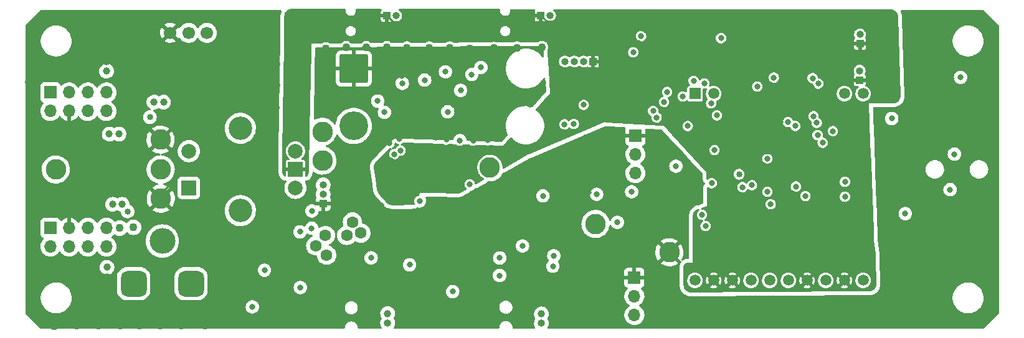
<source format=gbr>
%TF.GenerationSoftware,KiCad,Pcbnew,(6.0.4-0)*%
%TF.CreationDate,2024-03-27T17:11:06-04:00*%
%TF.ProjectId,SignalSnagger,5369676e-616c-4536-9e61-676765722e6b,rev?*%
%TF.SameCoordinates,Original*%
%TF.FileFunction,Copper,L2,Inr*%
%TF.FilePolarity,Positive*%
%FSLAX46Y46*%
G04 Gerber Fmt 4.6, Leading zero omitted, Abs format (unit mm)*
G04 Created by KiCad (PCBNEW (6.0.4-0)) date 2024-03-27 17:11:06*
%MOMM*%
%LPD*%
G01*
G04 APERTURE LIST*
G04 Aperture macros list*
%AMRoundRect*
0 Rectangle with rounded corners*
0 $1 Rounding radius*
0 $2 $3 $4 $5 $6 $7 $8 $9 X,Y pos of 4 corners*
0 Add a 4 corners polygon primitive as box body*
4,1,4,$2,$3,$4,$5,$6,$7,$8,$9,$2,$3,0*
0 Add four circle primitives for the rounded corners*
1,1,$1+$1,$2,$3*
1,1,$1+$1,$4,$5*
1,1,$1+$1,$6,$7*
1,1,$1+$1,$8,$9*
0 Add four rect primitives between the rounded corners*
20,1,$1+$1,$2,$3,$4,$5,0*
20,1,$1+$1,$4,$5,$6,$7,0*
20,1,$1+$1,$6,$7,$8,$9,0*
20,1,$1+$1,$8,$9,$2,$3,0*%
G04 Aperture macros list end*
%TA.AperFunction,ComponentPad*%
%ADD10R,1.000000X1.000000*%
%TD*%
%TA.AperFunction,ComponentPad*%
%ADD11O,1.000000X1.000000*%
%TD*%
%TA.AperFunction,ComponentPad*%
%ADD12C,2.800000*%
%TD*%
%TA.AperFunction,ComponentPad*%
%ADD13R,1.700000X1.700000*%
%TD*%
%TA.AperFunction,ComponentPad*%
%ADD14O,1.700000X1.700000*%
%TD*%
%TA.AperFunction,ComponentPad*%
%ADD15C,1.000000*%
%TD*%
%TA.AperFunction,ComponentPad*%
%ADD16C,1.600000*%
%TD*%
%TA.AperFunction,ComponentPad*%
%ADD17RoundRect,0.875000X0.875000X-0.875000X0.875000X0.875000X-0.875000X0.875000X-0.875000X-0.875000X0*%
%TD*%
%TA.AperFunction,ComponentPad*%
%ADD18O,3.500000X3.500000*%
%TD*%
%TA.AperFunction,ComponentPad*%
%ADD19C,2.000000*%
%TD*%
%TA.AperFunction,ComponentPad*%
%ADD20R,2.000000X2.000000*%
%TD*%
%TA.AperFunction,ComponentPad*%
%ADD21C,3.200000*%
%TD*%
%TA.AperFunction,ComponentPad*%
%ADD22R,1.500000X1.500000*%
%TD*%
%TA.AperFunction,ComponentPad*%
%ADD23C,1.500000*%
%TD*%
%TA.AperFunction,ComponentPad*%
%ADD24C,1.700000*%
%TD*%
%TA.AperFunction,ComponentPad*%
%ADD25RoundRect,0.250002X-1.699998X1.699998X-1.699998X-1.699998X1.699998X-1.699998X1.699998X1.699998X0*%
%TD*%
%TA.AperFunction,ComponentPad*%
%ADD26C,3.900000*%
%TD*%
%TA.AperFunction,ViaPad*%
%ADD27C,0.800000*%
%TD*%
%TA.AperFunction,ViaPad*%
%ADD28C,1.100000*%
%TD*%
%TA.AperFunction,ViaPad*%
%ADD29C,0.850000*%
%TD*%
%TA.AperFunction,Conductor*%
%ADD30C,0.250000*%
%TD*%
G04 APERTURE END LIST*
D10*
%TO.N,GNDD*%
%TO.C,J219*%
X147827500Y-75235000D03*
D11*
%TO.N,/Processor/PA0*%
X149097500Y-75235000D03*
%TD*%
D12*
%TO.N,Net-(AE102-Pad19)*%
%TO.C,J105*%
X96170000Y-96190000D03*
%TD*%
D10*
%TO.N,GND*%
%TO.C,RV102*%
X118260000Y-100845000D03*
D11*
%TO.N,Net-(J909-Pad1)*%
X118260000Y-99575000D03*
%TO.N,Net-(C106-Pad1)*%
X118260000Y-98305000D03*
%TD*%
D13*
%TO.N,GND*%
%TO.C,TP301*%
X160710000Y-91600000D03*
D14*
%TO.N,Net-(R303-Pad1)*%
X160710000Y-94140000D03*
%TO.N,Net-(C301-Pad2)*%
X160710000Y-96680000D03*
%TD*%
D12*
%TO.N,Net-(J909-Pad1)*%
%TO.C,J909*%
X118150000Y-94980000D03*
%TD*%
%TO.N,Q OUT*%
%TO.C,J302*%
X140920000Y-95890000D03*
%TD*%
D10*
%TO.N,GNDD*%
%TO.C,J204*%
X191187500Y-84025000D03*
D11*
%TO.N,Net-(D204-Pad2)*%
X191187500Y-82755000D03*
%TD*%
D10*
%TO.N,GNDD*%
%TO.C,J203*%
X191237500Y-79105000D03*
D11*
%TO.N,Net-(D203-Pad2)*%
X191237500Y-77835000D03*
%TD*%
D12*
%TO.N,GND*%
%TO.C,J107*%
X96160000Y-92130000D03*
%TD*%
%TO.N,GND*%
%TO.C,J106*%
X96190000Y-100170000D03*
%TD*%
%TO.N,GND*%
%TO.C,J304*%
X165330000Y-107440000D03*
%TD*%
D15*
%TO.N,Net-(J220-Pad1)*%
%TO.C,J220*%
X127035000Y-115807500D03*
D11*
%TO.N,Net-(J220-Pad2)*%
X127035000Y-117077500D03*
%TD*%
D15*
%TO.N,Net-(J221-Pad1)*%
%TO.C,J221*%
X147930000Y-115840000D03*
D11*
%TO.N,Net-(J221-Pad2)*%
X147930000Y-117110000D03*
%TD*%
D12*
%TO.N,I OUT*%
%TO.C,J903*%
X155280000Y-103600000D03*
%TD*%
D10*
%TO.N,GNDD*%
%TO.C,J218*%
X126905000Y-75275000D03*
D11*
%TO.N,/Processor/PA1*%
X128175000Y-75275000D03*
%TD*%
D15*
%TO.N,Net-(JP105-Pad1)*%
%TO.C,JP105*%
X96560000Y-87040000D03*
%TO.N,Net-(JP105-Pad2)*%
X95260000Y-87040000D03*
%TD*%
D12*
%TO.N,Net-(C106-Pad1)*%
%TO.C,J910*%
X118150000Y-91060000D03*
%TD*%
D13*
%TO.N,GND*%
%TO.C,TP901*%
X160560000Y-110895000D03*
D14*
%TO.N,Net-(R907-Pad1)*%
X160560000Y-113435000D03*
%TO.N,Net-(C903-Pad2)*%
X160560000Y-115975000D03*
%TD*%
D15*
%TO.N,GNDD*%
%TO.C,JP202*%
X155110000Y-89500000D03*
%TO.N,GND*%
X155110000Y-91500000D03*
%TD*%
D16*
%TO.N,Net-(C106-Pad1)*%
%TO.C,T101*%
X118560000Y-105160000D03*
%TO.N,Net-(C109-Pad2)*%
X121470000Y-105160000D03*
%TO.N,Net-(R109-Pad2)*%
X122240000Y-103340000D03*
%TO.N,Vref*%
X123380000Y-104840000D03*
X117260000Y-106560000D03*
%TO.N,Net-(R108-Pad2)*%
X118730000Y-107850000D03*
%TD*%
D17*
%TO.N,Net-(C103-Pad1)*%
%TO.C,C103*%
X100300000Y-111722500D03*
X92500000Y-111722500D03*
D18*
%TO.N,Net-(C103-Pad2)*%
X96400000Y-105922500D03*
%TD*%
D15*
%TO.N,GND*%
%TO.C,JP103*%
X88820000Y-81520000D03*
%TO.N,Net-(J102-Pad7)*%
X88820000Y-82820000D03*
%TD*%
D12*
%TO.N,Net-(AE101-Pad1)*%
%TO.C,J108*%
X81915000Y-96186000D03*
%TD*%
D15*
%TO.N,Net-(JP106-Pad1)*%
%TO.C,JP106*%
X90940000Y-100940000D03*
%TO.N,Net-(J104-Pad7)*%
X89640000Y-100940000D03*
%TD*%
D19*
%TO.N,/Processor/PF5*%
%TO.C,SW203*%
X114500000Y-93686000D03*
%TO.N,/Processor/PF2*%
X114500000Y-98686000D03*
D20*
%TO.N,GNDD*%
X114500000Y-96186000D03*
D21*
%TO.N,N/C*%
X107000000Y-90586000D03*
X107000000Y-101786000D03*
D19*
%TO.N,Encoder_switch*%
X100000000Y-93686000D03*
D20*
%TO.N,GNDD*%
X100000000Y-98686000D03*
%TD*%
D22*
%TO.N,unconnected-(U205-Pad1)*%
%TO.C,U205*%
X168800000Y-85880000D03*
D23*
%TO.N,unconnected-(U205-Pad2)*%
X171340000Y-85880000D03*
%TO.N,unconnected-(U205-Pad9)*%
X189120000Y-85880000D03*
%TO.N,unconnected-(U205-Pad10)*%
X191660000Y-85880000D03*
%TO.N,Net-(C216-Pad2)*%
X191660000Y-111280000D03*
%TO.N,GNDD*%
X189120000Y-111280000D03*
%TO.N,+3V3*%
X186580000Y-111280000D03*
%TO.N,GNDD*%
X184040000Y-111280000D03*
%TO.N,SDA0*%
X181500000Y-111280000D03*
X178960000Y-111280000D03*
%TO.N,SCL0*%
X176420000Y-111280000D03*
%TO.N,GNDD*%
X173880000Y-111280000D03*
X171340000Y-111280000D03*
%TO.N,Display_Reset*%
X168800000Y-111280000D03*
%TD*%
D15*
%TO.N,GND*%
%TO.C,JP107*%
X88870000Y-110800000D03*
%TO.N,Net-(J104-Pad8)*%
X88870000Y-109500000D03*
%TD*%
%TO.N,Net-(JP104-Pad1)*%
%TO.C,JP104*%
X90490000Y-91380000D03*
%TO.N,Net-(J102-Pad8)*%
X89190000Y-91380000D03*
%TD*%
D13*
%TO.N,Net-(J102-Pad2)*%
%TO.C,J104*%
X81190000Y-104130000D03*
D14*
%TO.N,Net-(J102-Pad3)*%
X81190000Y-106670000D03*
%TO.N,GND*%
X83730000Y-104130000D03*
%TO.N,Net-(J102-Pad5)*%
X83730000Y-106670000D03*
%TO.N,Net-(J102-Pad6)*%
X86270000Y-104130000D03*
%TO.N,Net-(C103-Pad1)*%
X86270000Y-106670000D03*
%TO.N,Net-(J104-Pad7)*%
X88810000Y-104130000D03*
%TO.N,Net-(J104-Pad8)*%
X88810000Y-106670000D03*
%TD*%
D10*
%TO.N,GNDD*%
%TO.C,TP201*%
X154930000Y-81520000D03*
D11*
%TO.N,+3V3*%
X153660000Y-81520000D03*
%TO.N,SDA0*%
X152390000Y-81520000D03*
%TO.N,SCL0*%
X151120000Y-81520000D03*
%TD*%
D13*
%TO.N,Net-(C103-Pad2)*%
%TO.C,J102*%
X81190000Y-85702000D03*
D14*
%TO.N,Net-(J102-Pad2)*%
X81190000Y-88242000D03*
%TO.N,Net-(J102-Pad3)*%
X83730000Y-85702000D03*
%TO.N,GND*%
X83730000Y-88242000D03*
%TO.N,Net-(J102-Pad5)*%
X86270000Y-85702000D03*
%TO.N,Net-(J102-Pad6)*%
X86270000Y-88242000D03*
%TO.N,Net-(J102-Pad7)*%
X88810000Y-85702000D03*
%TO.N,Net-(J102-Pad8)*%
X88810000Y-88242000D03*
%TD*%
D24*
%TO.N,GND*%
%TO.C,RV101*%
X97460000Y-77607500D03*
%TO.N,Net-(R101-Pad2)*%
X99960000Y-77607500D03*
%TO.N,+10V*%
X102460000Y-77607500D03*
%TD*%
D25*
%TO.N,GND*%
%TO.C,BT201*%
X122415000Y-82475000D03*
D26*
%TO.N,+BATT*%
X122415000Y-90275000D03*
%TD*%
D27*
%TO.N,GND*%
X111370000Y-93760000D03*
D28*
X124130000Y-79580000D03*
D27*
X138640000Y-92285500D03*
D28*
X144600000Y-79620000D03*
X98040000Y-82390000D03*
X78330000Y-107310000D03*
X209650000Y-81320000D03*
X101030000Y-75070000D03*
D27*
X162980000Y-99595020D03*
X133612299Y-91817701D03*
D28*
X209620000Y-78920000D03*
D27*
X154352701Y-99337299D03*
X146360000Y-87403540D03*
D28*
X83850000Y-101770000D03*
X103345500Y-83210000D03*
X206820000Y-117100000D03*
X81110000Y-91150000D03*
X83230000Y-90170000D03*
D27*
X134050000Y-103240000D03*
X135000000Y-92140000D03*
X132025500Y-88356794D03*
D28*
X81720000Y-117470000D03*
X187110000Y-117040000D03*
D27*
X124650000Y-100950000D03*
D28*
X126920000Y-79580000D03*
X208770000Y-76100000D03*
D27*
X134070000Y-101810000D03*
D28*
X117740000Y-84530000D03*
D27*
X164500000Y-99595020D03*
X131322299Y-101927701D03*
D28*
X111890000Y-81890000D03*
X111870000Y-87770000D03*
D27*
X103990000Y-95440000D03*
D28*
X110690000Y-75080000D03*
D27*
X128131938Y-88339011D03*
D28*
X78280000Y-81270000D03*
X117680000Y-81600000D03*
D27*
X126952345Y-90042345D03*
X144440000Y-87403540D03*
X125355500Y-89415247D03*
D28*
X78280000Y-78110000D03*
X111900000Y-84780000D03*
X104140000Y-75100000D03*
X203910000Y-75010000D03*
D27*
X143127655Y-96915500D03*
X108830000Y-94890000D03*
D28*
X132690000Y-79620000D03*
D27*
X157730000Y-91900000D03*
D28*
X102212525Y-84522526D03*
D27*
X126680000Y-107380000D03*
X126111681Y-101068875D03*
D28*
X201000000Y-75010000D03*
X91050000Y-74990000D03*
X96110000Y-117420000D03*
D27*
X137674500Y-90280000D03*
X148140000Y-84380500D03*
X154470000Y-96790000D03*
D28*
X79450000Y-75940000D03*
D27*
X148940000Y-97470000D03*
D28*
X111040000Y-117340000D03*
X97630000Y-75050000D03*
D27*
X145350000Y-99620500D03*
D28*
X138180000Y-79720000D03*
X162900000Y-114770000D03*
X200660000Y-117100000D03*
D27*
X151370000Y-93990000D03*
D28*
X209640000Y-83930000D03*
X84860000Y-75030000D03*
X148010000Y-79580000D03*
X82670000Y-92650000D03*
X129660000Y-79620000D03*
X98980000Y-117460000D03*
X206750000Y-75010000D03*
X94340000Y-75030000D03*
X108350000Y-117370000D03*
D27*
X127270000Y-92610000D03*
X128640000Y-92020000D03*
D28*
X81090000Y-93440000D03*
D27*
X99399989Y-96230000D03*
D28*
X111900000Y-79560000D03*
X183710000Y-117000000D03*
X78370000Y-113470000D03*
D27*
X130930321Y-88354500D03*
X101640000Y-96230000D03*
D28*
X87670000Y-117390000D03*
X176570000Y-117030000D03*
D27*
X125140265Y-88339011D03*
D28*
X95090000Y-82590000D03*
D27*
X128974094Y-83471553D03*
D28*
X78240000Y-84300000D03*
X179870000Y-116990000D03*
X95070000Y-84540000D03*
X81110000Y-98900000D03*
X96400000Y-81240000D03*
D27*
X130315500Y-84290000D03*
X147862637Y-95620317D03*
D28*
X190880000Y-117000000D03*
X118640000Y-79720000D03*
D27*
X143100000Y-88390000D03*
X151960000Y-96960000D03*
D28*
X197430000Y-117070000D03*
X198000000Y-75020000D03*
X165160000Y-116850000D03*
X78290000Y-102050000D03*
X209660000Y-114410000D03*
X203950000Y-117100000D03*
X194120000Y-117040000D03*
D27*
X123440000Y-100420000D03*
D28*
X117800000Y-87590000D03*
X84740000Y-117430000D03*
X90650000Y-117390000D03*
D27*
X140660000Y-92230000D03*
X126120000Y-106030000D03*
X158630000Y-91060000D03*
X106510000Y-95420000D03*
D28*
X172760000Y-116990000D03*
X209660000Y-111640000D03*
X78370000Y-110320000D03*
D27*
X153117701Y-98102299D03*
X169760000Y-102359011D03*
D28*
X111900000Y-77410000D03*
D27*
X146350025Y-99408600D03*
X142730000Y-91470000D03*
D28*
X135440000Y-79620000D03*
X168920000Y-116990000D03*
X101240000Y-85470000D03*
D27*
X150750000Y-95940000D03*
D28*
X121380000Y-79580000D03*
X102180000Y-117420000D03*
X208630000Y-116070000D03*
D27*
X165154312Y-97735688D03*
D28*
X78330000Y-104620000D03*
X107430000Y-75100000D03*
D27*
X152660000Y-95130000D03*
X156360690Y-90920690D03*
D28*
X79150000Y-116400000D03*
X84030011Y-99400000D03*
X82000000Y-74990000D03*
X141490000Y-79680000D03*
X209630000Y-108930000D03*
X88100000Y-74990000D03*
X105150000Y-117370000D03*
X93340000Y-117390000D03*
D27*
%TO.N,Net-(C106-Pad1)*%
X115112840Y-104671851D03*
%TO.N,+5V*%
X134880000Y-82900000D03*
X131360000Y-100470000D03*
X148140000Y-99790000D03*
X132060000Y-84030000D03*
X158250000Y-103380000D03*
X145360000Y-106590000D03*
X130010000Y-109160000D03*
%TO.N,Net-(C109-Pad2)*%
X110280000Y-109890000D03*
%TO.N,Vref*%
X135870000Y-112800000D03*
X124776985Y-108212515D03*
X142260000Y-108230000D03*
%TO.N,Net-(C912-Pad1)*%
X203470000Y-98940000D03*
%TO.N,Net-(C919-Pad2)*%
X149610000Y-107920000D03*
X142240000Y-110620000D03*
%TO.N,+VSW*%
X197380000Y-102200000D03*
X135190000Y-88354500D03*
X160410000Y-80240000D03*
X204900000Y-83660000D03*
%TO.N,+3V3*%
X189190000Y-97869198D03*
X177270000Y-84910000D03*
X171780000Y-88835500D03*
X184785401Y-83774599D03*
X189190000Y-99900000D03*
X138190000Y-98204989D03*
X185549312Y-84516486D03*
X153680000Y-87403540D03*
%TO.N,Headphone*%
X204060000Y-94100000D03*
X129020000Y-84470000D03*
%TO.N,Processor Audio*%
X184921356Y-88946587D03*
X166210000Y-95740000D03*
%TO.N,Net-(C224-Pad2)*%
X138460000Y-83280011D03*
%TO.N,+10V*%
X116730000Y-101840000D03*
X116700000Y-104180000D03*
X115150000Y-112240000D03*
X139710000Y-82310000D03*
D28*
X90620000Y-104160000D03*
D27*
%TO.N,Q_amped*%
X182437571Y-90278607D03*
X160190000Y-99220000D03*
%TO.N,ASSI_NEAR*%
X185361552Y-89843934D03*
X170240000Y-103890000D03*
%TO.N,Net-(C319-Pad1)*%
X195550000Y-89260000D03*
X171077701Y-98062299D03*
%TO.N,Headphone Detect*%
X163110000Y-88240000D03*
X125670000Y-86890000D03*
%TO.N,Power_enable*%
X175242701Y-98602701D03*
X126580000Y-88410000D03*
%TO.N,PWM*%
X179520000Y-83700000D03*
X108630000Y-114880000D03*
%TO.N,Vbat*%
X163584361Y-89119763D03*
X181444599Y-89729271D03*
%TO.N,SCL0*%
X151059538Y-90049538D03*
X128787950Y-93609801D03*
X183820000Y-99810000D03*
%TO.N,SDA0*%
X127918922Y-94103558D03*
X182517299Y-98507299D03*
X152336500Y-89982908D03*
%TO.N,/Processor/PF2*%
X172340000Y-78330000D03*
X161470000Y-78080000D03*
%TO.N,/Processor/PF5*%
X168610000Y-84130000D03*
%TO.N,Audio Q*%
X155430000Y-99560000D03*
X185460000Y-91509099D03*
%TO.N,Audio I*%
X179090000Y-100910000D03*
X186159989Y-92565500D03*
%TO.N,/Processor/PA0*%
X170989989Y-87215397D03*
X167140000Y-86260000D03*
%TO.N,/Processor/PA1*%
X167820000Y-90284500D03*
X171450000Y-93565500D03*
X165010000Y-85640000D03*
%TO.N,Encoder_switch*%
X170080000Y-84480000D03*
D28*
%TO.N,Net-(JP105-Pad2)*%
X92480000Y-104049502D03*
D29*
%TO.N,Cardioid_Front*%
X174800000Y-96840000D03*
X94702941Y-89082942D03*
%TO.N,Cardioid_Back*%
X91680500Y-101901846D03*
D27*
X176540000Y-98330000D03*
%TO.N,I_amped*%
X187535980Y-90970000D03*
X149485000Y-109350000D03*
%TO.N,Net-(P201-Pad1)*%
X178625401Y-94694599D03*
X178645401Y-99214599D03*
%TO.N,5V_Enable*%
X136950000Y-85430000D03*
X164590000Y-87000000D03*
X136850000Y-92260000D03*
%TO.N,GNDD*%
X174304020Y-88690000D03*
X137240000Y-95445500D03*
X190730000Y-74980000D03*
X189860989Y-90840000D03*
X161122516Y-79017155D03*
X129770000Y-75335011D03*
X184685901Y-85020000D03*
X171904978Y-74883815D03*
X137230000Y-94334301D03*
X180445401Y-89704599D03*
X133550000Y-75335011D03*
X170804500Y-91005500D03*
X188984980Y-91700000D03*
X183840000Y-74980000D03*
X137550000Y-75335011D03*
X176460000Y-74920000D03*
X148970000Y-90975980D03*
X132834500Y-98450000D03*
X158370000Y-78240000D03*
X138750000Y-94334301D03*
X177505401Y-94374599D03*
X131550000Y-75335011D03*
X187210011Y-100220500D03*
X193290000Y-75040000D03*
X177115401Y-92784599D03*
X148770000Y-87403540D03*
X195440000Y-75070000D03*
X166688000Y-81286822D03*
X159550000Y-79470000D03*
X189080000Y-89530000D03*
X114030000Y-74985980D03*
X178990000Y-74920000D03*
X135450000Y-75335011D03*
X180880000Y-83700000D03*
X176297700Y-87215397D03*
X195870000Y-82950000D03*
X156090000Y-75150000D03*
X187184788Y-94524500D03*
X193870000Y-86310000D03*
X195690000Y-77130000D03*
X117530000Y-74985980D03*
X183535401Y-84259099D03*
X161660000Y-82950000D03*
X184720000Y-97430000D03*
X160304230Y-78233060D03*
X181350000Y-74940000D03*
X148030000Y-88310000D03*
X189860989Y-87215397D03*
X115780000Y-74985980D03*
X129420000Y-98210000D03*
X185310000Y-99390000D03*
X170804500Y-92160000D03*
X174640000Y-76640000D03*
X192630000Y-84310000D03*
X175463102Y-88664397D03*
X182405401Y-94344599D03*
X131170000Y-99030000D03*
X188700000Y-74950000D03*
X148680328Y-89796463D03*
X195870000Y-80880000D03*
X127520000Y-95020000D03*
X186250000Y-74980000D03*
X163020000Y-83750000D03*
X126430000Y-95840000D03*
X174150000Y-74940000D03*
%TD*%
D30*
%TO.N,GND*%
X96190000Y-100170000D02*
X96190000Y-99439989D01*
X155110000Y-91500000D02*
X153860000Y-91500000D01*
X96190000Y-99439989D02*
X99399989Y-96230000D01*
X153860000Y-91500000D02*
X151370000Y-93990000D01*
%TO.N,GNDD*%
X148652011Y-76059511D02*
X155180489Y-76059511D01*
X177115401Y-93984599D02*
X177505401Y-94374599D01*
X177365401Y-92784599D02*
X180445401Y-89704599D01*
X127729511Y-76099511D02*
X129005500Y-76099511D01*
X180445401Y-92384599D02*
X180445401Y-89704599D01*
X147827500Y-75235000D02*
X148652011Y-76059511D01*
X182405401Y-94344599D02*
X180445401Y-92384599D01*
X129005500Y-76099511D02*
X129770000Y-75335011D01*
X177115401Y-92784599D02*
X177115401Y-93984599D01*
X177909912Y-93970088D02*
X182030890Y-93970088D01*
X150366461Y-89000001D02*
X148770000Y-87403540D01*
X182030890Y-93970088D02*
X182405401Y-94344599D01*
X177505401Y-94374599D02*
X177909912Y-93970088D01*
X155180489Y-76059511D02*
X156090000Y-75150000D01*
X154610001Y-89000001D02*
X150366461Y-89000001D01*
X155110000Y-89500000D02*
X154610001Y-89000001D01*
X126905000Y-75275000D02*
X127729511Y-76099511D01*
X177115401Y-92784599D02*
X177365401Y-92784599D01*
%TD*%
%TA.AperFunction,Conductor*%
%TO.N,GNDD*%
G36*
X121211499Y-74348474D02*
G01*
X121279601Y-74368541D01*
X121326042Y-74422241D01*
X121336079Y-74492524D01*
X121333587Y-74505153D01*
X121324905Y-74539716D01*
X121324865Y-74547315D01*
X121324865Y-74547317D01*
X121324649Y-74588539D01*
X121324049Y-74703210D01*
X121325821Y-74710590D01*
X121325821Y-74710592D01*
X121356211Y-74837176D01*
X121362216Y-74862190D01*
X121437204Y-75007476D01*
X121442196Y-75013198D01*
X121442197Y-75013200D01*
X121539688Y-75124956D01*
X121539691Y-75124959D01*
X121544683Y-75130681D01*
X121678448Y-75224693D01*
X121830776Y-75284083D01*
X121955473Y-75300500D01*
X122040996Y-75300500D01*
X122162313Y-75285819D01*
X122315255Y-75228027D01*
X122449997Y-75135421D01*
X122478414Y-75103527D01*
X122521954Y-75054658D01*
X122558760Y-75013348D01*
X122565442Y-75000728D01*
X122631712Y-74875566D01*
X122631713Y-74875564D01*
X122635265Y-74868855D01*
X122660189Y-74769627D01*
X122673244Y-74717655D01*
X122673244Y-74717651D01*
X122675095Y-74710284D01*
X122675951Y-74546790D01*
X122674179Y-74539407D01*
X122674178Y-74539402D01*
X122666012Y-74505389D01*
X122669558Y-74434481D01*
X122710877Y-74376747D01*
X122776851Y-74350516D01*
X122788641Y-74349974D01*
X125486515Y-74352542D01*
X126098497Y-74353124D01*
X126166599Y-74373191D01*
X126213040Y-74426891D01*
X126223077Y-74497174D01*
X126193523Y-74561727D01*
X126187550Y-74568142D01*
X126161396Y-74594342D01*
X126148475Y-74613212D01*
X126111820Y-74696125D01*
X126106892Y-74714202D01*
X126105424Y-74726787D01*
X126105000Y-74734088D01*
X126105000Y-75002885D01*
X126109475Y-75018124D01*
X126110865Y-75019329D01*
X126118548Y-75021000D01*
X127033000Y-75021000D01*
X127101121Y-75041002D01*
X127147614Y-75094658D01*
X127159000Y-75147000D01*
X127159000Y-76056885D01*
X127163475Y-76072124D01*
X127164865Y-76073329D01*
X127172548Y-76075000D01*
X127445840Y-76075000D01*
X127453286Y-76074558D01*
X127466336Y-76073006D01*
X127484374Y-76068048D01*
X127567231Y-76031245D01*
X127586085Y-76018287D01*
X127617503Y-75986814D01*
X127679786Y-75952735D01*
X127750606Y-75957738D01*
X127775667Y-75970399D01*
X127811789Y-75994036D01*
X127980116Y-76056636D01*
X127987097Y-76057567D01*
X127987099Y-76057568D01*
X128151149Y-76079457D01*
X128151153Y-76079457D01*
X128158130Y-76080388D01*
X128165142Y-76079750D01*
X128165146Y-76079750D01*
X128329960Y-76064751D01*
X128329961Y-76064751D01*
X128336981Y-76064112D01*
X128507782Y-76008615D01*
X128544354Y-75986814D01*
X128655992Y-75920265D01*
X128655994Y-75920264D01*
X128662044Y-75916657D01*
X128792099Y-75792807D01*
X128803372Y-75775840D01*
X147027500Y-75775840D01*
X147027942Y-75783286D01*
X147029494Y-75796336D01*
X147034452Y-75814374D01*
X147071255Y-75897231D01*
X147084213Y-75916085D01*
X147146842Y-75978604D01*
X147165712Y-75991525D01*
X147248625Y-76028180D01*
X147266702Y-76033108D01*
X147279287Y-76034576D01*
X147286588Y-76035000D01*
X147555385Y-76035000D01*
X147570624Y-76030525D01*
X147571829Y-76029135D01*
X147573500Y-76021452D01*
X147573500Y-75507115D01*
X147569025Y-75491876D01*
X147567635Y-75490671D01*
X147559952Y-75489000D01*
X147045615Y-75489000D01*
X147030376Y-75493475D01*
X147029171Y-75494865D01*
X147027500Y-75502548D01*
X147027500Y-75775840D01*
X128803372Y-75775840D01*
X128809570Y-75766512D01*
X128887582Y-75649093D01*
X128891483Y-75643222D01*
X128909180Y-75596635D01*
X128952757Y-75481919D01*
X128952758Y-75481914D01*
X128955257Y-75475336D01*
X128959874Y-75442486D01*
X128979700Y-75301416D01*
X128979700Y-75301411D01*
X128980251Y-75297493D01*
X128980438Y-75284083D01*
X128980510Y-75278963D01*
X128980510Y-75278958D01*
X128980565Y-75275000D01*
X128960546Y-75096528D01*
X128944300Y-75049874D01*
X128927910Y-75002810D01*
X128901485Y-74926927D01*
X128806316Y-74774625D01*
X128728362Y-74696125D01*
X128684733Y-74652190D01*
X128684729Y-74652187D01*
X128679770Y-74647193D01*
X128586402Y-74587940D01*
X128539604Y-74534551D01*
X128529099Y-74464336D01*
X128558223Y-74399587D01*
X128617729Y-74360863D01*
X128654033Y-74355556D01*
X142206482Y-74368451D01*
X142274583Y-74388518D01*
X142321024Y-74442218D01*
X142331061Y-74512501D01*
X142328564Y-74525148D01*
X142324905Y-74539716D01*
X142324865Y-74547315D01*
X142324865Y-74547317D01*
X142324649Y-74588539D01*
X142324049Y-74703210D01*
X142325821Y-74710590D01*
X142325821Y-74710592D01*
X142356211Y-74837176D01*
X142362216Y-74862190D01*
X142437204Y-75007476D01*
X142442196Y-75013198D01*
X142442197Y-75013200D01*
X142539688Y-75124956D01*
X142539691Y-75124959D01*
X142544683Y-75130681D01*
X142678448Y-75224693D01*
X142830776Y-75284083D01*
X142955473Y-75300500D01*
X143040996Y-75300500D01*
X143162313Y-75285819D01*
X143315255Y-75228027D01*
X143449997Y-75135421D01*
X143478414Y-75103527D01*
X143521954Y-75054658D01*
X143558760Y-75013348D01*
X143565442Y-75000728D01*
X143631712Y-74875566D01*
X143631713Y-74875564D01*
X143635265Y-74868855D01*
X143660189Y-74769627D01*
X143673244Y-74717655D01*
X143673244Y-74717651D01*
X143675095Y-74710284D01*
X143675951Y-74546790D01*
X143674178Y-74539402D01*
X143670810Y-74525376D01*
X143674357Y-74454468D01*
X143715677Y-74396734D01*
X143781651Y-74370504D01*
X143793449Y-74369962D01*
X146969214Y-74372984D01*
X147037316Y-74393051D01*
X147083757Y-74446751D01*
X147093794Y-74517034D01*
X147073058Y-74570171D01*
X147070974Y-74573215D01*
X147034320Y-74656125D01*
X147029392Y-74674202D01*
X147027924Y-74686787D01*
X147027500Y-74694088D01*
X147027500Y-74962885D01*
X147031975Y-74978124D01*
X147033365Y-74979329D01*
X147041048Y-74981000D01*
X147955500Y-74981000D01*
X148023621Y-75001002D01*
X148070114Y-75054658D01*
X148081500Y-75107000D01*
X148081500Y-76016885D01*
X148085975Y-76032124D01*
X148087365Y-76033329D01*
X148095048Y-76035000D01*
X148368340Y-76035000D01*
X148375786Y-76034558D01*
X148388836Y-76033006D01*
X148406874Y-76028048D01*
X148489731Y-75991245D01*
X148508585Y-75978287D01*
X148540003Y-75946814D01*
X148602286Y-75912735D01*
X148673106Y-75917738D01*
X148698167Y-75930399D01*
X148734289Y-75954036D01*
X148902616Y-76016636D01*
X148909597Y-76017567D01*
X148909599Y-76017568D01*
X149073649Y-76039457D01*
X149073653Y-76039457D01*
X149080630Y-76040388D01*
X149087642Y-76039750D01*
X149087646Y-76039750D01*
X149252460Y-76024751D01*
X149252461Y-76024751D01*
X149259481Y-76024112D01*
X149430282Y-75968615D01*
X149436333Y-75965008D01*
X149578492Y-75880265D01*
X149578494Y-75880264D01*
X149584544Y-75876657D01*
X149714599Y-75752807D01*
X149732070Y-75726512D01*
X149791783Y-75636635D01*
X149813983Y-75603222D01*
X149837031Y-75542548D01*
X149875257Y-75441919D01*
X149875258Y-75441914D01*
X149877757Y-75435336D01*
X149882374Y-75402486D01*
X149902200Y-75261416D01*
X149902200Y-75261411D01*
X149902751Y-75257493D01*
X149903065Y-75235000D01*
X149883046Y-75056528D01*
X149863615Y-75000728D01*
X149841660Y-74937682D01*
X149823985Y-74886927D01*
X149812693Y-74868855D01*
X149732549Y-74740599D01*
X149728816Y-74734625D01*
X149638246Y-74643421D01*
X149607233Y-74612190D01*
X149607229Y-74612187D01*
X149602270Y-74607193D01*
X149596323Y-74603419D01*
X149591763Y-74599753D01*
X149551206Y-74541481D01*
X149548592Y-74470532D01*
X149584750Y-74409433D01*
X149648201Y-74377582D01*
X149670833Y-74375555D01*
X184816260Y-74408997D01*
X195408031Y-74419075D01*
X195420100Y-74419667D01*
X195592820Y-74436466D01*
X195616527Y-74441098D01*
X195777047Y-74488820D01*
X195799429Y-74497891D01*
X195921751Y-74561727D01*
X195947878Y-74575362D01*
X195968124Y-74588539D01*
X196091372Y-74686787D01*
X196099069Y-74692923D01*
X196116426Y-74709721D01*
X196225042Y-74837176D01*
X196238870Y-74856970D01*
X196319993Y-75000728D01*
X196321168Y-75002810D01*
X196330968Y-75024888D01*
X196340891Y-75054658D01*
X196383921Y-75183755D01*
X196389327Y-75207299D01*
X196411775Y-75379372D01*
X196412762Y-75391424D01*
X196775325Y-86141860D01*
X196775124Y-86154398D01*
X196763284Y-86333941D01*
X196759160Y-86358647D01*
X196713691Y-86526212D01*
X196704761Y-86549614D01*
X196627046Y-86704871D01*
X196613663Y-86726045D01*
X196506768Y-86862865D01*
X196489465Y-86880969D01*
X196357615Y-86993944D01*
X196337087Y-87008258D01*
X196185482Y-87092926D01*
X196162516Y-87102900D01*
X195997179Y-87155899D01*
X195972685Y-87161136D01*
X195839963Y-87175941D01*
X195793868Y-87181082D01*
X195781368Y-87181850D01*
X194979190Y-87191092D01*
X193495159Y-87208189D01*
X193495158Y-87208189D01*
X193492037Y-87208225D01*
X193492033Y-87208225D01*
X192470000Y-87220000D01*
X192650000Y-92610000D01*
X192751990Y-95347066D01*
X193096375Y-104589235D01*
X193140000Y-105760000D01*
X193143546Y-105793661D01*
X193143547Y-105793677D01*
X193143605Y-105794224D01*
X193143605Y-105794228D01*
X193346684Y-107722212D01*
X193346904Y-107724509D01*
X193349775Y-107757567D01*
X193350090Y-107762166D01*
X193351745Y-107795211D01*
X193351840Y-107797516D01*
X193370632Y-108389507D01*
X193476178Y-111714497D01*
X193477241Y-111747995D01*
X193477012Y-111760554D01*
X193470462Y-111856646D01*
X193464747Y-111940482D01*
X193460553Y-111965236D01*
X193414528Y-112133070D01*
X193405509Y-112156499D01*
X193327129Y-112311865D01*
X193313644Y-112333043D01*
X193206010Y-112469791D01*
X193188594Y-112487874D01*
X193055985Y-112600568D01*
X193035329Y-112614839D01*
X192883015Y-112699001D01*
X192859940Y-112708894D01*
X192693955Y-112761189D01*
X192669377Y-112766310D01*
X192490035Y-112785325D01*
X192477490Y-112786025D01*
X176791549Y-112877545D01*
X168345258Y-112926826D01*
X168254420Y-112927356D01*
X168242115Y-112926826D01*
X168066091Y-112910592D01*
X168041927Y-112905950D01*
X167945888Y-112877545D01*
X167878365Y-112857574D01*
X167855568Y-112848326D01*
X167704525Y-112769082D01*
X167683956Y-112755577D01*
X167551192Y-112648483D01*
X167533640Y-112631237D01*
X167424229Y-112500390D01*
X167410364Y-112480063D01*
X167328468Y-112330444D01*
X167318817Y-112307808D01*
X167267563Y-112145123D01*
X167262496Y-112121044D01*
X167243160Y-111945339D01*
X167242413Y-111933043D01*
X167239354Y-111673881D01*
X167234531Y-111265262D01*
X167744520Y-111265262D01*
X167745036Y-111271406D01*
X167761236Y-111464321D01*
X167761759Y-111470553D01*
X167763458Y-111476478D01*
X167816243Y-111660560D01*
X167818544Y-111668586D01*
X167821359Y-111674063D01*
X167821360Y-111674066D01*
X167890327Y-111808261D01*
X167912712Y-111851818D01*
X168040677Y-112013270D01*
X168045370Y-112017264D01*
X168045371Y-112017265D01*
X168187954Y-112138612D01*
X168197564Y-112146791D01*
X168377398Y-112247297D01*
X168472238Y-112278113D01*
X168567471Y-112309056D01*
X168567475Y-112309057D01*
X168573329Y-112310959D01*
X168777894Y-112335351D01*
X168784029Y-112334879D01*
X168784031Y-112334879D01*
X168841667Y-112330444D01*
X168983300Y-112319546D01*
X168989230Y-112317890D01*
X168989232Y-112317890D01*
X169175797Y-112265800D01*
X169175796Y-112265800D01*
X169181725Y-112264145D01*
X169187214Y-112261372D01*
X169187220Y-112261370D01*
X169346973Y-112180672D01*
X169348307Y-112179998D01*
X170804831Y-112179998D01*
X170809741Y-112186557D01*
X170912221Y-112243831D01*
X170923459Y-112248741D01*
X171107578Y-112308564D01*
X171119552Y-112311197D01*
X171311792Y-112334121D01*
X171324041Y-112334378D01*
X171517071Y-112319525D01*
X171529151Y-112317394D01*
X171715607Y-112265334D01*
X171727040Y-112260900D01*
X171866771Y-112190317D01*
X171877055Y-112180672D01*
X171876828Y-112179998D01*
X173344831Y-112179998D01*
X173349741Y-112186557D01*
X173452221Y-112243831D01*
X173463459Y-112248741D01*
X173647578Y-112308564D01*
X173659552Y-112311197D01*
X173851792Y-112334121D01*
X173864041Y-112334378D01*
X174057071Y-112319525D01*
X174069151Y-112317394D01*
X174255607Y-112265334D01*
X174267040Y-112260900D01*
X174406771Y-112190317D01*
X174417055Y-112180672D01*
X174414817Y-112174028D01*
X173892811Y-111652021D01*
X173878868Y-111644408D01*
X173877034Y-111644539D01*
X173870420Y-111648790D01*
X173351588Y-112167623D01*
X173344831Y-112179998D01*
X171876828Y-112179998D01*
X171874817Y-112174028D01*
X171352811Y-111652021D01*
X171338868Y-111644408D01*
X171337034Y-111644539D01*
X171330420Y-111648790D01*
X170811588Y-112167623D01*
X170804831Y-112179998D01*
X169348307Y-112179998D01*
X169365610Y-112171258D01*
X169399062Y-112145123D01*
X169523101Y-112048213D01*
X169527951Y-112044424D01*
X169662564Y-111888472D01*
X169683387Y-111851818D01*
X169731098Y-111767831D01*
X169764323Y-111709344D01*
X169829351Y-111513863D01*
X169855171Y-111309474D01*
X169855583Y-111280000D01*
X169854741Y-111271413D01*
X170285538Y-111271413D01*
X170301736Y-111464321D01*
X170303951Y-111476386D01*
X170357311Y-111662477D01*
X170361826Y-111673881D01*
X170429953Y-111806443D01*
X170439672Y-111816661D01*
X170446472Y-111814317D01*
X170967979Y-111292811D01*
X170974356Y-111281132D01*
X171704408Y-111281132D01*
X171704539Y-111282966D01*
X171708790Y-111289580D01*
X172227472Y-111808261D01*
X172239847Y-111815018D01*
X172246581Y-111809977D01*
X172300821Y-111714497D01*
X172305810Y-111703291D01*
X172366915Y-111519604D01*
X172369635Y-111507632D01*
X172394228Y-111312963D01*
X172394719Y-111305936D01*
X172395032Y-111283505D01*
X172394739Y-111276513D01*
X172394239Y-111271413D01*
X172825538Y-111271413D01*
X172841736Y-111464321D01*
X172843951Y-111476386D01*
X172897311Y-111662477D01*
X172901826Y-111673881D01*
X172969953Y-111806443D01*
X172979672Y-111816661D01*
X172986472Y-111814317D01*
X173507979Y-111292811D01*
X173514356Y-111281132D01*
X174244408Y-111281132D01*
X174244539Y-111282966D01*
X174248790Y-111289580D01*
X174767472Y-111808261D01*
X174779847Y-111815018D01*
X174786581Y-111809977D01*
X174840821Y-111714497D01*
X174845810Y-111703291D01*
X174906915Y-111519604D01*
X174909635Y-111507632D01*
X174934228Y-111312963D01*
X174934719Y-111305936D01*
X174935032Y-111283505D01*
X174934739Y-111276513D01*
X174933636Y-111265262D01*
X175364520Y-111265262D01*
X175365036Y-111271406D01*
X175381236Y-111464321D01*
X175381759Y-111470553D01*
X175383458Y-111476478D01*
X175436243Y-111660560D01*
X175438544Y-111668586D01*
X175441359Y-111674063D01*
X175441360Y-111674066D01*
X175510327Y-111808261D01*
X175532712Y-111851818D01*
X175660677Y-112013270D01*
X175665370Y-112017264D01*
X175665371Y-112017265D01*
X175807954Y-112138612D01*
X175817564Y-112146791D01*
X175997398Y-112247297D01*
X176092238Y-112278113D01*
X176187471Y-112309056D01*
X176187475Y-112309057D01*
X176193329Y-112310959D01*
X176397894Y-112335351D01*
X176404029Y-112334879D01*
X176404031Y-112334879D01*
X176461667Y-112330444D01*
X176603300Y-112319546D01*
X176609230Y-112317890D01*
X176609232Y-112317890D01*
X176795797Y-112265800D01*
X176795796Y-112265800D01*
X176801725Y-112264145D01*
X176807214Y-112261372D01*
X176807220Y-112261370D01*
X176966973Y-112180672D01*
X176985610Y-112171258D01*
X177019062Y-112145123D01*
X177143101Y-112048213D01*
X177147951Y-112044424D01*
X177282564Y-111888472D01*
X177303387Y-111851818D01*
X177351098Y-111767831D01*
X177384323Y-111709344D01*
X177449351Y-111513863D01*
X177475171Y-111309474D01*
X177475583Y-111280000D01*
X177474138Y-111265262D01*
X177904520Y-111265262D01*
X177905036Y-111271406D01*
X177921236Y-111464321D01*
X177921759Y-111470553D01*
X177923458Y-111476478D01*
X177976243Y-111660560D01*
X177978544Y-111668586D01*
X177981359Y-111674063D01*
X177981360Y-111674066D01*
X178050327Y-111808261D01*
X178072712Y-111851818D01*
X178200677Y-112013270D01*
X178205370Y-112017264D01*
X178205371Y-112017265D01*
X178347954Y-112138612D01*
X178357564Y-112146791D01*
X178537398Y-112247297D01*
X178632238Y-112278113D01*
X178727471Y-112309056D01*
X178727475Y-112309057D01*
X178733329Y-112310959D01*
X178937894Y-112335351D01*
X178944029Y-112334879D01*
X178944031Y-112334879D01*
X179001667Y-112330444D01*
X179143300Y-112319546D01*
X179149230Y-112317890D01*
X179149232Y-112317890D01*
X179335797Y-112265800D01*
X179335796Y-112265800D01*
X179341725Y-112264145D01*
X179347214Y-112261372D01*
X179347220Y-112261370D01*
X179506973Y-112180672D01*
X179525610Y-112171258D01*
X179559062Y-112145123D01*
X179683101Y-112048213D01*
X179687951Y-112044424D01*
X179822564Y-111888472D01*
X179843387Y-111851818D01*
X179891098Y-111767831D01*
X179924323Y-111709344D01*
X179989351Y-111513863D01*
X180015171Y-111309474D01*
X180015583Y-111280000D01*
X180014138Y-111265262D01*
X180444520Y-111265262D01*
X180445036Y-111271406D01*
X180461236Y-111464321D01*
X180461759Y-111470553D01*
X180463458Y-111476478D01*
X180516243Y-111660560D01*
X180518544Y-111668586D01*
X180521359Y-111674063D01*
X180521360Y-111674066D01*
X180590327Y-111808261D01*
X180612712Y-111851818D01*
X180740677Y-112013270D01*
X180745370Y-112017264D01*
X180745371Y-112017265D01*
X180887954Y-112138612D01*
X180897564Y-112146791D01*
X181077398Y-112247297D01*
X181172238Y-112278113D01*
X181267471Y-112309056D01*
X181267475Y-112309057D01*
X181273329Y-112310959D01*
X181477894Y-112335351D01*
X181484029Y-112334879D01*
X181484031Y-112334879D01*
X181541667Y-112330444D01*
X181683300Y-112319546D01*
X181689230Y-112317890D01*
X181689232Y-112317890D01*
X181875797Y-112265800D01*
X181875796Y-112265800D01*
X181881725Y-112264145D01*
X181887214Y-112261372D01*
X181887220Y-112261370D01*
X182046973Y-112180672D01*
X182048307Y-112179998D01*
X183504831Y-112179998D01*
X183509741Y-112186557D01*
X183612221Y-112243831D01*
X183623459Y-112248741D01*
X183807578Y-112308564D01*
X183819552Y-112311197D01*
X184011792Y-112334121D01*
X184024041Y-112334378D01*
X184217071Y-112319525D01*
X184229151Y-112317394D01*
X184415607Y-112265334D01*
X184427040Y-112260900D01*
X184566771Y-112190317D01*
X184577055Y-112180672D01*
X184574817Y-112174028D01*
X184052811Y-111652021D01*
X184038868Y-111644408D01*
X184037034Y-111644539D01*
X184030420Y-111648790D01*
X183511588Y-112167623D01*
X183504831Y-112179998D01*
X182048307Y-112179998D01*
X182065610Y-112171258D01*
X182099062Y-112145123D01*
X182223101Y-112048213D01*
X182227951Y-112044424D01*
X182362564Y-111888472D01*
X182383387Y-111851818D01*
X182431098Y-111767831D01*
X182464323Y-111709344D01*
X182529351Y-111513863D01*
X182555171Y-111309474D01*
X182555583Y-111280000D01*
X182554741Y-111271413D01*
X182985538Y-111271413D01*
X183001736Y-111464321D01*
X183003951Y-111476386D01*
X183057311Y-111662477D01*
X183061826Y-111673881D01*
X183129953Y-111806443D01*
X183139672Y-111816661D01*
X183146472Y-111814317D01*
X183667979Y-111292811D01*
X183674356Y-111281132D01*
X184404408Y-111281132D01*
X184404539Y-111282966D01*
X184408790Y-111289580D01*
X184927472Y-111808261D01*
X184939847Y-111815018D01*
X184946581Y-111809977D01*
X185000821Y-111714497D01*
X185005810Y-111703291D01*
X185066915Y-111519604D01*
X185069635Y-111507632D01*
X185094228Y-111312963D01*
X185094719Y-111305936D01*
X185095032Y-111283505D01*
X185094739Y-111276513D01*
X185093636Y-111265262D01*
X185524520Y-111265262D01*
X185525036Y-111271406D01*
X185541236Y-111464321D01*
X185541759Y-111470553D01*
X185543458Y-111476478D01*
X185596243Y-111660560D01*
X185598544Y-111668586D01*
X185601359Y-111674063D01*
X185601360Y-111674066D01*
X185670327Y-111808261D01*
X185692712Y-111851818D01*
X185820677Y-112013270D01*
X185825370Y-112017264D01*
X185825371Y-112017265D01*
X185967954Y-112138612D01*
X185977564Y-112146791D01*
X186157398Y-112247297D01*
X186252238Y-112278113D01*
X186347471Y-112309056D01*
X186347475Y-112309057D01*
X186353329Y-112310959D01*
X186557894Y-112335351D01*
X186564029Y-112334879D01*
X186564031Y-112334879D01*
X186621667Y-112330444D01*
X186763300Y-112319546D01*
X186769230Y-112317890D01*
X186769232Y-112317890D01*
X186955797Y-112265800D01*
X186955796Y-112265800D01*
X186961725Y-112264145D01*
X186967214Y-112261372D01*
X186967220Y-112261370D01*
X187126973Y-112180672D01*
X187128307Y-112179998D01*
X188584831Y-112179998D01*
X188589741Y-112186557D01*
X188692221Y-112243831D01*
X188703459Y-112248741D01*
X188887578Y-112308564D01*
X188899552Y-112311197D01*
X189091792Y-112334121D01*
X189104041Y-112334378D01*
X189297071Y-112319525D01*
X189309151Y-112317394D01*
X189495607Y-112265334D01*
X189507040Y-112260900D01*
X189646771Y-112190317D01*
X189657055Y-112180672D01*
X189654817Y-112174028D01*
X189132811Y-111652021D01*
X189118868Y-111644408D01*
X189117034Y-111644539D01*
X189110420Y-111648790D01*
X188591588Y-112167623D01*
X188584831Y-112179998D01*
X187128307Y-112179998D01*
X187145610Y-112171258D01*
X187179062Y-112145123D01*
X187303101Y-112048213D01*
X187307951Y-112044424D01*
X187442564Y-111888472D01*
X187463387Y-111851818D01*
X187511098Y-111767831D01*
X187544323Y-111709344D01*
X187609351Y-111513863D01*
X187635171Y-111309474D01*
X187635583Y-111280000D01*
X187634741Y-111271413D01*
X188065538Y-111271413D01*
X188081736Y-111464321D01*
X188083951Y-111476386D01*
X188137311Y-111662477D01*
X188141826Y-111673881D01*
X188209953Y-111806443D01*
X188219672Y-111816661D01*
X188226472Y-111814317D01*
X188747979Y-111292811D01*
X188754356Y-111281132D01*
X189484408Y-111281132D01*
X189484539Y-111282966D01*
X189488790Y-111289580D01*
X190007472Y-111808261D01*
X190019847Y-111815018D01*
X190026581Y-111809977D01*
X190080821Y-111714497D01*
X190085810Y-111703291D01*
X190146915Y-111519604D01*
X190149635Y-111507632D01*
X190174228Y-111312963D01*
X190174719Y-111305936D01*
X190175032Y-111283505D01*
X190174739Y-111276513D01*
X190173636Y-111265262D01*
X190604520Y-111265262D01*
X190605036Y-111271406D01*
X190621236Y-111464321D01*
X190621759Y-111470553D01*
X190623458Y-111476478D01*
X190676243Y-111660560D01*
X190678544Y-111668586D01*
X190681359Y-111674063D01*
X190681360Y-111674066D01*
X190750327Y-111808261D01*
X190772712Y-111851818D01*
X190900677Y-112013270D01*
X190905370Y-112017264D01*
X190905371Y-112017265D01*
X191047954Y-112138612D01*
X191057564Y-112146791D01*
X191237398Y-112247297D01*
X191332238Y-112278113D01*
X191427471Y-112309056D01*
X191427475Y-112309057D01*
X191433329Y-112310959D01*
X191637894Y-112335351D01*
X191644029Y-112334879D01*
X191644031Y-112334879D01*
X191701667Y-112330444D01*
X191843300Y-112319546D01*
X191849230Y-112317890D01*
X191849232Y-112317890D01*
X192035797Y-112265800D01*
X192035796Y-112265800D01*
X192041725Y-112264145D01*
X192047214Y-112261372D01*
X192047220Y-112261370D01*
X192206973Y-112180672D01*
X192225610Y-112171258D01*
X192259062Y-112145123D01*
X192383101Y-112048213D01*
X192387951Y-112044424D01*
X192522564Y-111888472D01*
X192543387Y-111851818D01*
X192591098Y-111767831D01*
X192624323Y-111709344D01*
X192689351Y-111513863D01*
X192715171Y-111309474D01*
X192715583Y-111280000D01*
X192695480Y-111074970D01*
X192635935Y-110877749D01*
X192539218Y-110695849D01*
X192465859Y-110605902D01*
X192412906Y-110540975D01*
X192412903Y-110540972D01*
X192409011Y-110536200D01*
X192391786Y-110521950D01*
X192255025Y-110408811D01*
X192255021Y-110408809D01*
X192250275Y-110404882D01*
X192069055Y-110306897D01*
X191872254Y-110245977D01*
X191866129Y-110245333D01*
X191866128Y-110245333D01*
X191673498Y-110225087D01*
X191673496Y-110225087D01*
X191667369Y-110224443D01*
X191580529Y-110232346D01*
X191468342Y-110242555D01*
X191468339Y-110242556D01*
X191462203Y-110243114D01*
X191264572Y-110301280D01*
X191259107Y-110304137D01*
X191173287Y-110349003D01*
X191082002Y-110396726D01*
X191077201Y-110400586D01*
X191077198Y-110400588D01*
X190926254Y-110521950D01*
X190921447Y-110525815D01*
X190789024Y-110683630D01*
X190786056Y-110689028D01*
X190786053Y-110689033D01*
X190735420Y-110781135D01*
X190689776Y-110864162D01*
X190627484Y-111060532D01*
X190626798Y-111066649D01*
X190626797Y-111066653D01*
X190623322Y-111097634D01*
X190604520Y-111265262D01*
X190173636Y-111265262D01*
X190155588Y-111081201D01*
X190153205Y-111069164D01*
X190097252Y-110883840D01*
X190092579Y-110872501D01*
X190029620Y-110754091D01*
X190019760Y-110744010D01*
X190012633Y-110746578D01*
X189492021Y-111267189D01*
X189484408Y-111281132D01*
X188754356Y-111281132D01*
X188755592Y-111278868D01*
X188755461Y-111277034D01*
X188751210Y-111270420D01*
X188232192Y-110751402D01*
X188219812Y-110744642D01*
X188213424Y-110749424D01*
X188153204Y-110858964D01*
X188148376Y-110870228D01*
X188089837Y-111054766D01*
X188087289Y-111066755D01*
X188065709Y-111259144D01*
X188065538Y-111271413D01*
X187634741Y-111271413D01*
X187615480Y-111074970D01*
X187555935Y-110877749D01*
X187459218Y-110695849D01*
X187385859Y-110605902D01*
X187332906Y-110540975D01*
X187332903Y-110540972D01*
X187329011Y-110536200D01*
X187311786Y-110521950D01*
X187175025Y-110408811D01*
X187175021Y-110408809D01*
X187170275Y-110404882D01*
X187124210Y-110379975D01*
X188583694Y-110379975D01*
X188586149Y-110386939D01*
X189107188Y-110907978D01*
X189121132Y-110915592D01*
X189122965Y-110915461D01*
X189129580Y-110911210D01*
X189648829Y-110391960D01*
X189655586Y-110379585D01*
X189650927Y-110373361D01*
X189534280Y-110310290D01*
X189522974Y-110305538D01*
X189338040Y-110248291D01*
X189326027Y-110245825D01*
X189133494Y-110225589D01*
X189121226Y-110225504D01*
X188928439Y-110243048D01*
X188916383Y-110245348D01*
X188730679Y-110300004D01*
X188719295Y-110304603D01*
X188593843Y-110370188D01*
X188583694Y-110379975D01*
X187124210Y-110379975D01*
X186989055Y-110306897D01*
X186792254Y-110245977D01*
X186786129Y-110245333D01*
X186786128Y-110245333D01*
X186593498Y-110225087D01*
X186593496Y-110225087D01*
X186587369Y-110224443D01*
X186500529Y-110232346D01*
X186388342Y-110242555D01*
X186388339Y-110242556D01*
X186382203Y-110243114D01*
X186184572Y-110301280D01*
X186179107Y-110304137D01*
X186093287Y-110349003D01*
X186002002Y-110396726D01*
X185997201Y-110400586D01*
X185997198Y-110400588D01*
X185846254Y-110521950D01*
X185841447Y-110525815D01*
X185709024Y-110683630D01*
X185706056Y-110689028D01*
X185706053Y-110689033D01*
X185655420Y-110781135D01*
X185609776Y-110864162D01*
X185547484Y-111060532D01*
X185546798Y-111066649D01*
X185546797Y-111066653D01*
X185543322Y-111097634D01*
X185524520Y-111265262D01*
X185093636Y-111265262D01*
X185075588Y-111081201D01*
X185073205Y-111069164D01*
X185017252Y-110883840D01*
X185012579Y-110872501D01*
X184949620Y-110754091D01*
X184939760Y-110744010D01*
X184932633Y-110746578D01*
X184412021Y-111267189D01*
X184404408Y-111281132D01*
X183674356Y-111281132D01*
X183675592Y-111278868D01*
X183675461Y-111277034D01*
X183671210Y-111270420D01*
X183152192Y-110751402D01*
X183139812Y-110744642D01*
X183133424Y-110749424D01*
X183073204Y-110858964D01*
X183068376Y-110870228D01*
X183009837Y-111054766D01*
X183007289Y-111066755D01*
X182985709Y-111259144D01*
X182985538Y-111271413D01*
X182554741Y-111271413D01*
X182535480Y-111074970D01*
X182475935Y-110877749D01*
X182379218Y-110695849D01*
X182305859Y-110605902D01*
X182252906Y-110540975D01*
X182252903Y-110540972D01*
X182249011Y-110536200D01*
X182231786Y-110521950D01*
X182095025Y-110408811D01*
X182095021Y-110408809D01*
X182090275Y-110404882D01*
X182044210Y-110379975D01*
X183503694Y-110379975D01*
X183506149Y-110386939D01*
X184027188Y-110907978D01*
X184041132Y-110915592D01*
X184042965Y-110915461D01*
X184049580Y-110911210D01*
X184568829Y-110391960D01*
X184575586Y-110379585D01*
X184570927Y-110373361D01*
X184454280Y-110310290D01*
X184442974Y-110305538D01*
X184258040Y-110248291D01*
X184246027Y-110245825D01*
X184053494Y-110225589D01*
X184041226Y-110225504D01*
X183848439Y-110243048D01*
X183836383Y-110245348D01*
X183650679Y-110300004D01*
X183639295Y-110304603D01*
X183513843Y-110370188D01*
X183503694Y-110379975D01*
X182044210Y-110379975D01*
X181909055Y-110306897D01*
X181712254Y-110245977D01*
X181706129Y-110245333D01*
X181706128Y-110245333D01*
X181513498Y-110225087D01*
X181513496Y-110225087D01*
X181507369Y-110224443D01*
X181420529Y-110232346D01*
X181308342Y-110242555D01*
X181308339Y-110242556D01*
X181302203Y-110243114D01*
X181104572Y-110301280D01*
X181099107Y-110304137D01*
X181013287Y-110349003D01*
X180922002Y-110396726D01*
X180917201Y-110400586D01*
X180917198Y-110400588D01*
X180766254Y-110521950D01*
X180761447Y-110525815D01*
X180629024Y-110683630D01*
X180626056Y-110689028D01*
X180626053Y-110689033D01*
X180575420Y-110781135D01*
X180529776Y-110864162D01*
X180467484Y-111060532D01*
X180466798Y-111066649D01*
X180466797Y-111066653D01*
X180463322Y-111097634D01*
X180444520Y-111265262D01*
X180014138Y-111265262D01*
X179995480Y-111074970D01*
X179935935Y-110877749D01*
X179839218Y-110695849D01*
X179765859Y-110605902D01*
X179712906Y-110540975D01*
X179712903Y-110540972D01*
X179709011Y-110536200D01*
X179691786Y-110521950D01*
X179555025Y-110408811D01*
X179555021Y-110408809D01*
X179550275Y-110404882D01*
X179369055Y-110306897D01*
X179172254Y-110245977D01*
X179166129Y-110245333D01*
X179166128Y-110245333D01*
X178973498Y-110225087D01*
X178973496Y-110225087D01*
X178967369Y-110224443D01*
X178880529Y-110232346D01*
X178768342Y-110242555D01*
X178768339Y-110242556D01*
X178762203Y-110243114D01*
X178564572Y-110301280D01*
X178559107Y-110304137D01*
X178473287Y-110349003D01*
X178382002Y-110396726D01*
X178377201Y-110400586D01*
X178377198Y-110400588D01*
X178226254Y-110521950D01*
X178221447Y-110525815D01*
X178089024Y-110683630D01*
X178086056Y-110689028D01*
X178086053Y-110689033D01*
X178035420Y-110781135D01*
X177989776Y-110864162D01*
X177927484Y-111060532D01*
X177926798Y-111066649D01*
X177926797Y-111066653D01*
X177923322Y-111097634D01*
X177904520Y-111265262D01*
X177474138Y-111265262D01*
X177455480Y-111074970D01*
X177395935Y-110877749D01*
X177299218Y-110695849D01*
X177225859Y-110605902D01*
X177172906Y-110540975D01*
X177172903Y-110540972D01*
X177169011Y-110536200D01*
X177151786Y-110521950D01*
X177015025Y-110408811D01*
X177015021Y-110408809D01*
X177010275Y-110404882D01*
X176829055Y-110306897D01*
X176632254Y-110245977D01*
X176626129Y-110245333D01*
X176626128Y-110245333D01*
X176433498Y-110225087D01*
X176433496Y-110225087D01*
X176427369Y-110224443D01*
X176340529Y-110232346D01*
X176228342Y-110242555D01*
X176228339Y-110242556D01*
X176222203Y-110243114D01*
X176024572Y-110301280D01*
X176019107Y-110304137D01*
X175933287Y-110349003D01*
X175842002Y-110396726D01*
X175837201Y-110400586D01*
X175837198Y-110400588D01*
X175686254Y-110521950D01*
X175681447Y-110525815D01*
X175549024Y-110683630D01*
X175546056Y-110689028D01*
X175546053Y-110689033D01*
X175495420Y-110781135D01*
X175449776Y-110864162D01*
X175387484Y-111060532D01*
X175386798Y-111066649D01*
X175386797Y-111066653D01*
X175383322Y-111097634D01*
X175364520Y-111265262D01*
X174933636Y-111265262D01*
X174915588Y-111081201D01*
X174913205Y-111069164D01*
X174857252Y-110883840D01*
X174852579Y-110872501D01*
X174789620Y-110754091D01*
X174779760Y-110744010D01*
X174772633Y-110746578D01*
X174252021Y-111267189D01*
X174244408Y-111281132D01*
X173514356Y-111281132D01*
X173515592Y-111278868D01*
X173515461Y-111277034D01*
X173511210Y-111270420D01*
X172992192Y-110751402D01*
X172979812Y-110744642D01*
X172973424Y-110749424D01*
X172913204Y-110858964D01*
X172908376Y-110870228D01*
X172849837Y-111054766D01*
X172847289Y-111066755D01*
X172825709Y-111259144D01*
X172825538Y-111271413D01*
X172394239Y-111271413D01*
X172375588Y-111081201D01*
X172373205Y-111069164D01*
X172317252Y-110883840D01*
X172312579Y-110872501D01*
X172249620Y-110754091D01*
X172239760Y-110744010D01*
X172232633Y-110746578D01*
X171712021Y-111267189D01*
X171704408Y-111281132D01*
X170974356Y-111281132D01*
X170975592Y-111278868D01*
X170975461Y-111277034D01*
X170971210Y-111270420D01*
X170452192Y-110751402D01*
X170439812Y-110744642D01*
X170433424Y-110749424D01*
X170373204Y-110858964D01*
X170368376Y-110870228D01*
X170309837Y-111054766D01*
X170307289Y-111066755D01*
X170285709Y-111259144D01*
X170285538Y-111271413D01*
X169854741Y-111271413D01*
X169835480Y-111074970D01*
X169775935Y-110877749D01*
X169679218Y-110695849D01*
X169605859Y-110605902D01*
X169552906Y-110540975D01*
X169552903Y-110540972D01*
X169549011Y-110536200D01*
X169531786Y-110521950D01*
X169395025Y-110408811D01*
X169395021Y-110408809D01*
X169390275Y-110404882D01*
X169344210Y-110379975D01*
X170803694Y-110379975D01*
X170806149Y-110386939D01*
X171327188Y-110907978D01*
X171341132Y-110915592D01*
X171342965Y-110915461D01*
X171349580Y-110911210D01*
X171868829Y-110391960D01*
X171875373Y-110379975D01*
X173343694Y-110379975D01*
X173346149Y-110386939D01*
X173867188Y-110907978D01*
X173881132Y-110915592D01*
X173882965Y-110915461D01*
X173889580Y-110911210D01*
X174408829Y-110391960D01*
X174415586Y-110379585D01*
X174410927Y-110373361D01*
X174294280Y-110310290D01*
X174282974Y-110305538D01*
X174098040Y-110248291D01*
X174086027Y-110245825D01*
X173893494Y-110225589D01*
X173881226Y-110225504D01*
X173688439Y-110243048D01*
X173676383Y-110245348D01*
X173490679Y-110300004D01*
X173479295Y-110304603D01*
X173353843Y-110370188D01*
X173343694Y-110379975D01*
X171875373Y-110379975D01*
X171875586Y-110379585D01*
X171870927Y-110373361D01*
X171754280Y-110310290D01*
X171742974Y-110305538D01*
X171558040Y-110248291D01*
X171546027Y-110245825D01*
X171353494Y-110225589D01*
X171341226Y-110225504D01*
X171148439Y-110243048D01*
X171136383Y-110245348D01*
X170950679Y-110300004D01*
X170939295Y-110304603D01*
X170813843Y-110370188D01*
X170803694Y-110379975D01*
X169344210Y-110379975D01*
X169209055Y-110306897D01*
X169012254Y-110245977D01*
X169006129Y-110245333D01*
X169006128Y-110245333D01*
X168813498Y-110225087D01*
X168813496Y-110225087D01*
X168807369Y-110224443D01*
X168720529Y-110232346D01*
X168608342Y-110242555D01*
X168608339Y-110242556D01*
X168602203Y-110243114D01*
X168404572Y-110301280D01*
X168399107Y-110304137D01*
X168313287Y-110349003D01*
X168222002Y-110396726D01*
X168217201Y-110400586D01*
X168217198Y-110400588D01*
X168066254Y-110521950D01*
X168061447Y-110525815D01*
X167929024Y-110683630D01*
X167926056Y-110689028D01*
X167926053Y-110689033D01*
X167875420Y-110781135D01*
X167829776Y-110864162D01*
X167767484Y-111060532D01*
X167766798Y-111066649D01*
X167766797Y-111066653D01*
X167763322Y-111097634D01*
X167744520Y-111265262D01*
X167234531Y-111265262D01*
X167213585Y-109490879D01*
X167214528Y-109473941D01*
X167231763Y-109334511D01*
X167240395Y-109301768D01*
X167290855Y-109179892D01*
X167307895Y-109150629D01*
X167388994Y-109046588D01*
X167413212Y-109022921D01*
X167519083Y-108944240D01*
X167548729Y-108927877D01*
X167671735Y-108880230D01*
X167704668Y-108872352D01*
X167814365Y-108861347D01*
X167852923Y-108857479D01*
X167852926Y-108857479D01*
X168500000Y-108880000D01*
X168500000Y-102533871D01*
X168500706Y-102520555D01*
X168520921Y-102330341D01*
X168526518Y-102304305D01*
X168584164Y-102128961D01*
X168595108Y-102104683D01*
X168688318Y-101945372D01*
X168704120Y-101923936D01*
X168828733Y-101787772D01*
X168848688Y-101770136D01*
X168999138Y-101663203D01*
X169022354Y-101650156D01*
X169117504Y-101609235D01*
X169198079Y-101574582D01*
X169210579Y-101569973D01*
X169243879Y-101559662D01*
X169314867Y-101558620D01*
X169375150Y-101596122D01*
X169405588Y-101660263D01*
X169396517Y-101730678D01*
X169361312Y-101773028D01*
X169363369Y-101775386D01*
X169235604Y-101886842D01*
X169212081Y-101920312D01*
X169154162Y-102002723D01*
X169138113Y-102025558D01*
X169076524Y-102183524D01*
X169075532Y-102191057D01*
X169075532Y-102191058D01*
X169055602Y-102342449D01*
X169054394Y-102351622D01*
X169072999Y-102520146D01*
X169080867Y-102541645D01*
X169124384Y-102660560D01*
X169131266Y-102679367D01*
X169135502Y-102685670D01*
X169135502Y-102685671D01*
X169148574Y-102705124D01*
X169225830Y-102820094D01*
X169231442Y-102825201D01*
X169231445Y-102825204D01*
X169345612Y-102929088D01*
X169345616Y-102929091D01*
X169351233Y-102934202D01*
X169357906Y-102937825D01*
X169357910Y-102937828D01*
X169493558Y-103011478D01*
X169493560Y-103011479D01*
X169500235Y-103015103D01*
X169507584Y-103017031D01*
X169656883Y-103056199D01*
X169656885Y-103056199D01*
X169664233Y-103058127D01*
X169803279Y-103060311D01*
X169871076Y-103081380D01*
X169916721Y-103135759D01*
X169925719Y-103206183D01*
X169895216Y-103270293D01*
X169859091Y-103298260D01*
X169855596Y-103300064D01*
X169843369Y-103306375D01*
X169715604Y-103417831D01*
X169711237Y-103424045D01*
X169628945Y-103541135D01*
X169618113Y-103556547D01*
X169556524Y-103714513D01*
X169555532Y-103722046D01*
X169555532Y-103722047D01*
X169537997Y-103855246D01*
X169534394Y-103882611D01*
X169552999Y-104051135D01*
X169611266Y-104210356D01*
X169615502Y-104216659D01*
X169615502Y-104216660D01*
X169628574Y-104236113D01*
X169705830Y-104351083D01*
X169711442Y-104356190D01*
X169711445Y-104356193D01*
X169825612Y-104460077D01*
X169825616Y-104460080D01*
X169831233Y-104465191D01*
X169837906Y-104468814D01*
X169837910Y-104468817D01*
X169973558Y-104542467D01*
X169973560Y-104542468D01*
X169980235Y-104546092D01*
X169987584Y-104548020D01*
X170136883Y-104587188D01*
X170136885Y-104587188D01*
X170144233Y-104589116D01*
X170230609Y-104590473D01*
X170306161Y-104591660D01*
X170306164Y-104591660D01*
X170313760Y-104591779D01*
X170321165Y-104590083D01*
X170321166Y-104590083D01*
X170381586Y-104576245D01*
X170479029Y-104553928D01*
X170630498Y-104477747D01*
X170759423Y-104367634D01*
X170858361Y-104229947D01*
X170868309Y-104205200D01*
X170918766Y-104079687D01*
X170918767Y-104079685D01*
X170921601Y-104072634D01*
X170945490Y-103904778D01*
X170945645Y-103890000D01*
X170943840Y-103875080D01*
X170939725Y-103841083D01*
X170925276Y-103721680D01*
X170865345Y-103563077D01*
X170808192Y-103479919D01*
X170773614Y-103429608D01*
X170773613Y-103429607D01*
X170769312Y-103423349D01*
X170737245Y-103394778D01*
X170648392Y-103315612D01*
X170648388Y-103315610D01*
X170642721Y-103310560D01*
X170630111Y-103303883D01*
X170509456Y-103240000D01*
X170492881Y-103231224D01*
X170328441Y-103189919D01*
X170320843Y-103189879D01*
X170320841Y-103189879D01*
X170198661Y-103189239D01*
X170130646Y-103168881D01*
X170084435Y-103114982D01*
X170074699Y-103044656D01*
X170104530Y-102980231D01*
X170137570Y-102954654D01*
X170137385Y-102954375D01*
X170141237Y-102951815D01*
X170142712Y-102950674D01*
X170143714Y-102950170D01*
X170150498Y-102946758D01*
X170279423Y-102836645D01*
X170378361Y-102698958D01*
X170386933Y-102677634D01*
X170438766Y-102548698D01*
X170438767Y-102548696D01*
X170441601Y-102541645D01*
X170459598Y-102415191D01*
X170464909Y-102377873D01*
X170464909Y-102377870D01*
X170465490Y-102373789D01*
X170465645Y-102359011D01*
X170463840Y-102344091D01*
X170455169Y-102272444D01*
X170445276Y-102190691D01*
X170385345Y-102032088D01*
X170365163Y-102002723D01*
X170293614Y-101898619D01*
X170293613Y-101898618D01*
X170289312Y-101892360D01*
X170277514Y-101881848D01*
X170168392Y-101784623D01*
X170168388Y-101784621D01*
X170162721Y-101779571D01*
X170150364Y-101773028D01*
X170095080Y-101743757D01*
X170012881Y-101700235D01*
X169848441Y-101658930D01*
X169840843Y-101658890D01*
X169840841Y-101658890D01*
X169757068Y-101658451D01*
X169689054Y-101638092D01*
X169642843Y-101584194D01*
X169633107Y-101513868D01*
X169662938Y-101449442D01*
X169720459Y-101412092D01*
X169746246Y-101404107D01*
X169746250Y-101404105D01*
X170470000Y-101180000D01*
X170462716Y-100902611D01*
X178384394Y-100902611D01*
X178402999Y-101071135D01*
X178461266Y-101230356D01*
X178465502Y-101236659D01*
X178465502Y-101236660D01*
X178475480Y-101251509D01*
X178555830Y-101371083D01*
X178561442Y-101376190D01*
X178561445Y-101376193D01*
X178675612Y-101480077D01*
X178675616Y-101480080D01*
X178681233Y-101485191D01*
X178687906Y-101488814D01*
X178687910Y-101488817D01*
X178823558Y-101562467D01*
X178823560Y-101562468D01*
X178830235Y-101566092D01*
X178837584Y-101568020D01*
X178986883Y-101607188D01*
X178986885Y-101607188D01*
X178994233Y-101609116D01*
X179080609Y-101610473D01*
X179156161Y-101611660D01*
X179156164Y-101611660D01*
X179163760Y-101611779D01*
X179171165Y-101610083D01*
X179171166Y-101610083D01*
X179240306Y-101594248D01*
X179329029Y-101573928D01*
X179480498Y-101497747D01*
X179609423Y-101387634D01*
X179708361Y-101249947D01*
X179716376Y-101230010D01*
X179768766Y-101099687D01*
X179768767Y-101099685D01*
X179771601Y-101092634D01*
X179781715Y-101021569D01*
X179794909Y-100928862D01*
X179794909Y-100928859D01*
X179795490Y-100924778D01*
X179795645Y-100910000D01*
X179793840Y-100895080D01*
X179782845Y-100804225D01*
X179775276Y-100741680D01*
X179715345Y-100583077D01*
X179665177Y-100510083D01*
X179623614Y-100449608D01*
X179623613Y-100449607D01*
X179619312Y-100443349D01*
X179613119Y-100437831D01*
X179498392Y-100335612D01*
X179498388Y-100335610D01*
X179492721Y-100330560D01*
X179472052Y-100319616D01*
X179411270Y-100287434D01*
X179342881Y-100251224D01*
X179178441Y-100209919D01*
X179170843Y-100209879D01*
X179170841Y-100209879D01*
X179093668Y-100209475D01*
X179008895Y-100209031D01*
X179001508Y-100210805D01*
X179001504Y-100210805D01*
X178861105Y-100244513D01*
X178844032Y-100248612D01*
X178837288Y-100252093D01*
X178837285Y-100252094D01*
X178706464Y-100319616D01*
X178693369Y-100326375D01*
X178687647Y-100331367D01*
X178687645Y-100331368D01*
X178641675Y-100371470D01*
X178565604Y-100437831D01*
X178530523Y-100487747D01*
X178476982Y-100563928D01*
X178468113Y-100576547D01*
X178406524Y-100734513D01*
X178384394Y-100902611D01*
X170462716Y-100902611D01*
X170434081Y-99812094D01*
X170404490Y-98685138D01*
X170422697Y-98616516D01*
X170475114Y-98568631D01*
X170545099Y-98556686D01*
X170615246Y-98588637D01*
X170668934Y-98637490D01*
X170675607Y-98641113D01*
X170675611Y-98641116D01*
X170811259Y-98714766D01*
X170811261Y-98714767D01*
X170817936Y-98718391D01*
X170825285Y-98720319D01*
X170974584Y-98759487D01*
X170974586Y-98759487D01*
X170981934Y-98761415D01*
X171068310Y-98762772D01*
X171143862Y-98763959D01*
X171143865Y-98763959D01*
X171151461Y-98764078D01*
X171158866Y-98762382D01*
X171158867Y-98762382D01*
X171225103Y-98747212D01*
X171316730Y-98726227D01*
X171468199Y-98650046D01*
X171532284Y-98595312D01*
X174537095Y-98595312D01*
X174555700Y-98763836D01*
X174577924Y-98824565D01*
X174607032Y-98904105D01*
X174613967Y-98923057D01*
X174618203Y-98929360D01*
X174618203Y-98929361D01*
X174630155Y-98947147D01*
X174708531Y-99063784D01*
X174714143Y-99068891D01*
X174714146Y-99068894D01*
X174828313Y-99172778D01*
X174828317Y-99172781D01*
X174833934Y-99177892D01*
X174840607Y-99181515D01*
X174840611Y-99181518D01*
X174976259Y-99255168D01*
X174976261Y-99255169D01*
X174982936Y-99258793D01*
X174990285Y-99260721D01*
X175139584Y-99299889D01*
X175139586Y-99299889D01*
X175146934Y-99301817D01*
X175233310Y-99303174D01*
X175308862Y-99304361D01*
X175308865Y-99304361D01*
X175316461Y-99304480D01*
X175323866Y-99302784D01*
X175323867Y-99302784D01*
X175392579Y-99287047D01*
X175481730Y-99266629D01*
X175599871Y-99207210D01*
X177939795Y-99207210D01*
X177958400Y-99375734D01*
X177977051Y-99426700D01*
X178000282Y-99490180D01*
X178016667Y-99534955D01*
X178020903Y-99541258D01*
X178020903Y-99541259D01*
X178033461Y-99559947D01*
X178111231Y-99675682D01*
X178116843Y-99680789D01*
X178116846Y-99680792D01*
X178231013Y-99784676D01*
X178231017Y-99784679D01*
X178236634Y-99789790D01*
X178243307Y-99793413D01*
X178243311Y-99793416D01*
X178378959Y-99867066D01*
X178378961Y-99867067D01*
X178385636Y-99870691D01*
X178392985Y-99872619D01*
X178542284Y-99911787D01*
X178542286Y-99911787D01*
X178549634Y-99913715D01*
X178636010Y-99915072D01*
X178711562Y-99916259D01*
X178711565Y-99916259D01*
X178719161Y-99916378D01*
X178726566Y-99914682D01*
X178726567Y-99914682D01*
X178831890Y-99890560D01*
X178884430Y-99878527D01*
X179035372Y-99802611D01*
X183114394Y-99802611D01*
X183132999Y-99971135D01*
X183191266Y-100130356D01*
X183195502Y-100136659D01*
X183195502Y-100136660D01*
X183208574Y-100156113D01*
X183285830Y-100271083D01*
X183291442Y-100276190D01*
X183291445Y-100276193D01*
X183405612Y-100380077D01*
X183405616Y-100380080D01*
X183411233Y-100385191D01*
X183417906Y-100388814D01*
X183417910Y-100388817D01*
X183553558Y-100462467D01*
X183553560Y-100462468D01*
X183560235Y-100466092D01*
X183567584Y-100468020D01*
X183716883Y-100507188D01*
X183716885Y-100507188D01*
X183724233Y-100509116D01*
X183810609Y-100510473D01*
X183886161Y-100511660D01*
X183886164Y-100511660D01*
X183893760Y-100511779D01*
X183901165Y-100510083D01*
X183901166Y-100510083D01*
X183983793Y-100491159D01*
X184059029Y-100473928D01*
X184210498Y-100397747D01*
X184322548Y-100302047D01*
X184333651Y-100292564D01*
X184333652Y-100292563D01*
X184339423Y-100287634D01*
X184438361Y-100149947D01*
X184446401Y-100129947D01*
X184498766Y-99999687D01*
X184498767Y-99999685D01*
X184501601Y-99992634D01*
X184515836Y-99892611D01*
X188484394Y-99892611D01*
X188502999Y-100061135D01*
X188530100Y-100135191D01*
X188557447Y-100209919D01*
X188561266Y-100220356D01*
X188565502Y-100226659D01*
X188565502Y-100226660D01*
X188577499Y-100244513D01*
X188655830Y-100361083D01*
X188661442Y-100366190D01*
X188661445Y-100366193D01*
X188775612Y-100470077D01*
X188775616Y-100470080D01*
X188781233Y-100475191D01*
X188787906Y-100478814D01*
X188787910Y-100478817D01*
X188923558Y-100552467D01*
X188923560Y-100552468D01*
X188930235Y-100556092D01*
X188937584Y-100558020D01*
X189086883Y-100597188D01*
X189086885Y-100597188D01*
X189094233Y-100599116D01*
X189180609Y-100600473D01*
X189256161Y-100601660D01*
X189256164Y-100601660D01*
X189263760Y-100601779D01*
X189271165Y-100600083D01*
X189271166Y-100600083D01*
X189343017Y-100583627D01*
X189429029Y-100563928D01*
X189580498Y-100487747D01*
X189691647Y-100392816D01*
X189703651Y-100382564D01*
X189703652Y-100382563D01*
X189709423Y-100377634D01*
X189808361Y-100239947D01*
X189817951Y-100216092D01*
X189868766Y-100089687D01*
X189868767Y-100089685D01*
X189871601Y-100082634D01*
X189885481Y-99985108D01*
X189894909Y-99918862D01*
X189894909Y-99918859D01*
X189895490Y-99914778D01*
X189895645Y-99900000D01*
X189894601Y-99891368D01*
X189888452Y-99840560D01*
X189875276Y-99731680D01*
X189815345Y-99573077D01*
X189757413Y-99488786D01*
X189723614Y-99439608D01*
X189723613Y-99439607D01*
X189719312Y-99433349D01*
X189713119Y-99427831D01*
X189598392Y-99325612D01*
X189598388Y-99325610D01*
X189592721Y-99320560D01*
X189562127Y-99304361D01*
X189490863Y-99266629D01*
X189442881Y-99241224D01*
X189278441Y-99199919D01*
X189270843Y-99199879D01*
X189270841Y-99199879D01*
X189193668Y-99199475D01*
X189108895Y-99199031D01*
X189101508Y-99200805D01*
X189101504Y-99200805D01*
X188977570Y-99230560D01*
X188944032Y-99238612D01*
X188937288Y-99242093D01*
X188937285Y-99242094D01*
X188816415Y-99304480D01*
X188793369Y-99316375D01*
X188787647Y-99321367D01*
X188787645Y-99321368D01*
X188782780Y-99325612D01*
X188665604Y-99427831D01*
X188645478Y-99456467D01*
X188572752Y-99559947D01*
X188568113Y-99566547D01*
X188506524Y-99724513D01*
X188505532Y-99732046D01*
X188505532Y-99732047D01*
X188485674Y-99882892D01*
X188484394Y-99892611D01*
X184515836Y-99892611D01*
X184525490Y-99824778D01*
X184525645Y-99810000D01*
X184523840Y-99795080D01*
X184517080Y-99739220D01*
X184505276Y-99641680D01*
X184445345Y-99483077D01*
X184391193Y-99404286D01*
X184353614Y-99349608D01*
X184353613Y-99349607D01*
X184349312Y-99343349D01*
X184337514Y-99332837D01*
X184228392Y-99235612D01*
X184228388Y-99235610D01*
X184222721Y-99230560D01*
X184215860Y-99226927D01*
X184137649Y-99185517D01*
X184072881Y-99151224D01*
X183908441Y-99109919D01*
X183900843Y-99109879D01*
X183900841Y-99109879D01*
X183823668Y-99109475D01*
X183738895Y-99109031D01*
X183731508Y-99110805D01*
X183731504Y-99110805D01*
X183641158Y-99132496D01*
X183574032Y-99148612D01*
X183567288Y-99152093D01*
X183567285Y-99152094D01*
X183441887Y-99216817D01*
X183423369Y-99226375D01*
X183417647Y-99231367D01*
X183417645Y-99231368D01*
X183407429Y-99240280D01*
X183295604Y-99337831D01*
X183198113Y-99476547D01*
X183136524Y-99634513D01*
X183135532Y-99642046D01*
X183135532Y-99642047D01*
X183115605Y-99793416D01*
X183114394Y-99802611D01*
X179035372Y-99802611D01*
X179035899Y-99802346D01*
X179135318Y-99717434D01*
X179159052Y-99697163D01*
X179159053Y-99697162D01*
X179164824Y-99692233D01*
X179263762Y-99554546D01*
X179269103Y-99541259D01*
X179324167Y-99404286D01*
X179324168Y-99404284D01*
X179327002Y-99397233D01*
X179339005Y-99312892D01*
X179350310Y-99233461D01*
X179350310Y-99233458D01*
X179350891Y-99229377D01*
X179350963Y-99222531D01*
X179351003Y-99218734D01*
X179351003Y-99218728D01*
X179351046Y-99214599D01*
X179350364Y-99208959D01*
X179345797Y-99171227D01*
X179330677Y-99046279D01*
X179270746Y-98887676D01*
X179257853Y-98868917D01*
X179179015Y-98754207D01*
X179179014Y-98754206D01*
X179174713Y-98747948D01*
X179162915Y-98737436D01*
X179053793Y-98640211D01*
X179053789Y-98640209D01*
X179048122Y-98635159D01*
X179012912Y-98616516D01*
X178926678Y-98570858D01*
X178898282Y-98555823D01*
X178733842Y-98514518D01*
X178726244Y-98514478D01*
X178726242Y-98514478D01*
X178649069Y-98514074D01*
X178564296Y-98513630D01*
X178556909Y-98515404D01*
X178556905Y-98515404D01*
X178434204Y-98544863D01*
X178399433Y-98553211D01*
X178392689Y-98556692D01*
X178392686Y-98556693D01*
X178303236Y-98602862D01*
X178248770Y-98630974D01*
X178243048Y-98635966D01*
X178243046Y-98635967D01*
X178197026Y-98676113D01*
X178121005Y-98742430D01*
X178109017Y-98759487D01*
X178032109Y-98868917D01*
X178023514Y-98881146D01*
X177961925Y-99039112D01*
X177960933Y-99046645D01*
X177960933Y-99046646D01*
X177940872Y-99199031D01*
X177939795Y-99207210D01*
X175599871Y-99207210D01*
X175633199Y-99190448D01*
X175725319Y-99111770D01*
X175756352Y-99085265D01*
X175756353Y-99085264D01*
X175762124Y-99080335D01*
X175861062Y-98942648D01*
X175864687Y-98933632D01*
X175876826Y-98903434D01*
X175920793Y-98847690D01*
X175987918Y-98824565D01*
X176056889Y-98841402D01*
X176078532Y-98857237D01*
X176098973Y-98875837D01*
X176131233Y-98905191D01*
X176137906Y-98908814D01*
X176137910Y-98908817D01*
X176273558Y-98982467D01*
X176273560Y-98982468D01*
X176280235Y-98986092D01*
X176287584Y-98988020D01*
X176436883Y-99027188D01*
X176436885Y-99027188D01*
X176444233Y-99029116D01*
X176530609Y-99030473D01*
X176606161Y-99031660D01*
X176606164Y-99031660D01*
X176613760Y-99031779D01*
X176621165Y-99030083D01*
X176621166Y-99030083D01*
X176684490Y-99015580D01*
X176779029Y-98993928D01*
X176930498Y-98917747D01*
X177028601Y-98833959D01*
X177053651Y-98812564D01*
X177053652Y-98812563D01*
X177059423Y-98807634D01*
X177158361Y-98669947D01*
X177166361Y-98650046D01*
X177218766Y-98519687D01*
X177218767Y-98519685D01*
X177221601Y-98512634D01*
X177223412Y-98499910D01*
X181811693Y-98499910D01*
X181830298Y-98668434D01*
X181852068Y-98727922D01*
X181878983Y-98801470D01*
X181888565Y-98827655D01*
X181892801Y-98833958D01*
X181892801Y-98833959D01*
X181902028Y-98847690D01*
X181983129Y-98968382D01*
X181988741Y-98973489D01*
X181988744Y-98973492D01*
X182102911Y-99077376D01*
X182102915Y-99077379D01*
X182108532Y-99082490D01*
X182115205Y-99086113D01*
X182115209Y-99086116D01*
X182250857Y-99159766D01*
X182250859Y-99159767D01*
X182257534Y-99163391D01*
X182264883Y-99165319D01*
X182414182Y-99204487D01*
X182414184Y-99204487D01*
X182421532Y-99206415D01*
X182507908Y-99207772D01*
X182583460Y-99208959D01*
X182583463Y-99208959D01*
X182591059Y-99209078D01*
X182598464Y-99207382D01*
X182598465Y-99207382D01*
X182672403Y-99190448D01*
X182756328Y-99171227D01*
X182907797Y-99095046D01*
X183036722Y-98984933D01*
X183135660Y-98847246D01*
X183145485Y-98822807D01*
X183196065Y-98696986D01*
X183196066Y-98696984D01*
X183198900Y-98689933D01*
X183217481Y-98559375D01*
X183222208Y-98526161D01*
X183222208Y-98526158D01*
X183222789Y-98522077D01*
X183222944Y-98507299D01*
X183221139Y-98492379D01*
X183214164Y-98434748D01*
X183202575Y-98338979D01*
X183142644Y-98180376D01*
X183105635Y-98126528D01*
X183050913Y-98046907D01*
X183050912Y-98046906D01*
X183046611Y-98040648D01*
X183032180Y-98027790D01*
X182925691Y-97932911D01*
X182925687Y-97932909D01*
X182920020Y-97927859D01*
X182795273Y-97861809D01*
X188484394Y-97861809D01*
X188502999Y-98030333D01*
X188519745Y-98076094D01*
X188558109Y-98180926D01*
X188561266Y-98189554D01*
X188565502Y-98195857D01*
X188565502Y-98195858D01*
X188577237Y-98213322D01*
X188655830Y-98330281D01*
X188661442Y-98335388D01*
X188661445Y-98335391D01*
X188775612Y-98439275D01*
X188775616Y-98439278D01*
X188781233Y-98444389D01*
X188787906Y-98448012D01*
X188787910Y-98448015D01*
X188923558Y-98521665D01*
X188923560Y-98521666D01*
X188930235Y-98525290D01*
X188937584Y-98527218D01*
X189086883Y-98566386D01*
X189086885Y-98566386D01*
X189094233Y-98568314D01*
X189180609Y-98569671D01*
X189256161Y-98570858D01*
X189256164Y-98570858D01*
X189263760Y-98570977D01*
X189271165Y-98569281D01*
X189271166Y-98569281D01*
X189349073Y-98551438D01*
X189429029Y-98533126D01*
X189580498Y-98456945D01*
X189709423Y-98346832D01*
X189808361Y-98209145D01*
X189817924Y-98185356D01*
X189868766Y-98058885D01*
X189868767Y-98058883D01*
X189871601Y-98051832D01*
X189892837Y-97902620D01*
X189894909Y-97888060D01*
X189894909Y-97888057D01*
X189895490Y-97883976D01*
X189895645Y-97869198D01*
X189895022Y-97864045D01*
X189888475Y-97809947D01*
X189875276Y-97700878D01*
X189815345Y-97542275D01*
X189787167Y-97501276D01*
X189723614Y-97408806D01*
X189723613Y-97408805D01*
X189719312Y-97402547D01*
X189694603Y-97380532D01*
X189598392Y-97294810D01*
X189598388Y-97294808D01*
X189592721Y-97289758D01*
X189584606Y-97285461D01*
X189519676Y-97251083D01*
X189442881Y-97210422D01*
X189278441Y-97169117D01*
X189270843Y-97169077D01*
X189270841Y-97169077D01*
X189193668Y-97168673D01*
X189108895Y-97168229D01*
X189101508Y-97170003D01*
X189101504Y-97170003D01*
X188970277Y-97201509D01*
X188944032Y-97207810D01*
X188937288Y-97211291D01*
X188937285Y-97211292D01*
X188805255Y-97279438D01*
X188793369Y-97285573D01*
X188787647Y-97290565D01*
X188787645Y-97290566D01*
X188774905Y-97301680D01*
X188665604Y-97397029D01*
X188661237Y-97403243D01*
X188580111Y-97518674D01*
X188568113Y-97535745D01*
X188506524Y-97693711D01*
X188505532Y-97701244D01*
X188505532Y-97701245D01*
X188486029Y-97849393D01*
X188484394Y-97861809D01*
X182795273Y-97861809D01*
X182770180Y-97848523D01*
X182605740Y-97807218D01*
X182598142Y-97807178D01*
X182598140Y-97807178D01*
X182520967Y-97806774D01*
X182436194Y-97806330D01*
X182428807Y-97808104D01*
X182428803Y-97808104D01*
X182321584Y-97833846D01*
X182271331Y-97845911D01*
X182264587Y-97849392D01*
X182264584Y-97849393D01*
X182157873Y-97904471D01*
X182120668Y-97923674D01*
X182114946Y-97928666D01*
X182114944Y-97928667D01*
X182093382Y-97947477D01*
X181992903Y-98035130D01*
X181970902Y-98066434D01*
X181925854Y-98130532D01*
X181895412Y-98173846D01*
X181833823Y-98331812D01*
X181832831Y-98339345D01*
X181832831Y-98339346D01*
X181819676Y-98439275D01*
X181811693Y-98499910D01*
X177223412Y-98499910D01*
X177230228Y-98452014D01*
X177244909Y-98348862D01*
X177244909Y-98348859D01*
X177245490Y-98344778D01*
X177245562Y-98337932D01*
X177245602Y-98334135D01*
X177245602Y-98334129D01*
X177245645Y-98330000D01*
X177225276Y-98161680D01*
X177165345Y-98003077D01*
X177111207Y-97924306D01*
X177073614Y-97869608D01*
X177073613Y-97869607D01*
X177069312Y-97863349D01*
X177057514Y-97852837D01*
X176948392Y-97755612D01*
X176948388Y-97755610D01*
X176942721Y-97750560D01*
X176914348Y-97735537D01*
X176838562Y-97695411D01*
X176792881Y-97671224D01*
X176628441Y-97629919D01*
X176620843Y-97629879D01*
X176620841Y-97629879D01*
X176543668Y-97629475D01*
X176458895Y-97629031D01*
X176451508Y-97630805D01*
X176451504Y-97630805D01*
X176322493Y-97661779D01*
X176294032Y-97668612D01*
X176287288Y-97672093D01*
X176287285Y-97672094D01*
X176158940Y-97738338D01*
X176143369Y-97746375D01*
X176015604Y-97857831D01*
X176007615Y-97869198D01*
X175952490Y-97947634D01*
X175918113Y-97996547D01*
X175915353Y-98003627D01*
X175915351Y-98003630D01*
X175905931Y-98027790D01*
X175862550Y-98083991D01*
X175795670Y-98107816D01*
X175726526Y-98091701D01*
X175704720Y-98076094D01*
X175651093Y-98028313D01*
X175651089Y-98028311D01*
X175645422Y-98023261D01*
X175620717Y-98010180D01*
X175577781Y-97987447D01*
X175495582Y-97943925D01*
X175331142Y-97902620D01*
X175323544Y-97902580D01*
X175323542Y-97902580D01*
X175246369Y-97902176D01*
X175161596Y-97901732D01*
X175154209Y-97903506D01*
X175154205Y-97903506D01*
X175010863Y-97937921D01*
X174996733Y-97941313D01*
X174989989Y-97944794D01*
X174989986Y-97944795D01*
X174852818Y-98015593D01*
X174846070Y-98019076D01*
X174840348Y-98024068D01*
X174840346Y-98024069D01*
X174801740Y-98057747D01*
X174718305Y-98130532D01*
X174687672Y-98174118D01*
X174653013Y-98223434D01*
X174620814Y-98269248D01*
X174559225Y-98427214D01*
X174558233Y-98434747D01*
X174558233Y-98434748D01*
X174539120Y-98579933D01*
X174537095Y-98595312D01*
X171532284Y-98595312D01*
X171572196Y-98561224D01*
X171591352Y-98544863D01*
X171591353Y-98544862D01*
X171597124Y-98539933D01*
X171696062Y-98402246D01*
X171700269Y-98391780D01*
X171756467Y-98251986D01*
X171756468Y-98251984D01*
X171759302Y-98244933D01*
X171770304Y-98167629D01*
X171782610Y-98081161D01*
X171782610Y-98081158D01*
X171783191Y-98077077D01*
X171783346Y-98062299D01*
X171762977Y-97893979D01*
X171703046Y-97735376D01*
X171658256Y-97670206D01*
X171611315Y-97601907D01*
X171611314Y-97601906D01*
X171607013Y-97595648D01*
X171590531Y-97580963D01*
X171486093Y-97487911D01*
X171486089Y-97487909D01*
X171480422Y-97482859D01*
X171463534Y-97473917D01*
X171401196Y-97440911D01*
X171330582Y-97403523D01*
X171166142Y-97362218D01*
X171158544Y-97362178D01*
X171158542Y-97362178D01*
X171081369Y-97361774D01*
X170996596Y-97361330D01*
X170989209Y-97363104D01*
X170989205Y-97363104D01*
X170868703Y-97392035D01*
X170831733Y-97400911D01*
X170824989Y-97404392D01*
X170824986Y-97404393D01*
X170687818Y-97475191D01*
X170681070Y-97478674D01*
X170675348Y-97483666D01*
X170675346Y-97483667D01*
X170581471Y-97565559D01*
X170516989Y-97595267D01*
X170446681Y-97585397D01*
X170392871Y-97539083D01*
X170372685Y-97473917D01*
X170359863Y-96985612D01*
X170359863Y-96985610D01*
X170355772Y-96829806D01*
X174069980Y-96829806D01*
X174085863Y-96991794D01*
X174137240Y-97146238D01*
X174140887Y-97152260D01*
X174140888Y-97152262D01*
X174211945Y-97269591D01*
X174221556Y-97285461D01*
X174334622Y-97402545D01*
X174470818Y-97491669D01*
X174477422Y-97494125D01*
X174616773Y-97545949D01*
X174616775Y-97545949D01*
X174623375Y-97548404D01*
X174630356Y-97549335D01*
X174630358Y-97549336D01*
X174777729Y-97569000D01*
X174777733Y-97569000D01*
X174784710Y-97569931D01*
X174791721Y-97569293D01*
X174791725Y-97569293D01*
X174939784Y-97555818D01*
X174946805Y-97555179D01*
X174953507Y-97553001D01*
X174953509Y-97553001D01*
X175094905Y-97507059D01*
X175094908Y-97507058D01*
X175101604Y-97504882D01*
X175241412Y-97421539D01*
X175246506Y-97416688D01*
X175246510Y-97416685D01*
X175354182Y-97314150D01*
X175354183Y-97314148D01*
X175359282Y-97309293D01*
X175371752Y-97290525D01*
X175424972Y-97210422D01*
X175449355Y-97173723D01*
X175465984Y-97129947D01*
X175504653Y-97028151D01*
X175504654Y-97028148D01*
X175507154Y-97021566D01*
X175529806Y-96860385D01*
X175530091Y-96840000D01*
X175511948Y-96678249D01*
X175458420Y-96524538D01*
X175372168Y-96386506D01*
X175366264Y-96380560D01*
X175262441Y-96276010D01*
X175257478Y-96271012D01*
X175169877Y-96215419D01*
X175125994Y-96187570D01*
X175125991Y-96187568D01*
X175120051Y-96183799D01*
X175113418Y-96181437D01*
X174973351Y-96131561D01*
X174973349Y-96131560D01*
X174966717Y-96129199D01*
X174959729Y-96128366D01*
X174959726Y-96128365D01*
X174851425Y-96115451D01*
X174805097Y-96109927D01*
X174798094Y-96110663D01*
X174798093Y-96110663D01*
X174757670Y-96114912D01*
X174643224Y-96126940D01*
X174636556Y-96129210D01*
X174495809Y-96177124D01*
X174495806Y-96177125D01*
X174489142Y-96179394D01*
X174350511Y-96264680D01*
X174234220Y-96378561D01*
X174146049Y-96515376D01*
X174143640Y-96521996D01*
X174143638Y-96521999D01*
X174109966Y-96614513D01*
X174090380Y-96668325D01*
X174069980Y-96829806D01*
X170355772Y-96829806D01*
X170350000Y-96610000D01*
X168593751Y-94687210D01*
X177919795Y-94687210D01*
X177938400Y-94855734D01*
X177996667Y-95014955D01*
X178000903Y-95021258D01*
X178000903Y-95021259D01*
X178011274Y-95036692D01*
X178091231Y-95155682D01*
X178096843Y-95160789D01*
X178096846Y-95160792D01*
X178211013Y-95264676D01*
X178211017Y-95264679D01*
X178216634Y-95269790D01*
X178223307Y-95273413D01*
X178223311Y-95273416D01*
X178358959Y-95347066D01*
X178358961Y-95347067D01*
X178365636Y-95350691D01*
X178372985Y-95352619D01*
X178522284Y-95391787D01*
X178522286Y-95391787D01*
X178529634Y-95393715D01*
X178616010Y-95395072D01*
X178691562Y-95396259D01*
X178691565Y-95396259D01*
X178699161Y-95396378D01*
X178706566Y-95394682D01*
X178706567Y-95394682D01*
X178766987Y-95380844D01*
X178864430Y-95358527D01*
X179015899Y-95282346D01*
X179144824Y-95172233D01*
X179243762Y-95034546D01*
X179251638Y-95014955D01*
X179304167Y-94884286D01*
X179304168Y-94884284D01*
X179307002Y-94877233D01*
X179317420Y-94804032D01*
X179330310Y-94713461D01*
X179330310Y-94713458D01*
X179330891Y-94709377D01*
X179331046Y-94694599D01*
X179330383Y-94689116D01*
X179316576Y-94575028D01*
X179310677Y-94526279D01*
X179250746Y-94367676D01*
X179225117Y-94330386D01*
X179159015Y-94234207D01*
X179159014Y-94234206D01*
X179154713Y-94227948D01*
X179148033Y-94221996D01*
X179033793Y-94120211D01*
X179033789Y-94120209D01*
X179028122Y-94115159D01*
X178978033Y-94088638D01*
X178892090Y-94043134D01*
X178878282Y-94035823D01*
X178713842Y-93994518D01*
X178706244Y-93994478D01*
X178706242Y-93994478D01*
X178629069Y-93994074D01*
X178544296Y-93993630D01*
X178536909Y-93995404D01*
X178536905Y-93995404D01*
X178407694Y-94026426D01*
X178379433Y-94033211D01*
X178372689Y-94036692D01*
X178372686Y-94036693D01*
X178286318Y-94081271D01*
X178228770Y-94110974D01*
X178223048Y-94115966D01*
X178223046Y-94115967D01*
X178190548Y-94144317D01*
X178101005Y-94222430D01*
X178094385Y-94231849D01*
X178038780Y-94310968D01*
X178003514Y-94361146D01*
X177941925Y-94519112D01*
X177940933Y-94526645D01*
X177940933Y-94526646D01*
X177920909Y-94678749D01*
X177919795Y-94687210D01*
X168593751Y-94687210D01*
X167562448Y-93558111D01*
X170744394Y-93558111D01*
X170762999Y-93726635D01*
X170821266Y-93885856D01*
X170825502Y-93892159D01*
X170825502Y-93892160D01*
X170835617Y-93907212D01*
X170915830Y-94026583D01*
X170921442Y-94031690D01*
X170921445Y-94031693D01*
X171035612Y-94135577D01*
X171035616Y-94135580D01*
X171041233Y-94140691D01*
X171047906Y-94144314D01*
X171047910Y-94144317D01*
X171183558Y-94217967D01*
X171183560Y-94217968D01*
X171190235Y-94221592D01*
X171197584Y-94223520D01*
X171346883Y-94262688D01*
X171346885Y-94262688D01*
X171354233Y-94264616D01*
X171440609Y-94265973D01*
X171516161Y-94267160D01*
X171516164Y-94267160D01*
X171523760Y-94267279D01*
X171531165Y-94265583D01*
X171531166Y-94265583D01*
X171591586Y-94251745D01*
X171689029Y-94229428D01*
X171840498Y-94153247D01*
X171969423Y-94043134D01*
X172068361Y-93905447D01*
X172071194Y-93898400D01*
X172128766Y-93755187D01*
X172128767Y-93755185D01*
X172131601Y-93748134D01*
X172150700Y-93613936D01*
X172154909Y-93584362D01*
X172154909Y-93584359D01*
X172155490Y-93580278D01*
X172155645Y-93565500D01*
X172153840Y-93550580D01*
X172138013Y-93419797D01*
X172135276Y-93397180D01*
X172094769Y-93289981D01*
X172078029Y-93245680D01*
X172075345Y-93238577D01*
X172064871Y-93223337D01*
X171983614Y-93105108D01*
X171983613Y-93105107D01*
X171979312Y-93098849D01*
X171966725Y-93087634D01*
X171858392Y-92991112D01*
X171858388Y-92991110D01*
X171852721Y-92986060D01*
X171702881Y-92906724D01*
X171538441Y-92865419D01*
X171530843Y-92865379D01*
X171530841Y-92865379D01*
X171453668Y-92864975D01*
X171368895Y-92864531D01*
X171361508Y-92866305D01*
X171361504Y-92866305D01*
X171246450Y-92893928D01*
X171204032Y-92904112D01*
X171197288Y-92907593D01*
X171197285Y-92907594D01*
X171097233Y-92959235D01*
X171053369Y-92981875D01*
X171047647Y-92986867D01*
X171047645Y-92986868D01*
X171002119Y-93026583D01*
X170925604Y-93093331D01*
X170921237Y-93099545D01*
X170838009Y-93217967D01*
X170828113Y-93232047D01*
X170766524Y-93390013D01*
X170765532Y-93397546D01*
X170765532Y-93397547D01*
X170747267Y-93536290D01*
X170744394Y-93558111D01*
X167562448Y-93558111D01*
X165684160Y-91501710D01*
X184754394Y-91501710D01*
X184772999Y-91670234D01*
X184793953Y-91727493D01*
X184827385Y-91818849D01*
X184831266Y-91829455D01*
X184835502Y-91835758D01*
X184835502Y-91835759D01*
X184844885Y-91849722D01*
X184925830Y-91970182D01*
X184931442Y-91975289D01*
X184931445Y-91975292D01*
X185045612Y-92079176D01*
X185045616Y-92079179D01*
X185051233Y-92084290D01*
X185057906Y-92087913D01*
X185057910Y-92087916D01*
X185193558Y-92161566D01*
X185193560Y-92161567D01*
X185200235Y-92165191D01*
X185207584Y-92167119D01*
X185356883Y-92206287D01*
X185356885Y-92206287D01*
X185364233Y-92208215D01*
X185371833Y-92208334D01*
X185379351Y-92209364D01*
X185378914Y-92212553D01*
X185432780Y-92229278D01*
X185478439Y-92283645D01*
X185487457Y-92354066D01*
X185480425Y-92379977D01*
X185479275Y-92382927D01*
X185479274Y-92382933D01*
X185476513Y-92390013D01*
X185475521Y-92397546D01*
X185475521Y-92397547D01*
X185455404Y-92550356D01*
X185454383Y-92558111D01*
X185472988Y-92726635D01*
X185490870Y-92775500D01*
X185527890Y-92876660D01*
X185531255Y-92885856D01*
X185535491Y-92892159D01*
X185535491Y-92892160D01*
X185545278Y-92906724D01*
X185625819Y-93026583D01*
X185631431Y-93031690D01*
X185631434Y-93031693D01*
X185745601Y-93135577D01*
X185745605Y-93135580D01*
X185751222Y-93140691D01*
X185757895Y-93144314D01*
X185757899Y-93144317D01*
X185893547Y-93217967D01*
X185893549Y-93217968D01*
X185900224Y-93221592D01*
X185907573Y-93223520D01*
X186056872Y-93262688D01*
X186056874Y-93262688D01*
X186064222Y-93264616D01*
X186150598Y-93265973D01*
X186226150Y-93267160D01*
X186226153Y-93267160D01*
X186233749Y-93267279D01*
X186241154Y-93265583D01*
X186241155Y-93265583D01*
X186301575Y-93251745D01*
X186399018Y-93229428D01*
X186550487Y-93153247D01*
X186679412Y-93043134D01*
X186778350Y-92905447D01*
X186787977Y-92881499D01*
X186838755Y-92755187D01*
X186838756Y-92755185D01*
X186841590Y-92748134D01*
X186861857Y-92605729D01*
X186864898Y-92584362D01*
X186864898Y-92584359D01*
X186865479Y-92580278D01*
X186865561Y-92572494D01*
X186865591Y-92569635D01*
X186865591Y-92569629D01*
X186865634Y-92565500D01*
X186864798Y-92558587D01*
X186852910Y-92460356D01*
X186845265Y-92397180D01*
X186785334Y-92238577D01*
X186739425Y-92171779D01*
X186693603Y-92105108D01*
X186693602Y-92105107D01*
X186689301Y-92098849D01*
X186673211Y-92084513D01*
X186568381Y-91991112D01*
X186568377Y-91991110D01*
X186562710Y-91986060D01*
X186549067Y-91978836D01*
X186450309Y-91926547D01*
X186412870Y-91906724D01*
X186248430Y-91865419D01*
X186241671Y-91865384D01*
X186176923Y-91837146D01*
X186137520Y-91778087D01*
X186136302Y-91707101D01*
X186137450Y-91703697D01*
X186138766Y-91698785D01*
X186141601Y-91691733D01*
X186154854Y-91598612D01*
X186164909Y-91527961D01*
X186164909Y-91527958D01*
X186165490Y-91523877D01*
X186165645Y-91509099D01*
X186164046Y-91495881D01*
X186155810Y-91427831D01*
X186145276Y-91340779D01*
X186085345Y-91182176D01*
X186055166Y-91138266D01*
X185993614Y-91048707D01*
X185993613Y-91048706D01*
X185989312Y-91042448D01*
X185977514Y-91031936D01*
X185899706Y-90962611D01*
X186830374Y-90962611D01*
X186848979Y-91131135D01*
X186907246Y-91290356D01*
X186911482Y-91296659D01*
X186911482Y-91296660D01*
X186924554Y-91316113D01*
X187001810Y-91431083D01*
X187007422Y-91436190D01*
X187007425Y-91436193D01*
X187121592Y-91540077D01*
X187121596Y-91540080D01*
X187127213Y-91545191D01*
X187133886Y-91548814D01*
X187133890Y-91548817D01*
X187269538Y-91622467D01*
X187269540Y-91622468D01*
X187276215Y-91626092D01*
X187283564Y-91628020D01*
X187432863Y-91667188D01*
X187432865Y-91667188D01*
X187440213Y-91669116D01*
X187526589Y-91670473D01*
X187602141Y-91671660D01*
X187602144Y-91671660D01*
X187609740Y-91671779D01*
X187617145Y-91670083D01*
X187617146Y-91670083D01*
X187693333Y-91652634D01*
X187775009Y-91633928D01*
X187926478Y-91557747D01*
X188055403Y-91447634D01*
X188154341Y-91309947D01*
X188159682Y-91296660D01*
X188214746Y-91159687D01*
X188214747Y-91159685D01*
X188217581Y-91152634D01*
X188232845Y-91045383D01*
X188240889Y-90988862D01*
X188240889Y-90988859D01*
X188241470Y-90984778D01*
X188241625Y-90970000D01*
X188239820Y-90955080D01*
X188230208Y-90875659D01*
X188221256Y-90801680D01*
X188161325Y-90643077D01*
X188135056Y-90604856D01*
X188069594Y-90509608D01*
X188069593Y-90509607D01*
X188065292Y-90503349D01*
X188046909Y-90486970D01*
X187944372Y-90395612D01*
X187944368Y-90395610D01*
X187938701Y-90390560D01*
X187923086Y-90382292D01*
X187822604Y-90329090D01*
X187788861Y-90311224D01*
X187624421Y-90269919D01*
X187616823Y-90269879D01*
X187616821Y-90269879D01*
X187539648Y-90269475D01*
X187454875Y-90269031D01*
X187447488Y-90270805D01*
X187447484Y-90270805D01*
X187328890Y-90299278D01*
X187290012Y-90308612D01*
X187283268Y-90312093D01*
X187283265Y-90312094D01*
X187146097Y-90382892D01*
X187139349Y-90386375D01*
X187133627Y-90391367D01*
X187133625Y-90391368D01*
X187086683Y-90432318D01*
X187011584Y-90497831D01*
X186990963Y-90527172D01*
X186918630Y-90630092D01*
X186914093Y-90636547D01*
X186852504Y-90794513D01*
X186851512Y-90802046D01*
X186851512Y-90802047D01*
X186832794Y-90944230D01*
X186830374Y-90962611D01*
X185899706Y-90962611D01*
X185868392Y-90934711D01*
X185868388Y-90934709D01*
X185862721Y-90929659D01*
X185845782Y-90920690D01*
X185788876Y-90890560D01*
X185712881Y-90850323D01*
X185548441Y-90809018D01*
X185540843Y-90808978D01*
X185540841Y-90808978D01*
X185463668Y-90808574D01*
X185378895Y-90808130D01*
X185371508Y-90809904D01*
X185371504Y-90809904D01*
X185228162Y-90844319D01*
X185214032Y-90847711D01*
X185207288Y-90851192D01*
X185207285Y-90851193D01*
X185087829Y-90912849D01*
X185063369Y-90925474D01*
X185057647Y-90930466D01*
X185057645Y-90930467D01*
X185003338Y-90977842D01*
X184935604Y-91036930D01*
X184909004Y-91074778D01*
X184849865Y-91158925D01*
X184838113Y-91175646D01*
X184776524Y-91333612D01*
X184775532Y-91341145D01*
X184775532Y-91341146D01*
X184756693Y-91484248D01*
X184754394Y-91501710D01*
X165684160Y-91501710D01*
X164565629Y-90277111D01*
X167114394Y-90277111D01*
X167132999Y-90445635D01*
X167155771Y-90507862D01*
X167186499Y-90591829D01*
X167191266Y-90604856D01*
X167195502Y-90611159D01*
X167195502Y-90611160D01*
X167204614Y-90624720D01*
X167285830Y-90745583D01*
X167291442Y-90750690D01*
X167291445Y-90750693D01*
X167405612Y-90854577D01*
X167405616Y-90854580D01*
X167411233Y-90859691D01*
X167417906Y-90863314D01*
X167417910Y-90863317D01*
X167553558Y-90936967D01*
X167553560Y-90936968D01*
X167560235Y-90940592D01*
X167567584Y-90942520D01*
X167716883Y-90981688D01*
X167716885Y-90981688D01*
X167724233Y-90983616D01*
X167810609Y-90984973D01*
X167886161Y-90986160D01*
X167886164Y-90986160D01*
X167893760Y-90986279D01*
X167901165Y-90984583D01*
X167901166Y-90984583D01*
X167982776Y-90965892D01*
X168059029Y-90948428D01*
X168210498Y-90872247D01*
X168309801Y-90787434D01*
X168333651Y-90767064D01*
X168333652Y-90767063D01*
X168339423Y-90762134D01*
X168438361Y-90624447D01*
X168448606Y-90598963D01*
X168498766Y-90474187D01*
X168498767Y-90474185D01*
X168501601Y-90467134D01*
X168513005Y-90387007D01*
X168524909Y-90303362D01*
X168524909Y-90303359D01*
X168525490Y-90299278D01*
X168525645Y-90284500D01*
X168525101Y-90280000D01*
X168514215Y-90190047D01*
X168505276Y-90116180D01*
X168445345Y-89957577D01*
X168411229Y-89907938D01*
X168353614Y-89824108D01*
X168353613Y-89824107D01*
X168349312Y-89817849D01*
X168342698Y-89811956D01*
X168241602Y-89721882D01*
X180738993Y-89721882D01*
X180757598Y-89890406D01*
X180783717Y-89961779D01*
X180810008Y-90033621D01*
X180815865Y-90049627D01*
X180910429Y-90190354D01*
X180916041Y-90195461D01*
X180916044Y-90195464D01*
X181030211Y-90299348D01*
X181030215Y-90299351D01*
X181035832Y-90304462D01*
X181042505Y-90308085D01*
X181042509Y-90308088D01*
X181178157Y-90381738D01*
X181178159Y-90381739D01*
X181184834Y-90385363D01*
X181192183Y-90387291D01*
X181341482Y-90426459D01*
X181341484Y-90426459D01*
X181348832Y-90428387D01*
X181435208Y-90429744D01*
X181510760Y-90430931D01*
X181510763Y-90430931D01*
X181518359Y-90431050D01*
X181525764Y-90429354D01*
X181525765Y-90429354D01*
X181592756Y-90414011D01*
X181621399Y-90407451D01*
X181692264Y-90411740D01*
X181749563Y-90453662D01*
X181767853Y-90486970D01*
X181800905Y-90577287D01*
X181808837Y-90598963D01*
X181813073Y-90605266D01*
X181813073Y-90605267D01*
X181822714Y-90619615D01*
X181903401Y-90739690D01*
X181909013Y-90744797D01*
X181909016Y-90744800D01*
X182023183Y-90848684D01*
X182023187Y-90848687D01*
X182028804Y-90853798D01*
X182035477Y-90857421D01*
X182035481Y-90857424D01*
X182171129Y-90931074D01*
X182171131Y-90931075D01*
X182177806Y-90934699D01*
X182185155Y-90936627D01*
X182334454Y-90975795D01*
X182334456Y-90975795D01*
X182341804Y-90977723D01*
X182428180Y-90979080D01*
X182503732Y-90980267D01*
X182503735Y-90980267D01*
X182511331Y-90980386D01*
X182518736Y-90978690D01*
X182518737Y-90978690D01*
X182588942Y-90962611D01*
X182676600Y-90942535D01*
X182828069Y-90866354D01*
X182944322Y-90767064D01*
X182951222Y-90761171D01*
X182951223Y-90761170D01*
X182956994Y-90756241D01*
X183055932Y-90618554D01*
X183063808Y-90598963D01*
X183116337Y-90468294D01*
X183116338Y-90468292D01*
X183119172Y-90461241D01*
X183137980Y-90329090D01*
X183142480Y-90297469D01*
X183142480Y-90297466D01*
X183143061Y-90293385D01*
X183143216Y-90278607D01*
X183142491Y-90272611D01*
X183134995Y-90210673D01*
X183122847Y-90110287D01*
X183062916Y-89951684D01*
X183004695Y-89866972D01*
X182971185Y-89818215D01*
X182971184Y-89818214D01*
X182966883Y-89811956D01*
X182961212Y-89806903D01*
X182845963Y-89704219D01*
X182845959Y-89704217D01*
X182840292Y-89699167D01*
X182825393Y-89691278D01*
X182746402Y-89649455D01*
X182690452Y-89619831D01*
X182526012Y-89578526D01*
X182518414Y-89578486D01*
X182518412Y-89578486D01*
X182441239Y-89578082D01*
X182356466Y-89577638D01*
X182262516Y-89600194D01*
X182191609Y-89596647D01*
X182133875Y-89555327D01*
X182115237Y-89522213D01*
X182113250Y-89516953D01*
X182069944Y-89402348D01*
X182058967Y-89386377D01*
X181978213Y-89268879D01*
X181978212Y-89268878D01*
X181973911Y-89262620D01*
X181967718Y-89257102D01*
X181852991Y-89154883D01*
X181852987Y-89154881D01*
X181847320Y-89149831D01*
X181826156Y-89138625D01*
X181775452Y-89111779D01*
X181697480Y-89070495D01*
X181533040Y-89029190D01*
X181525442Y-89029150D01*
X181525440Y-89029150D01*
X181448267Y-89028746D01*
X181363494Y-89028302D01*
X181356107Y-89030076D01*
X181356103Y-89030076D01*
X181256756Y-89053928D01*
X181198631Y-89067883D01*
X181191887Y-89071364D01*
X181191884Y-89071365D01*
X181061571Y-89138625D01*
X181047968Y-89145646D01*
X181042246Y-89150638D01*
X181042244Y-89150639D01*
X181022948Y-89167472D01*
X180920203Y-89257102D01*
X180907780Y-89274778D01*
X180831321Y-89383569D01*
X180822712Y-89395818D01*
X180761123Y-89553784D01*
X180760131Y-89561317D01*
X180760131Y-89561318D01*
X180740436Y-89710922D01*
X180738993Y-89721882D01*
X168241602Y-89721882D01*
X168228392Y-89710112D01*
X168228388Y-89710110D01*
X168222721Y-89705060D01*
X168215577Y-89701277D01*
X168117701Y-89649455D01*
X168072881Y-89625724D01*
X167908441Y-89584419D01*
X167900843Y-89584379D01*
X167900841Y-89584379D01*
X167823668Y-89583975D01*
X167738895Y-89583531D01*
X167731508Y-89585305D01*
X167731504Y-89585305D01*
X167592775Y-89618612D01*
X167574032Y-89623112D01*
X167567288Y-89626593D01*
X167567285Y-89626594D01*
X167430117Y-89697392D01*
X167423369Y-89700875D01*
X167417647Y-89705867D01*
X167417645Y-89705868D01*
X167407921Y-89714351D01*
X167295604Y-89812331D01*
X167288719Y-89822128D01*
X167217173Y-89923928D01*
X167198113Y-89951047D01*
X167136524Y-90109013D01*
X167135532Y-90116546D01*
X167135532Y-90116547D01*
X167115458Y-90269031D01*
X167114394Y-90277111D01*
X164565629Y-90277111D01*
X164550000Y-90260000D01*
X164142782Y-90235089D01*
X164142781Y-90235089D01*
X156778639Y-89784598D01*
X156775010Y-89784376D01*
X156775007Y-89784376D01*
X156540000Y-89770000D01*
X156323265Y-89861987D01*
X156323263Y-89861987D01*
X155222692Y-90329090D01*
X147992903Y-93397547D01*
X146220000Y-94150000D01*
X146171015Y-94177642D01*
X142811300Y-96073506D01*
X142742146Y-96089564D01*
X142675286Y-96065684D01*
X142631950Y-96009447D01*
X142623423Y-95960474D01*
X142624976Y-95901135D01*
X142625268Y-95890000D01*
X142618129Y-95793928D01*
X142606883Y-95642597D01*
X142606882Y-95642593D01*
X142606537Y-95637945D01*
X142550756Y-95391428D01*
X142511754Y-95291135D01*
X142460843Y-95160216D01*
X142460842Y-95160214D01*
X142459150Y-95155863D01*
X142454741Y-95148148D01*
X142393430Y-95040877D01*
X142333731Y-94936426D01*
X142223459Y-94796547D01*
X142180147Y-94741606D01*
X142180144Y-94741603D01*
X142177255Y-94737938D01*
X141993160Y-94564758D01*
X141785489Y-94420691D01*
X141781296Y-94418623D01*
X141562993Y-94310968D01*
X141562990Y-94310967D01*
X141558805Y-94308903D01*
X141553676Y-94307261D01*
X141448921Y-94273729D01*
X141318087Y-94231849D01*
X141313480Y-94231099D01*
X141313477Y-94231098D01*
X141107473Y-94197548D01*
X141068624Y-94191221D01*
X140946026Y-94189616D01*
X140820573Y-94187974D01*
X140820570Y-94187974D01*
X140815896Y-94187913D01*
X140565455Y-94221996D01*
X140560965Y-94223305D01*
X140560959Y-94223306D01*
X140483571Y-94245863D01*
X140322803Y-94292723D01*
X140318556Y-94294681D01*
X140318553Y-94294682D01*
X140233802Y-94333753D01*
X140093270Y-94398539D01*
X140089361Y-94401102D01*
X139885812Y-94534554D01*
X139885807Y-94534558D01*
X139881899Y-94537120D01*
X139851064Y-94564641D01*
X139705278Y-94694760D01*
X139693333Y-94705421D01*
X139531715Y-94899746D01*
X139400595Y-95115825D01*
X139398786Y-95120139D01*
X139398785Y-95120141D01*
X139323232Y-95300316D01*
X139302854Y-95348911D01*
X139301703Y-95353443D01*
X139301702Y-95353446D01*
X139290899Y-95395985D01*
X139240639Y-95593883D01*
X139215316Y-95845361D01*
X139215540Y-95850027D01*
X139215540Y-95850033D01*
X139221065Y-95965044D01*
X139227443Y-96097820D01*
X139234155Y-96131561D01*
X139272304Y-96323349D01*
X139276752Y-96345713D01*
X139278331Y-96350111D01*
X139278333Y-96350118D01*
X139347884Y-96543833D01*
X139362160Y-96583595D01*
X139481792Y-96806240D01*
X139484587Y-96809984D01*
X139484589Y-96809986D01*
X139630226Y-97005018D01*
X139630231Y-97005024D01*
X139633018Y-97008756D01*
X139636327Y-97012036D01*
X139636332Y-97012042D01*
X139809200Y-97183408D01*
X139812517Y-97186696D01*
X139816279Y-97189454D01*
X139816282Y-97189457D01*
X139969336Y-97301680D01*
X140016346Y-97336149D01*
X140100217Y-97380276D01*
X140151188Y-97429694D01*
X140167351Y-97498826D01*
X140143572Y-97565722D01*
X140103471Y-97601517D01*
X140053209Y-97629879D01*
X139068831Y-98185356D01*
X138999674Y-98201414D01*
X138932815Y-98177534D01*
X138889479Y-98121297D01*
X138881822Y-98090760D01*
X138878878Y-98066434D01*
X138875276Y-98036669D01*
X138835378Y-97931083D01*
X138818029Y-97885169D01*
X138815345Y-97878066D01*
X138798996Y-97854278D01*
X138723614Y-97744597D01*
X138723613Y-97744596D01*
X138719312Y-97738338D01*
X138708964Y-97729118D01*
X138598392Y-97630601D01*
X138598388Y-97630599D01*
X138592721Y-97625549D01*
X138547333Y-97601517D01*
X138502797Y-97577937D01*
X138442881Y-97546213D01*
X138278441Y-97504908D01*
X138270843Y-97504868D01*
X138270841Y-97504868D01*
X138193668Y-97504464D01*
X138108895Y-97504020D01*
X138101508Y-97505794D01*
X138101504Y-97505794D01*
X137979061Y-97535191D01*
X137944032Y-97543601D01*
X137937288Y-97547082D01*
X137937285Y-97547083D01*
X137800117Y-97617881D01*
X137793369Y-97621364D01*
X137787647Y-97626356D01*
X137787645Y-97626357D01*
X137776995Y-97635648D01*
X137665604Y-97732820D01*
X137655633Y-97747007D01*
X137573378Y-97864045D01*
X137568113Y-97871536D01*
X137506524Y-98029502D01*
X137505532Y-98037035D01*
X137505532Y-98037036D01*
X137486006Y-98185356D01*
X137484394Y-98197600D01*
X137502999Y-98366124D01*
X137535754Y-98455631D01*
X137558561Y-98517952D01*
X137561266Y-98525345D01*
X137565502Y-98531648D01*
X137565502Y-98531649D01*
X137578800Y-98551438D01*
X137655830Y-98666072D01*
X137740258Y-98742895D01*
X137741715Y-98744221D01*
X137778638Y-98804862D01*
X137776915Y-98875837D01*
X137737093Y-98934614D01*
X137718841Y-98947147D01*
X137523310Y-99057484D01*
X137049585Y-99324803D01*
X137039729Y-99329808D01*
X136895212Y-99395387D01*
X136874379Y-99402715D01*
X136726022Y-99440669D01*
X136704231Y-99444246D01*
X136545982Y-99456124D01*
X136534935Y-99456467D01*
X136336094Y-99453913D01*
X133668524Y-99419651D01*
X131360000Y-99390000D01*
X131327622Y-99769286D01*
X131306365Y-99769175D01*
X131278895Y-99769031D01*
X131271508Y-99770805D01*
X131271504Y-99770805D01*
X131156642Y-99798382D01*
X131114032Y-99808612D01*
X131107288Y-99812093D01*
X131107285Y-99812094D01*
X130970117Y-99882892D01*
X130963369Y-99886375D01*
X130957647Y-99891367D01*
X130957645Y-99891368D01*
X130933147Y-99912739D01*
X130835604Y-99997831D01*
X130831237Y-100004045D01*
X130742752Y-100129947D01*
X130738113Y-100136547D01*
X130676524Y-100294513D01*
X130675532Y-100302046D01*
X130675532Y-100302047D01*
X130656106Y-100449608D01*
X130654394Y-100462611D01*
X130672999Y-100631135D01*
X130675609Y-100638266D01*
X130713553Y-100741952D01*
X130731266Y-100790356D01*
X130735502Y-100796659D01*
X130738952Y-100803431D01*
X130737394Y-100804225D01*
X130755954Y-100862959D01*
X130737350Y-100931474D01*
X130684657Y-100979056D01*
X130669881Y-100985052D01*
X130598718Y-101008810D01*
X130572736Y-101014524D01*
X130471217Y-101025808D01*
X130403648Y-101033318D01*
X130390355Y-101034087D01*
X129873176Y-101036635D01*
X128623692Y-101042790D01*
X127624954Y-101047710D01*
X127611456Y-101047051D01*
X127418412Y-101027198D01*
X127391991Y-101021569D01*
X127214098Y-100963149D01*
X127189489Y-100952019D01*
X127028139Y-100857020D01*
X127006465Y-100840898D01*
X126864076Y-100709058D01*
X126854658Y-100699349D01*
X126768219Y-100600083D01*
X126005840Y-99724577D01*
X125808791Y-99498289D01*
X125801288Y-99488786D01*
X125700294Y-99347412D01*
X125688188Y-99326473D01*
X125618589Y-99173933D01*
X125610708Y-99151066D01*
X125570118Y-98982130D01*
X125567858Y-98970235D01*
X125367404Y-97544364D01*
X125149050Y-95991166D01*
X125147972Y-95979744D01*
X125145655Y-95932000D01*
X125139981Y-95815118D01*
X125140960Y-95792201D01*
X125162180Y-95634587D01*
X125167298Y-95612224D01*
X125216745Y-95461069D01*
X125225833Y-95440005D01*
X125301870Y-95300316D01*
X125314627Y-95281248D01*
X125418360Y-95153183D01*
X125425987Y-95144598D01*
X127174352Y-93348659D01*
X127236202Y-93313801D01*
X127266613Y-93310567D01*
X127288216Y-93310906D01*
X127336162Y-93311660D01*
X127336165Y-93311660D01*
X127343760Y-93311779D01*
X127351165Y-93310083D01*
X127351166Y-93310083D01*
X127424340Y-93293324D01*
X127495207Y-93297613D01*
X127552505Y-93339536D01*
X127578042Y-93405780D01*
X127563711Y-93475315D01*
X127524863Y-93518605D01*
X127522291Y-93519933D01*
X127516572Y-93524922D01*
X127516569Y-93524924D01*
X127453116Y-93580278D01*
X127394526Y-93631389D01*
X127390159Y-93637603D01*
X127307520Y-93755187D01*
X127297035Y-93770105D01*
X127235446Y-93928071D01*
X127234454Y-93935604D01*
X127234454Y-93935605D01*
X127214466Y-94087435D01*
X127213316Y-94096169D01*
X127231921Y-94264693D01*
X127290188Y-94423914D01*
X127294424Y-94430217D01*
X127294424Y-94430218D01*
X127307496Y-94449671D01*
X127384752Y-94564641D01*
X127390364Y-94569748D01*
X127390367Y-94569751D01*
X127504534Y-94673635D01*
X127504538Y-94673638D01*
X127510155Y-94678749D01*
X127516828Y-94682372D01*
X127516832Y-94682375D01*
X127652480Y-94756025D01*
X127652482Y-94756026D01*
X127659157Y-94759650D01*
X127666506Y-94761578D01*
X127815805Y-94800746D01*
X127815807Y-94800746D01*
X127823155Y-94802674D01*
X127909531Y-94804031D01*
X127985083Y-94805218D01*
X127985086Y-94805218D01*
X127992682Y-94805337D01*
X128000087Y-94803641D01*
X128000088Y-94803641D01*
X128060508Y-94789803D01*
X128157951Y-94767486D01*
X128302054Y-94695009D01*
X128302636Y-94694717D01*
X128309420Y-94691305D01*
X128438345Y-94581192D01*
X128537283Y-94443505D01*
X128547286Y-94418623D01*
X128560348Y-94386130D01*
X128604315Y-94330386D01*
X128671440Y-94307261D01*
X128688861Y-94308046D01*
X128692183Y-94308917D01*
X128778559Y-94310274D01*
X128854111Y-94311461D01*
X128854114Y-94311461D01*
X128861710Y-94311580D01*
X128869115Y-94309884D01*
X128869116Y-94309884D01*
X128949761Y-94291414D01*
X129026979Y-94273729D01*
X129178448Y-94197548D01*
X129260831Y-94127186D01*
X129301601Y-94092365D01*
X129301602Y-94092364D01*
X129307373Y-94087435D01*
X129406311Y-93949748D01*
X129427388Y-93897319D01*
X129466716Y-93799488D01*
X129466717Y-93799486D01*
X129469551Y-93792435D01*
X129483014Y-93697836D01*
X129492859Y-93628663D01*
X129492859Y-93628660D01*
X129493440Y-93624579D01*
X129493595Y-93609801D01*
X129473226Y-93441481D01*
X129413295Y-93282878D01*
X129317262Y-93143150D01*
X129311069Y-93137632D01*
X129196342Y-93035413D01*
X129196338Y-93035411D01*
X129190671Y-93030361D01*
X129040831Y-92951025D01*
X128907338Y-92917493D01*
X128846144Y-92881499D01*
X128814123Y-92818134D01*
X128821443Y-92747515D01*
X128865781Y-92692065D01*
X128881421Y-92682725D01*
X129023714Y-92611159D01*
X129030498Y-92607747D01*
X129036269Y-92602818D01*
X129036272Y-92602816D01*
X129100305Y-92548126D01*
X129165095Y-92519095D01*
X129186240Y-92518004D01*
X134523888Y-92691940D01*
X134590282Y-92714325D01*
X134591233Y-92715191D01*
X134664897Y-92755187D01*
X134733558Y-92792467D01*
X134733560Y-92792468D01*
X134740235Y-92796092D01*
X134747584Y-92798020D01*
X134896883Y-92837188D01*
X134896885Y-92837188D01*
X134904233Y-92839116D01*
X134990609Y-92840473D01*
X135066161Y-92841660D01*
X135066164Y-92841660D01*
X135073760Y-92841779D01*
X135081165Y-92840083D01*
X135081166Y-92840083D01*
X135192213Y-92814650D01*
X135239029Y-92803928D01*
X135375971Y-92735053D01*
X135436690Y-92721685D01*
X136302793Y-92749908D01*
X136370226Y-92772118D01*
X136383481Y-92782640D01*
X136441233Y-92835191D01*
X136447906Y-92838814D01*
X136447910Y-92838817D01*
X136583558Y-92912467D01*
X136583560Y-92912468D01*
X136590235Y-92916092D01*
X136597584Y-92918020D01*
X136746883Y-92957188D01*
X136746885Y-92957188D01*
X136754233Y-92959116D01*
X136840609Y-92960473D01*
X136916161Y-92961660D01*
X136916164Y-92961660D01*
X136923760Y-92961779D01*
X136931165Y-92960083D01*
X136931166Y-92960083D01*
X137006191Y-92942900D01*
X137089029Y-92923928D01*
X137240498Y-92847747D01*
X137246271Y-92842816D01*
X137246276Y-92842813D01*
X137279250Y-92814650D01*
X137344039Y-92785618D01*
X137365176Y-92784527D01*
X137772038Y-92797786D01*
X138130213Y-92809458D01*
X138197646Y-92831668D01*
X138210908Y-92842197D01*
X138225617Y-92855581D01*
X138231233Y-92860691D01*
X138264442Y-92878722D01*
X138373558Y-92937967D01*
X138373560Y-92937968D01*
X138380235Y-92941592D01*
X138387584Y-92943520D01*
X138536883Y-92982688D01*
X138536885Y-92982688D01*
X138544233Y-92984616D01*
X138630609Y-92985973D01*
X138706161Y-92987160D01*
X138706164Y-92987160D01*
X138713760Y-92987279D01*
X138721165Y-92985583D01*
X138721166Y-92985583D01*
X138781586Y-92971745D01*
X138879029Y-92949428D01*
X139030498Y-92873247D01*
X139036277Y-92868311D01*
X139042599Y-92864111D01*
X139044144Y-92866437D01*
X139096983Y-92842746D01*
X139118156Y-92841651D01*
X139268298Y-92846544D01*
X140374485Y-92882591D01*
X140402354Y-92886648D01*
X140556883Y-92927188D01*
X140556885Y-92927188D01*
X140564233Y-92929116D01*
X140650609Y-92930473D01*
X140726161Y-92931660D01*
X140726164Y-92931660D01*
X140733760Y-92931779D01*
X140741163Y-92930084D01*
X140741168Y-92930083D01*
X140861116Y-92902612D01*
X140893348Y-92899499D01*
X142011974Y-92935951D01*
X142283109Y-92944786D01*
X142283112Y-92944786D01*
X142750000Y-92960000D01*
X143709785Y-91886095D01*
X143770092Y-91848632D01*
X143841080Y-91849722D01*
X143895580Y-91883805D01*
X144099906Y-92101390D01*
X144102957Y-92103914D01*
X144102958Y-92103915D01*
X144164441Y-92154778D01*
X144342337Y-92301947D01*
X144504282Y-92404720D01*
X144587983Y-92457838D01*
X144607993Y-92470537D01*
X144611572Y-92472221D01*
X144611579Y-92472225D01*
X144889095Y-92602814D01*
X144889099Y-92602816D01*
X144892685Y-92604503D01*
X144896457Y-92605729D01*
X144896458Y-92605729D01*
X144952176Y-92623833D01*
X145191921Y-92701731D01*
X145500985Y-92760688D01*
X145594489Y-92766571D01*
X145734422Y-92775375D01*
X145734438Y-92775376D01*
X145736417Y-92775500D01*
X145893583Y-92775500D01*
X145895562Y-92775376D01*
X145895578Y-92775375D01*
X146035511Y-92766571D01*
X146129015Y-92760688D01*
X146438079Y-92701731D01*
X146677824Y-92623833D01*
X146733542Y-92605729D01*
X146733543Y-92605729D01*
X146737315Y-92604503D01*
X146740901Y-92602816D01*
X146740905Y-92602814D01*
X147018421Y-92472225D01*
X147018428Y-92472221D01*
X147022007Y-92470537D01*
X147042018Y-92457838D01*
X147125718Y-92404720D01*
X147287663Y-92301947D01*
X147465559Y-92154778D01*
X147527042Y-92103915D01*
X147527043Y-92103914D01*
X147530094Y-92101390D01*
X147745478Y-91872030D01*
X147770823Y-91837146D01*
X147928085Y-91620693D01*
X147928088Y-91620688D01*
X147930416Y-91617484D01*
X148076890Y-91351050D01*
X148080091Y-91345228D01*
X148080093Y-91345225D01*
X148081994Y-91341766D01*
X148165389Y-91131135D01*
X148196361Y-91052908D01*
X148196362Y-91052905D01*
X148197819Y-91049225D01*
X148198803Y-91045391D01*
X148198806Y-91045383D01*
X148259769Y-90807945D01*
X148276066Y-90744473D01*
X148276671Y-90739690D01*
X148303517Y-90527172D01*
X148315500Y-90432318D01*
X148315500Y-90117682D01*
X148305958Y-90042149D01*
X150353932Y-90042149D01*
X150372537Y-90210673D01*
X150404300Y-90297469D01*
X150428172Y-90362701D01*
X150430804Y-90369894D01*
X150435040Y-90376197D01*
X150435040Y-90376198D01*
X150444691Y-90390560D01*
X150525368Y-90510621D01*
X150530980Y-90515728D01*
X150530983Y-90515731D01*
X150645150Y-90619615D01*
X150645154Y-90619618D01*
X150650771Y-90624729D01*
X150657444Y-90628352D01*
X150657448Y-90628355D01*
X150793096Y-90702005D01*
X150793098Y-90702006D01*
X150799773Y-90705630D01*
X150807122Y-90707558D01*
X150956421Y-90746726D01*
X150956423Y-90746726D01*
X150963771Y-90748654D01*
X151050147Y-90750011D01*
X151125699Y-90751198D01*
X151125702Y-90751198D01*
X151133298Y-90751317D01*
X151140703Y-90749621D01*
X151140704Y-90749621D01*
X151241451Y-90726547D01*
X151298567Y-90713466D01*
X151450036Y-90637285D01*
X151548738Y-90552985D01*
X151573189Y-90532102D01*
X151573190Y-90532101D01*
X151578961Y-90527172D01*
X151583390Y-90521009D01*
X151583395Y-90521003D01*
X151620888Y-90468826D01*
X151676882Y-90425178D01*
X151747586Y-90418732D01*
X151808009Y-90449158D01*
X151835515Y-90474187D01*
X151922112Y-90552985D01*
X151922116Y-90552988D01*
X151927733Y-90558099D01*
X151934406Y-90561722D01*
X151934410Y-90561725D01*
X152070058Y-90635375D01*
X152070060Y-90635376D01*
X152076735Y-90639000D01*
X152084084Y-90640928D01*
X152233383Y-90680096D01*
X152233385Y-90680096D01*
X152240733Y-90682024D01*
X152327109Y-90683381D01*
X152402661Y-90684568D01*
X152402664Y-90684568D01*
X152410260Y-90684687D01*
X152417665Y-90682991D01*
X152417666Y-90682991D01*
X152478086Y-90669153D01*
X152575529Y-90646836D01*
X152726998Y-90570655D01*
X152855923Y-90460542D01*
X152954861Y-90322855D01*
X152960942Y-90307728D01*
X153015266Y-90172595D01*
X153015267Y-90172593D01*
X153018101Y-90165542D01*
X153038951Y-90019042D01*
X153041409Y-90001770D01*
X153041409Y-90001767D01*
X153041990Y-89997686D01*
X153042145Y-89982908D01*
X153021776Y-89814588D01*
X152961845Y-89655985D01*
X152917342Y-89591233D01*
X152870114Y-89522516D01*
X152870113Y-89522515D01*
X152865812Y-89516257D01*
X152860141Y-89511204D01*
X152744892Y-89408520D01*
X152744888Y-89408518D01*
X152739221Y-89403468D01*
X152725287Y-89396090D01*
X152653182Y-89357913D01*
X152589381Y-89324132D01*
X152424941Y-89282827D01*
X152417343Y-89282787D01*
X152417341Y-89282787D01*
X152340168Y-89282383D01*
X152255395Y-89281939D01*
X152248008Y-89283713D01*
X152248004Y-89283713D01*
X152140806Y-89309450D01*
X152090532Y-89321520D01*
X152083788Y-89325001D01*
X152083785Y-89325002D01*
X151953987Y-89391996D01*
X151939869Y-89399283D01*
X151934147Y-89404275D01*
X151934145Y-89404276D01*
X151885831Y-89446423D01*
X151812104Y-89510739D01*
X151807739Y-89516949D01*
X151807736Y-89516953D01*
X151776223Y-89561792D01*
X151720688Y-89606024D01*
X151650056Y-89613209D01*
X151589313Y-89582367D01*
X151588850Y-89582887D01*
X151586881Y-89581132D01*
X151586879Y-89581131D01*
X151586033Y-89580377D01*
X151467930Y-89475150D01*
X151467926Y-89475148D01*
X151462259Y-89470098D01*
X151442640Y-89459710D01*
X151380217Y-89426659D01*
X151312419Y-89390762D01*
X151147979Y-89349457D01*
X151140381Y-89349417D01*
X151140379Y-89349417D01*
X151063206Y-89349013D01*
X150978433Y-89348569D01*
X150971046Y-89350343D01*
X150971042Y-89350343D01*
X150858833Y-89377283D01*
X150813570Y-89388150D01*
X150806826Y-89391631D01*
X150806823Y-89391632D01*
X150712882Y-89440119D01*
X150662907Y-89465913D01*
X150657185Y-89470905D01*
X150657183Y-89470906D01*
X150611522Y-89510739D01*
X150535142Y-89577369D01*
X150502993Y-89623112D01*
X150443678Y-89707510D01*
X150437651Y-89716085D01*
X150376062Y-89874051D01*
X150375070Y-89881584D01*
X150375070Y-89881585D01*
X150355055Y-90033621D01*
X150353932Y-90042149D01*
X148305958Y-90042149D01*
X148291023Y-89923928D01*
X148276563Y-89809459D01*
X148276562Y-89809455D01*
X148276066Y-89805527D01*
X148234567Y-89643898D01*
X148198806Y-89504617D01*
X148198803Y-89504609D01*
X148197819Y-89500775D01*
X148187674Y-89475150D01*
X148134709Y-89341376D01*
X148081994Y-89208234D01*
X148056665Y-89162160D01*
X147983075Y-89028302D01*
X147930416Y-88932516D01*
X147926080Y-88926547D01*
X147747806Y-88681174D01*
X147747805Y-88681172D01*
X147745478Y-88677970D01*
X147530094Y-88448610D01*
X147287663Y-88248053D01*
X147284316Y-88245929D01*
X147284312Y-88245926D01*
X147263331Y-88232611D01*
X162404394Y-88232611D01*
X162422999Y-88401135D01*
X162454127Y-88486195D01*
X162477892Y-88551135D01*
X162481266Y-88560356D01*
X162575830Y-88701083D01*
X162581442Y-88706190D01*
X162581445Y-88706193D01*
X162695612Y-88810077D01*
X162695616Y-88810080D01*
X162701233Y-88815191D01*
X162707906Y-88818814D01*
X162707910Y-88818817D01*
X162827323Y-88883652D01*
X162877644Y-88933734D01*
X162892901Y-89003072D01*
X162892123Y-89010829D01*
X162881817Y-89089116D01*
X162878755Y-89112374D01*
X162897360Y-89280898D01*
X162923127Y-89351308D01*
X162949453Y-89423247D01*
X162955627Y-89440119D01*
X162959863Y-89446422D01*
X162959863Y-89446423D01*
X162970619Y-89462430D01*
X163050191Y-89580846D01*
X163055803Y-89585953D01*
X163055806Y-89585956D01*
X163169973Y-89689840D01*
X163169977Y-89689843D01*
X163175594Y-89694954D01*
X163182267Y-89698577D01*
X163182271Y-89698580D01*
X163317919Y-89772230D01*
X163317921Y-89772231D01*
X163324596Y-89775855D01*
X163331945Y-89777783D01*
X163481244Y-89816951D01*
X163481246Y-89816951D01*
X163488594Y-89818879D01*
X163574970Y-89820236D01*
X163650522Y-89821423D01*
X163650525Y-89821423D01*
X163658121Y-89821542D01*
X163665526Y-89819846D01*
X163665527Y-89819846D01*
X163728047Y-89805527D01*
X163823390Y-89783691D01*
X163974859Y-89707510D01*
X164103784Y-89597397D01*
X164202722Y-89459710D01*
X164210598Y-89440119D01*
X164263127Y-89309450D01*
X164263128Y-89309448D01*
X164265962Y-89302397D01*
X164285920Y-89162160D01*
X164289270Y-89138625D01*
X164289270Y-89138622D01*
X164289851Y-89134541D01*
X164290006Y-89119763D01*
X164288201Y-89104843D01*
X164282601Y-89058573D01*
X164269637Y-88951443D01*
X164223034Y-88828111D01*
X171074394Y-88828111D01*
X171092999Y-88996635D01*
X171121284Y-89073928D01*
X171147530Y-89145646D01*
X171151266Y-89155856D01*
X171155502Y-89162159D01*
X171155502Y-89162160D01*
X171165749Y-89177409D01*
X171245830Y-89296583D01*
X171251442Y-89301690D01*
X171251445Y-89301693D01*
X171365612Y-89405577D01*
X171365616Y-89405580D01*
X171371233Y-89410691D01*
X171377906Y-89414314D01*
X171377910Y-89414317D01*
X171513558Y-89487967D01*
X171513560Y-89487968D01*
X171520235Y-89491592D01*
X171527584Y-89493520D01*
X171676883Y-89532688D01*
X171676885Y-89532688D01*
X171684233Y-89534616D01*
X171770609Y-89535973D01*
X171846161Y-89537160D01*
X171846164Y-89537160D01*
X171853760Y-89537279D01*
X171861165Y-89535583D01*
X171861166Y-89535583D01*
X171942256Y-89517011D01*
X172019029Y-89499428D01*
X172170498Y-89423247D01*
X172255857Y-89350343D01*
X172293651Y-89318064D01*
X172293652Y-89318063D01*
X172299423Y-89313134D01*
X172398361Y-89175447D01*
X172408659Y-89149831D01*
X172458766Y-89025187D01*
X172458767Y-89025185D01*
X172461601Y-89018134D01*
X172472835Y-88939198D01*
X184215750Y-88939198D01*
X184234355Y-89107722D01*
X184262693Y-89185158D01*
X184289021Y-89257102D01*
X184292622Y-89266943D01*
X184296858Y-89273246D01*
X184296858Y-89273247D01*
X184303891Y-89283713D01*
X184387186Y-89407670D01*
X184392798Y-89412777D01*
X184392801Y-89412780D01*
X184506968Y-89516664D01*
X184506972Y-89516667D01*
X184512589Y-89521778D01*
X184519266Y-89525403D01*
X184519267Y-89525404D01*
X184608954Y-89574100D01*
X184659276Y-89624183D01*
X184674532Y-89693521D01*
X184673754Y-89701277D01*
X184657937Y-89821423D01*
X184655946Y-89836545D01*
X184674551Y-90005069D01*
X184693164Y-90055931D01*
X184717211Y-90121641D01*
X184732818Y-90164290D01*
X184737054Y-90170593D01*
X184737054Y-90170594D01*
X184746099Y-90184054D01*
X184827382Y-90305017D01*
X184832994Y-90310124D01*
X184832997Y-90310127D01*
X184947164Y-90414011D01*
X184947168Y-90414014D01*
X184952785Y-90419125D01*
X184959458Y-90422748D01*
X184959462Y-90422751D01*
X185095110Y-90496401D01*
X185095112Y-90496402D01*
X185101787Y-90500026D01*
X185109136Y-90501954D01*
X185258435Y-90541122D01*
X185258437Y-90541122D01*
X185265785Y-90543050D01*
X185352161Y-90544407D01*
X185427713Y-90545594D01*
X185427716Y-90545594D01*
X185435312Y-90545713D01*
X185442717Y-90544017D01*
X185442718Y-90544017D01*
X185503138Y-90530179D01*
X185600581Y-90507862D01*
X185752050Y-90431681D01*
X185837112Y-90359031D01*
X185875203Y-90326498D01*
X185875204Y-90326497D01*
X185880975Y-90321568D01*
X185979913Y-90183881D01*
X185990311Y-90158016D01*
X186040318Y-90033621D01*
X186040319Y-90033619D01*
X186043153Y-90026568D01*
X186052753Y-89959116D01*
X186066461Y-89862796D01*
X186066461Y-89862793D01*
X186067042Y-89858712D01*
X186067197Y-89843934D01*
X186065392Y-89829014D01*
X186060112Y-89785386D01*
X186046828Y-89675614D01*
X185986897Y-89517011D01*
X185975738Y-89500775D01*
X185895166Y-89383542D01*
X185895165Y-89383541D01*
X185890864Y-89377283D01*
X185885193Y-89372230D01*
X185769944Y-89269546D01*
X185769940Y-89269544D01*
X185764273Y-89264494D01*
X185755786Y-89260000D01*
X185674619Y-89217025D01*
X185623776Y-89167472D01*
X185607794Y-89098298D01*
X185608835Y-89087916D01*
X185609320Y-89084513D01*
X185626846Y-88961365D01*
X185627001Y-88946587D01*
X185625719Y-88935989D01*
X185617864Y-88871083D01*
X185606632Y-88778267D01*
X185546701Y-88619664D01*
X185537940Y-88606917D01*
X185454970Y-88486195D01*
X185454969Y-88486194D01*
X185450668Y-88479936D01*
X185438870Y-88469424D01*
X185329748Y-88372199D01*
X185329744Y-88372197D01*
X185324077Y-88367147D01*
X185286236Y-88347111D01*
X185238484Y-88321828D01*
X185174237Y-88287811D01*
X185009797Y-88246506D01*
X185002199Y-88246466D01*
X185002197Y-88246466D01*
X184925024Y-88246062D01*
X184840251Y-88245618D01*
X184832864Y-88247392D01*
X184832860Y-88247392D01*
X184689518Y-88281807D01*
X184675388Y-88285199D01*
X184668644Y-88288680D01*
X184668641Y-88288681D01*
X184553411Y-88348156D01*
X184524725Y-88362962D01*
X184519003Y-88367954D01*
X184519001Y-88367955D01*
X184489620Y-88393586D01*
X184396960Y-88474418D01*
X184367992Y-88515635D01*
X184313877Y-88592634D01*
X184299469Y-88613134D01*
X184237880Y-88771100D01*
X184236888Y-88778633D01*
X184236888Y-88778634D01*
X184217002Y-88929691D01*
X184215750Y-88939198D01*
X172472835Y-88939198D01*
X172474243Y-88929307D01*
X172484909Y-88854362D01*
X172484909Y-88854359D01*
X172485490Y-88850278D01*
X172485645Y-88835500D01*
X172483840Y-88820580D01*
X172472921Y-88730356D01*
X172465276Y-88667180D01*
X172424911Y-88560356D01*
X172408029Y-88515680D01*
X172405345Y-88508577D01*
X172400857Y-88502047D01*
X172313614Y-88375108D01*
X172313613Y-88375107D01*
X172309312Y-88368849D01*
X172302705Y-88362962D01*
X172188392Y-88261112D01*
X172188388Y-88261110D01*
X172182721Y-88256060D01*
X172172368Y-88250578D01*
X172056523Y-88189242D01*
X172032881Y-88176724D01*
X171868441Y-88135419D01*
X171860843Y-88135379D01*
X171860841Y-88135379D01*
X171783668Y-88134975D01*
X171698895Y-88134531D01*
X171691508Y-88136305D01*
X171691504Y-88136305D01*
X171578133Y-88163524D01*
X171534032Y-88174112D01*
X171527288Y-88177593D01*
X171527285Y-88177594D01*
X171390774Y-88248053D01*
X171383369Y-88251875D01*
X171377647Y-88256867D01*
X171377645Y-88256868D01*
X171341177Y-88288681D01*
X171255604Y-88363331D01*
X171229035Y-88401135D01*
X171173164Y-88480632D01*
X171158113Y-88502047D01*
X171096524Y-88660013D01*
X171095532Y-88667546D01*
X171095532Y-88667547D01*
X171075618Y-88818817D01*
X171074394Y-88828111D01*
X164223034Y-88828111D01*
X164209706Y-88792840D01*
X164130758Y-88677970D01*
X164117975Y-88659371D01*
X164117974Y-88659370D01*
X164113673Y-88653112D01*
X164108002Y-88648059D01*
X163992753Y-88545375D01*
X163992749Y-88545373D01*
X163987082Y-88540323D01*
X163980372Y-88536770D01*
X163980366Y-88536766D01*
X163867985Y-88477263D01*
X163817141Y-88427710D01*
X163801160Y-88358536D01*
X163802201Y-88348156D01*
X163814909Y-88258862D01*
X163814909Y-88258859D01*
X163815490Y-88254778D01*
X163815562Y-88247932D01*
X163815602Y-88244135D01*
X163815602Y-88244129D01*
X163815645Y-88240000D01*
X163813894Y-88225526D01*
X163803213Y-88137270D01*
X163795276Y-88071680D01*
X163735345Y-87913077D01*
X163702043Y-87864623D01*
X163643614Y-87779608D01*
X163643613Y-87779607D01*
X163639312Y-87773349D01*
X163633119Y-87767831D01*
X163518392Y-87665612D01*
X163518388Y-87665610D01*
X163512721Y-87660560D01*
X163505456Y-87656713D01*
X163445080Y-87624746D01*
X163362881Y-87581224D01*
X163198441Y-87539919D01*
X163190843Y-87539879D01*
X163190841Y-87539879D01*
X163113668Y-87539475D01*
X163028895Y-87539031D01*
X163021508Y-87540805D01*
X163021504Y-87540805D01*
X162935265Y-87561510D01*
X162864032Y-87578612D01*
X162857288Y-87582093D01*
X162857285Y-87582094D01*
X162720117Y-87652892D01*
X162713369Y-87656375D01*
X162707647Y-87661367D01*
X162707645Y-87661368D01*
X162661321Y-87701779D01*
X162585604Y-87767831D01*
X162570507Y-87789312D01*
X162502481Y-87886104D01*
X162488113Y-87906547D01*
X162426524Y-88064513D01*
X162425532Y-88072046D01*
X162425532Y-88072047D01*
X162406777Y-88214513D01*
X162404394Y-88232611D01*
X147263331Y-88232611D01*
X147194992Y-88189242D01*
X147148193Y-88135853D01*
X147137688Y-88065638D01*
X147168003Y-87999520D01*
X147700080Y-87396151D01*
X152974394Y-87396151D01*
X152992999Y-87564675D01*
X153002267Y-87590000D01*
X153043129Y-87701660D01*
X153051266Y-87723896D01*
X153055502Y-87730199D01*
X153055502Y-87730200D01*
X153067874Y-87748612D01*
X153145830Y-87864623D01*
X153151442Y-87869730D01*
X153151445Y-87869733D01*
X153265612Y-87973617D01*
X153265616Y-87973620D01*
X153271233Y-87978731D01*
X153277906Y-87982354D01*
X153277910Y-87982357D01*
X153413558Y-88056007D01*
X153413560Y-88056008D01*
X153420235Y-88059632D01*
X153427584Y-88061560D01*
X153576883Y-88100728D01*
X153576885Y-88100728D01*
X153584233Y-88102656D01*
X153670609Y-88104013D01*
X153746161Y-88105200D01*
X153746164Y-88105200D01*
X153753760Y-88105319D01*
X153761165Y-88103623D01*
X153761166Y-88103623D01*
X153879387Y-88076547D01*
X153919029Y-88067468D01*
X154070498Y-87991287D01*
X154199423Y-87881174D01*
X154298361Y-87743487D01*
X154306237Y-87723896D01*
X154358766Y-87593227D01*
X154358767Y-87593225D01*
X154361601Y-87586174D01*
X154377048Y-87477634D01*
X154384909Y-87422402D01*
X154384909Y-87422399D01*
X154385490Y-87418318D01*
X154385645Y-87403540D01*
X154383840Y-87388620D01*
X154379297Y-87351083D01*
X154365276Y-87235220D01*
X154305345Y-87076617D01*
X154247609Y-86992611D01*
X163884394Y-86992611D01*
X163902999Y-87161135D01*
X163961266Y-87320356D01*
X163965502Y-87326659D01*
X163965502Y-87326660D01*
X163978574Y-87346113D01*
X164055830Y-87461083D01*
X164061442Y-87466190D01*
X164061445Y-87466193D01*
X164175612Y-87570077D01*
X164175616Y-87570080D01*
X164181233Y-87575191D01*
X164187906Y-87578814D01*
X164187910Y-87578817D01*
X164323558Y-87652467D01*
X164323560Y-87652468D01*
X164330235Y-87656092D01*
X164337584Y-87658020D01*
X164486883Y-87697188D01*
X164486885Y-87697188D01*
X164494233Y-87699116D01*
X164580609Y-87700473D01*
X164656161Y-87701660D01*
X164656164Y-87701660D01*
X164663760Y-87701779D01*
X164671165Y-87700083D01*
X164671166Y-87700083D01*
X164751911Y-87681590D01*
X164829029Y-87663928D01*
X164980498Y-87587747D01*
X165109423Y-87477634D01*
X165208361Y-87339947D01*
X165216237Y-87320356D01*
X165268766Y-87189687D01*
X165268767Y-87189685D01*
X165271601Y-87182634D01*
X165295490Y-87014778D01*
X165295645Y-87000000D01*
X165293840Y-86985080D01*
X165291004Y-86961653D01*
X165275276Y-86831680D01*
X165215345Y-86673077D01*
X165119312Y-86533349D01*
X165113637Y-86528292D01*
X165111866Y-86526284D01*
X165081821Y-86461958D01*
X165091322Y-86391600D01*
X165137353Y-86337548D01*
X165178251Y-86320138D01*
X165180849Y-86319543D01*
X165249029Y-86303928D01*
X165351061Y-86252611D01*
X166434394Y-86252611D01*
X166452999Y-86421135D01*
X166467938Y-86461958D01*
X166504943Y-86563077D01*
X166511266Y-86580356D01*
X166605830Y-86721083D01*
X166611442Y-86726190D01*
X166611445Y-86726193D01*
X166725612Y-86830077D01*
X166725616Y-86830080D01*
X166731233Y-86835191D01*
X166737906Y-86838814D01*
X166737910Y-86838817D01*
X166873558Y-86912467D01*
X166873560Y-86912468D01*
X166880235Y-86916092D01*
X166887584Y-86918020D01*
X167036883Y-86957188D01*
X167036885Y-86957188D01*
X167044233Y-86959116D01*
X167130609Y-86960473D01*
X167206161Y-86961660D01*
X167206164Y-86961660D01*
X167213760Y-86961779D01*
X167221165Y-86960083D01*
X167221166Y-86960083D01*
X167281586Y-86946245D01*
X167379029Y-86923928D01*
X167530498Y-86847747D01*
X167536269Y-86842818D01*
X167536272Y-86842816D01*
X167613627Y-86776748D01*
X167678417Y-86747717D01*
X167748617Y-86758322D01*
X167795922Y-86798337D01*
X167798061Y-86803153D01*
X167806292Y-86811370D01*
X167806293Y-86811371D01*
X167819458Y-86824513D01*
X167877287Y-86882241D01*
X167887924Y-86886944D01*
X167887926Y-86886945D01*
X167928264Y-86904778D01*
X167979673Y-86927506D01*
X168005354Y-86930500D01*
X169594646Y-86930500D01*
X169598350Y-86930059D01*
X169598353Y-86930059D01*
X169605746Y-86929179D01*
X169620846Y-86927382D01*
X169638488Y-86919546D01*
X169712518Y-86886663D01*
X169723153Y-86881939D01*
X169742948Y-86862110D01*
X169766200Y-86838817D01*
X169802241Y-86802713D01*
X169813721Y-86776748D01*
X169843675Y-86708992D01*
X169847506Y-86700327D01*
X169850500Y-86674646D01*
X169850500Y-85304312D01*
X169870502Y-85236191D01*
X169924158Y-85189698D01*
X169984206Y-85180859D01*
X169984233Y-85179116D01*
X170146161Y-85181660D01*
X170146164Y-85181660D01*
X170153760Y-85181779D01*
X170161165Y-85180083D01*
X170161166Y-85180083D01*
X170304570Y-85147240D01*
X170375437Y-85151530D01*
X170432735Y-85193452D01*
X170458272Y-85259697D01*
X170443114Y-85330760D01*
X170369776Y-85464162D01*
X170307484Y-85660532D01*
X170306798Y-85666649D01*
X170306797Y-85666653D01*
X170295211Y-85769947D01*
X170284520Y-85865262D01*
X170301759Y-86070553D01*
X170303458Y-86076478D01*
X170351804Y-86245080D01*
X170358544Y-86268586D01*
X170361359Y-86274063D01*
X170361360Y-86274066D01*
X170436943Y-86421135D01*
X170452712Y-86451818D01*
X170456535Y-86456642D01*
X170456538Y-86456646D01*
X170495333Y-86505593D01*
X170517885Y-86534045D01*
X170519870Y-86536550D01*
X170546508Y-86602360D01*
X170533337Y-86672124D01*
X170503957Y-86709761D01*
X170465593Y-86743228D01*
X170461226Y-86749442D01*
X170382042Y-86862110D01*
X170368102Y-86881944D01*
X170306513Y-87039910D01*
X170305521Y-87047443D01*
X170305521Y-87047444D01*
X170287827Y-87181850D01*
X170284383Y-87208008D01*
X170302988Y-87376532D01*
X170361255Y-87535753D01*
X170365491Y-87542056D01*
X170365491Y-87542057D01*
X170375617Y-87557126D01*
X170455819Y-87676480D01*
X170461431Y-87681587D01*
X170461434Y-87681590D01*
X170575601Y-87785474D01*
X170575605Y-87785477D01*
X170581222Y-87790588D01*
X170587895Y-87794211D01*
X170587899Y-87794214D01*
X170723547Y-87867864D01*
X170723549Y-87867865D01*
X170730224Y-87871489D01*
X170737573Y-87873417D01*
X170886872Y-87912585D01*
X170886874Y-87912585D01*
X170894222Y-87914513D01*
X170980598Y-87915870D01*
X171056150Y-87917057D01*
X171056153Y-87917057D01*
X171063749Y-87917176D01*
X171071154Y-87915480D01*
X171071155Y-87915480D01*
X171181783Y-87890143D01*
X171229018Y-87879325D01*
X171380487Y-87803144D01*
X171490679Y-87709031D01*
X171503640Y-87697961D01*
X171503641Y-87697960D01*
X171509412Y-87693031D01*
X171608350Y-87555344D01*
X171616226Y-87535753D01*
X171668755Y-87405084D01*
X171668756Y-87405082D01*
X171671590Y-87398031D01*
X171683660Y-87313222D01*
X171694898Y-87234259D01*
X171694898Y-87234256D01*
X171695479Y-87230175D01*
X171695634Y-87215397D01*
X171693829Y-87200477D01*
X171690758Y-87175108D01*
X171675265Y-87047077D01*
X171668581Y-87029388D01*
X171664699Y-87019113D01*
X171659331Y-86948319D01*
X171693090Y-86885862D01*
X171725754Y-86862110D01*
X171827043Y-86810945D01*
X171905610Y-86771258D01*
X171922168Y-86758322D01*
X172030573Y-86673627D01*
X172067951Y-86644424D01*
X172095699Y-86612278D01*
X172198540Y-86493134D01*
X172198540Y-86493133D01*
X172202564Y-86488472D01*
X172223387Y-86451818D01*
X172285897Y-86341779D01*
X172304323Y-86309344D01*
X172369351Y-86113863D01*
X172395171Y-85909474D01*
X172395583Y-85880000D01*
X172394138Y-85865262D01*
X188064520Y-85865262D01*
X188081759Y-86070553D01*
X188083458Y-86076478D01*
X188131804Y-86245080D01*
X188138544Y-86268586D01*
X188141359Y-86274063D01*
X188141360Y-86274066D01*
X188216943Y-86421135D01*
X188232712Y-86451818D01*
X188360677Y-86613270D01*
X188365370Y-86617264D01*
X188365371Y-86617265D01*
X188506805Y-86737634D01*
X188517564Y-86746791D01*
X188522942Y-86749797D01*
X188522944Y-86749798D01*
X188598588Y-86792074D01*
X188697398Y-86847297D01*
X188778673Y-86873705D01*
X188887471Y-86909056D01*
X188887475Y-86909057D01*
X188893329Y-86910959D01*
X189097894Y-86935351D01*
X189104029Y-86934879D01*
X189104031Y-86934879D01*
X189166670Y-86930059D01*
X189303300Y-86919546D01*
X189309230Y-86917890D01*
X189309232Y-86917890D01*
X189495797Y-86865800D01*
X189495796Y-86865800D01*
X189501725Y-86864145D01*
X189507214Y-86861372D01*
X189507220Y-86861370D01*
X189644401Y-86792074D01*
X189685610Y-86771258D01*
X189702168Y-86758322D01*
X189810573Y-86673627D01*
X189847951Y-86644424D01*
X189875699Y-86612278D01*
X189978540Y-86493134D01*
X189978540Y-86493133D01*
X189982564Y-86488472D01*
X190003387Y-86451818D01*
X190065897Y-86341779D01*
X190084323Y-86309344D01*
X190149351Y-86113863D01*
X190175171Y-85909474D01*
X190175583Y-85880000D01*
X190155480Y-85674970D01*
X190095935Y-85477749D01*
X189999218Y-85295849D01*
X189906454Y-85182109D01*
X189872906Y-85140975D01*
X189872903Y-85140972D01*
X189869011Y-85136200D01*
X189862173Y-85130543D01*
X189715025Y-85008811D01*
X189715021Y-85008809D01*
X189710275Y-85004882D01*
X189529055Y-84906897D01*
X189332254Y-84845977D01*
X189326129Y-84845333D01*
X189326128Y-84845333D01*
X189133498Y-84825087D01*
X189133496Y-84825087D01*
X189127369Y-84824443D01*
X189040529Y-84832346D01*
X188928342Y-84842555D01*
X188928339Y-84842556D01*
X188922203Y-84843114D01*
X188724572Y-84901280D01*
X188542002Y-84996726D01*
X188537201Y-85000586D01*
X188537198Y-85000588D01*
X188413944Y-85099687D01*
X188381447Y-85125815D01*
X188249024Y-85283630D01*
X188246056Y-85289028D01*
X188246053Y-85289033D01*
X188216204Y-85343329D01*
X188149776Y-85464162D01*
X188087484Y-85660532D01*
X188086798Y-85666649D01*
X188086797Y-85666653D01*
X188075211Y-85769947D01*
X188064520Y-85865262D01*
X172394138Y-85865262D01*
X172375480Y-85674970D01*
X172315935Y-85477749D01*
X172219218Y-85295849D01*
X172126454Y-85182109D01*
X172092906Y-85140975D01*
X172092903Y-85140972D01*
X172089011Y-85136200D01*
X172082173Y-85130543D01*
X171935025Y-85008811D01*
X171935021Y-85008809D01*
X171930275Y-85004882D01*
X171749055Y-84906897D01*
X171735209Y-84902611D01*
X176564394Y-84902611D01*
X176582999Y-85071135D01*
X176605372Y-85132271D01*
X176636798Y-85218146D01*
X176641266Y-85230356D01*
X176645502Y-85236659D01*
X176645502Y-85236660D01*
X176657499Y-85254513D01*
X176735830Y-85371083D01*
X176741442Y-85376190D01*
X176741445Y-85376193D01*
X176855612Y-85480077D01*
X176855616Y-85480080D01*
X176861233Y-85485191D01*
X176867906Y-85488814D01*
X176867910Y-85488817D01*
X177003558Y-85562467D01*
X177003560Y-85562468D01*
X177010235Y-85566092D01*
X177017584Y-85568020D01*
X177166883Y-85607188D01*
X177166885Y-85607188D01*
X177174233Y-85609116D01*
X177260609Y-85610473D01*
X177336161Y-85611660D01*
X177336164Y-85611660D01*
X177343760Y-85611779D01*
X177351165Y-85610083D01*
X177351166Y-85610083D01*
X177433898Y-85591135D01*
X177509029Y-85573928D01*
X177660498Y-85497747D01*
X177789423Y-85387634D01*
X177888361Y-85249947D01*
X177896237Y-85230356D01*
X177948766Y-85099687D01*
X177948767Y-85099685D01*
X177951601Y-85092634D01*
X177964920Y-84999050D01*
X177974909Y-84928862D01*
X177974909Y-84928859D01*
X177975490Y-84924778D01*
X177975645Y-84910000D01*
X177974936Y-84904137D01*
X177971004Y-84871653D01*
X177955276Y-84741680D01*
X177895345Y-84583077D01*
X177883498Y-84565840D01*
X177803614Y-84449608D01*
X177803613Y-84449607D01*
X177799312Y-84443349D01*
X177787269Y-84432619D01*
X177678392Y-84335612D01*
X177678388Y-84335610D01*
X177672721Y-84330560D01*
X177651304Y-84319220D01*
X177558488Y-84270077D01*
X177522881Y-84251224D01*
X177358441Y-84209919D01*
X177350843Y-84209879D01*
X177350841Y-84209879D01*
X177273668Y-84209475D01*
X177188895Y-84209031D01*
X177181508Y-84210805D01*
X177181504Y-84210805D01*
X177077888Y-84235682D01*
X177024032Y-84248612D01*
X177017288Y-84252093D01*
X177017285Y-84252094D01*
X176880117Y-84322892D01*
X176873369Y-84326375D01*
X176867647Y-84331367D01*
X176867645Y-84331368D01*
X176837093Y-84358020D01*
X176745604Y-84437831D01*
X176721160Y-84472611D01*
X176654175Y-84567922D01*
X176648113Y-84576547D01*
X176586524Y-84734513D01*
X176585532Y-84742046D01*
X176585532Y-84742047D01*
X176567656Y-84877835D01*
X176564394Y-84902611D01*
X171735209Y-84902611D01*
X171552254Y-84845977D01*
X171546129Y-84845333D01*
X171546128Y-84845333D01*
X171353498Y-84825087D01*
X171353496Y-84825087D01*
X171347369Y-84824443D01*
X171260529Y-84832346D01*
X171148342Y-84842555D01*
X171148339Y-84842556D01*
X171142203Y-84843114D01*
X170944572Y-84901280D01*
X170894125Y-84927653D01*
X170824491Y-84941487D01*
X170758430Y-84915477D01*
X170716918Y-84857881D01*
X170713135Y-84786985D01*
X170718844Y-84768994D01*
X170758766Y-84669687D01*
X170758767Y-84669685D01*
X170761601Y-84662634D01*
X170769892Y-84604374D01*
X170784909Y-84498862D01*
X170784909Y-84498859D01*
X170785490Y-84494778D01*
X170785645Y-84480000D01*
X170784885Y-84473715D01*
X170775857Y-84399116D01*
X170765276Y-84311680D01*
X170705345Y-84153077D01*
X170636960Y-84053577D01*
X170613614Y-84019608D01*
X170613613Y-84019607D01*
X170609312Y-84013349D01*
X170603119Y-84007831D01*
X170488392Y-83905612D01*
X170488388Y-83905610D01*
X170482721Y-83900560D01*
X170462186Y-83889687D01*
X170394002Y-83853586D01*
X170332881Y-83821224D01*
X170168441Y-83779919D01*
X170160843Y-83779879D01*
X170160841Y-83779879D01*
X170083668Y-83779475D01*
X169998895Y-83779031D01*
X169991508Y-83780805D01*
X169991504Y-83780805D01*
X169869153Y-83810180D01*
X169834032Y-83818612D01*
X169827288Y-83822093D01*
X169827285Y-83822094D01*
X169696327Y-83889687D01*
X169683369Y-83896375D01*
X169677647Y-83901367D01*
X169677645Y-83901368D01*
X169638251Y-83935734D01*
X169555604Y-84007831D01*
X169551237Y-84014045D01*
X169551234Y-84014048D01*
X169527021Y-84048500D01*
X169471487Y-84092732D01*
X169400855Y-84099918D01*
X169337551Y-84067777D01*
X169301672Y-84006513D01*
X169298847Y-83991188D01*
X169298235Y-83986129D01*
X169295276Y-83961680D01*
X169235345Y-83803077D01*
X169215883Y-83774760D01*
X169159424Y-83692611D01*
X178814394Y-83692611D01*
X178832999Y-83861135D01*
X178860299Y-83935734D01*
X178886853Y-84008296D01*
X178891266Y-84020356D01*
X178895502Y-84026659D01*
X178895502Y-84026660D01*
X178907677Y-84044778D01*
X178985830Y-84161083D01*
X178991442Y-84166190D01*
X178991445Y-84166193D01*
X179105612Y-84270077D01*
X179105616Y-84270080D01*
X179111233Y-84275191D01*
X179117906Y-84278814D01*
X179117910Y-84278817D01*
X179253558Y-84352467D01*
X179253560Y-84352468D01*
X179260235Y-84356092D01*
X179267584Y-84358020D01*
X179416883Y-84397188D01*
X179416885Y-84397188D01*
X179424233Y-84399116D01*
X179510609Y-84400473D01*
X179586161Y-84401660D01*
X179586164Y-84401660D01*
X179593760Y-84401779D01*
X179601165Y-84400083D01*
X179601166Y-84400083D01*
X179661586Y-84386245D01*
X179759029Y-84363928D01*
X179910498Y-84287747D01*
X180017140Y-84196666D01*
X180033651Y-84182564D01*
X180033652Y-84182563D01*
X180039423Y-84177634D01*
X180138361Y-84039947D01*
X180146537Y-84019608D01*
X180198766Y-83889687D01*
X180198767Y-83889685D01*
X180201601Y-83882634D01*
X180212923Y-83803077D01*
X180218028Y-83767210D01*
X184079795Y-83767210D01*
X184098400Y-83935734D01*
X184122956Y-84002837D01*
X184148278Y-84072030D01*
X184156667Y-84094955D01*
X184251231Y-84235682D01*
X184256843Y-84240789D01*
X184256846Y-84240792D01*
X184371013Y-84344676D01*
X184371017Y-84344679D01*
X184376634Y-84349790D01*
X184383307Y-84353413D01*
X184383311Y-84353416D01*
X184518959Y-84427066D01*
X184518961Y-84427067D01*
X184525636Y-84430691D01*
X184532985Y-84432619D01*
X184682284Y-84471787D01*
X184682286Y-84471787D01*
X184689634Y-84473715D01*
X184728989Y-84474333D01*
X184796788Y-84495402D01*
X184842432Y-84549781D01*
X184852250Y-84586490D01*
X184852757Y-84591083D01*
X184862311Y-84677621D01*
X184890936Y-84755842D01*
X184917751Y-84829116D01*
X184920578Y-84836842D01*
X184924814Y-84843145D01*
X184924814Y-84843146D01*
X184934886Y-84858134D01*
X185015142Y-84977569D01*
X185020754Y-84982676D01*
X185020757Y-84982679D01*
X185134924Y-85086563D01*
X185134928Y-85086566D01*
X185140545Y-85091677D01*
X185147218Y-85095300D01*
X185147222Y-85095303D01*
X185282870Y-85168953D01*
X185282872Y-85168954D01*
X185289547Y-85172578D01*
X185296896Y-85174506D01*
X185446195Y-85213674D01*
X185446197Y-85213674D01*
X185453545Y-85215602D01*
X185539921Y-85216959D01*
X185615473Y-85218146D01*
X185615476Y-85218146D01*
X185623072Y-85218265D01*
X185630477Y-85216569D01*
X185630478Y-85216569D01*
X185747804Y-85189698D01*
X185788341Y-85180414D01*
X185939810Y-85104233D01*
X186051534Y-85008811D01*
X186062963Y-84999050D01*
X186062964Y-84999049D01*
X186068735Y-84994120D01*
X186167673Y-84856433D01*
X186178323Y-84829941D01*
X186228078Y-84706173D01*
X186228079Y-84706171D01*
X186230913Y-84699120D01*
X186248319Y-84576819D01*
X186249881Y-84565840D01*
X190387500Y-84565840D01*
X190387942Y-84573286D01*
X190389494Y-84586336D01*
X190394452Y-84604374D01*
X190431255Y-84687231D01*
X190444213Y-84706085D01*
X190506842Y-84768604D01*
X190525712Y-84781525D01*
X190608625Y-84818180D01*
X190626702Y-84823108D01*
X190639287Y-84824576D01*
X190646588Y-84825000D01*
X190937789Y-84825000D01*
X191005910Y-84845002D01*
X191052403Y-84898658D01*
X191062507Y-84968932D01*
X191033013Y-85033512D01*
X191016741Y-85049197D01*
X190972077Y-85085108D01*
X190921447Y-85125815D01*
X190789024Y-85283630D01*
X190786056Y-85289028D01*
X190786053Y-85289033D01*
X190756204Y-85343329D01*
X190689776Y-85464162D01*
X190627484Y-85660532D01*
X190626798Y-85666649D01*
X190626797Y-85666653D01*
X190615211Y-85769947D01*
X190604520Y-85865262D01*
X190621759Y-86070553D01*
X190623458Y-86076478D01*
X190671804Y-86245080D01*
X190678544Y-86268586D01*
X190681359Y-86274063D01*
X190681360Y-86274066D01*
X190756943Y-86421135D01*
X190772712Y-86451818D01*
X190900677Y-86613270D01*
X190905370Y-86617264D01*
X190905371Y-86617265D01*
X191046805Y-86737634D01*
X191057564Y-86746791D01*
X191062942Y-86749797D01*
X191062944Y-86749798D01*
X191138588Y-86792074D01*
X191237398Y-86847297D01*
X191318673Y-86873705D01*
X191427471Y-86909056D01*
X191427475Y-86909057D01*
X191433329Y-86910959D01*
X191637894Y-86935351D01*
X191644029Y-86934879D01*
X191644031Y-86934879D01*
X191706670Y-86930059D01*
X191843300Y-86919546D01*
X191849230Y-86917890D01*
X191849232Y-86917890D01*
X192035797Y-86865800D01*
X192035796Y-86865800D01*
X192041725Y-86864145D01*
X192047214Y-86861372D01*
X192047220Y-86861370D01*
X192184401Y-86792074D01*
X192225610Y-86771258D01*
X192242168Y-86758322D01*
X192350573Y-86673627D01*
X192387951Y-86644424D01*
X192415699Y-86612278D01*
X192518540Y-86493134D01*
X192518540Y-86493133D01*
X192522564Y-86488472D01*
X192543387Y-86451818D01*
X192605897Y-86341779D01*
X192624323Y-86309344D01*
X192689351Y-86113863D01*
X192715171Y-85909474D01*
X192715583Y-85880000D01*
X192695480Y-85674970D01*
X192635935Y-85477749D01*
X192539218Y-85295849D01*
X192446454Y-85182109D01*
X192412906Y-85140975D01*
X192412903Y-85140972D01*
X192409011Y-85136200D01*
X192402173Y-85130543D01*
X192255025Y-85008811D01*
X192255021Y-85008809D01*
X192250275Y-85004882D01*
X192069055Y-84906897D01*
X192060133Y-84904135D01*
X192004797Y-84887006D01*
X191945637Y-84847755D01*
X191917089Y-84782751D01*
X191928217Y-84712632D01*
X191938090Y-84695457D01*
X191944024Y-84686791D01*
X191980680Y-84603875D01*
X191985608Y-84585798D01*
X191987076Y-84573213D01*
X191987500Y-84565912D01*
X191987500Y-84297115D01*
X191983025Y-84281876D01*
X191981635Y-84280671D01*
X191973952Y-84279000D01*
X190405615Y-84279000D01*
X190390376Y-84283475D01*
X190389171Y-84284865D01*
X190387500Y-84292548D01*
X190387500Y-84565840D01*
X186249881Y-84565840D01*
X186254221Y-84535348D01*
X186254221Y-84535345D01*
X186254802Y-84531264D01*
X186254957Y-84516486D01*
X186234588Y-84348166D01*
X186174657Y-84189563D01*
X186155083Y-84161083D01*
X186082926Y-84056094D01*
X186082925Y-84056093D01*
X186078624Y-84049835D01*
X186072953Y-84044782D01*
X185957704Y-83942098D01*
X185957700Y-83942096D01*
X185952033Y-83937046D01*
X185935298Y-83928185D01*
X185835052Y-83875108D01*
X185802193Y-83857710D01*
X185637753Y-83816405D01*
X185630155Y-83816365D01*
X185630153Y-83816365D01*
X185607095Y-83816244D01*
X185539081Y-83795885D01*
X185492870Y-83741986D01*
X185482670Y-83705383D01*
X185476915Y-83657831D01*
X185470677Y-83606279D01*
X185410746Y-83447676D01*
X185397932Y-83429031D01*
X185319015Y-83314207D01*
X185319014Y-83314206D01*
X185314713Y-83307948D01*
X185299944Y-83294789D01*
X185193793Y-83200211D01*
X185193789Y-83200209D01*
X185188122Y-83195159D01*
X185038282Y-83115823D01*
X184873842Y-83074518D01*
X184866244Y-83074478D01*
X184866242Y-83074478D01*
X184789069Y-83074074D01*
X184704296Y-83073630D01*
X184696909Y-83075404D01*
X184696905Y-83075404D01*
X184598966Y-83098918D01*
X184539433Y-83113211D01*
X184532689Y-83116692D01*
X184532686Y-83116693D01*
X184395518Y-83187491D01*
X184388770Y-83190974D01*
X184383048Y-83195966D01*
X184383046Y-83195967D01*
X184332631Y-83239947D01*
X184261005Y-83302430D01*
X184231851Y-83343912D01*
X184170104Y-83431770D01*
X184163514Y-83441146D01*
X184101925Y-83599112D01*
X184100933Y-83606645D01*
X184100933Y-83606646D01*
X184081080Y-83757452D01*
X184079795Y-83767210D01*
X180218028Y-83767210D01*
X180224909Y-83718862D01*
X180224909Y-83718859D01*
X180225490Y-83714778D01*
X180225645Y-83700000D01*
X180223840Y-83685080D01*
X180213444Y-83599176D01*
X180205276Y-83531680D01*
X180145345Y-83373077D01*
X180138565Y-83363212D01*
X180053614Y-83239608D01*
X180053613Y-83239607D01*
X180049312Y-83233349D01*
X180043119Y-83227831D01*
X179928392Y-83125612D01*
X179928388Y-83125610D01*
X179922721Y-83120560D01*
X179915418Y-83116693D01*
X179851091Y-83082634D01*
X179772881Y-83041224D01*
X179608441Y-82999919D01*
X179600843Y-82999879D01*
X179600841Y-82999879D01*
X179523668Y-82999475D01*
X179438895Y-82999031D01*
X179431508Y-83000805D01*
X179431504Y-83000805D01*
X179288162Y-83035220D01*
X179274032Y-83038612D01*
X179267288Y-83042093D01*
X179267285Y-83042094D01*
X179157191Y-83098918D01*
X179123369Y-83116375D01*
X179117647Y-83121367D01*
X179117645Y-83121368D01*
X179080414Y-83153847D01*
X178995604Y-83227831D01*
X178963994Y-83272807D01*
X178923856Y-83329919D01*
X178898113Y-83366547D01*
X178836524Y-83524513D01*
X178835532Y-83532046D01*
X178835532Y-83532047D01*
X178818155Y-83664045D01*
X178814394Y-83692611D01*
X169159424Y-83692611D01*
X169143614Y-83669608D01*
X169143613Y-83669607D01*
X169139312Y-83663349D01*
X169103256Y-83631224D01*
X169018392Y-83555612D01*
X169018388Y-83555610D01*
X169012721Y-83550560D01*
X168991304Y-83539220D01*
X168895727Y-83488615D01*
X168862881Y-83471224D01*
X168698441Y-83429919D01*
X168690843Y-83429879D01*
X168690841Y-83429879D01*
X168613668Y-83429475D01*
X168528895Y-83429031D01*
X168521508Y-83430805D01*
X168521504Y-83430805D01*
X168378162Y-83465220D01*
X168364032Y-83468612D01*
X168357288Y-83472093D01*
X168357285Y-83472094D01*
X168222299Y-83541766D01*
X168213369Y-83546375D01*
X168207647Y-83551367D01*
X168207645Y-83551368D01*
X168149858Y-83601779D01*
X168085604Y-83657831D01*
X168081237Y-83664045D01*
X167999177Y-83780805D01*
X167988113Y-83796547D01*
X167926524Y-83954513D01*
X167925532Y-83962046D01*
X167925532Y-83962047D01*
X167907382Y-84099918D01*
X167904394Y-84122611D01*
X167922999Y-84291135D01*
X167945791Y-84353416D01*
X167976853Y-84438296D01*
X167981266Y-84450356D01*
X167985502Y-84456659D01*
X167985502Y-84456660D01*
X167995667Y-84471787D01*
X168075830Y-84591083D01*
X168096956Y-84610306D01*
X168133879Y-84670946D01*
X168132156Y-84741922D01*
X168092334Y-84800699D01*
X168027056Y-84828616D01*
X168012157Y-84829500D01*
X168005354Y-84829500D01*
X168001650Y-84829941D01*
X168001647Y-84829941D01*
X167994254Y-84830821D01*
X167979154Y-84832618D01*
X167970514Y-84836456D01*
X167970513Y-84836456D01*
X167887482Y-84873337D01*
X167876847Y-84878061D01*
X167868628Y-84886294D01*
X167868627Y-84886295D01*
X167856286Y-84898658D01*
X167797759Y-84957287D01*
X167793056Y-84967924D01*
X167793055Y-84967926D01*
X167778013Y-85001951D01*
X167752494Y-85059673D01*
X167749500Y-85085354D01*
X167749500Y-85584371D01*
X167729498Y-85652492D01*
X167675842Y-85698985D01*
X167605568Y-85709089D01*
X167551588Y-85687834D01*
X167548391Y-85685612D01*
X167542721Y-85680560D01*
X167532164Y-85674970D01*
X167466116Y-85640000D01*
X167392881Y-85601224D01*
X167228441Y-85559919D01*
X167220843Y-85559879D01*
X167220841Y-85559879D01*
X167143668Y-85559475D01*
X167058895Y-85559031D01*
X167051508Y-85560805D01*
X167051504Y-85560805D01*
X166925175Y-85591135D01*
X166894032Y-85598612D01*
X166887288Y-85602093D01*
X166887285Y-85602094D01*
X166793204Y-85650653D01*
X166743369Y-85676375D01*
X166737647Y-85681367D01*
X166737645Y-85681368D01*
X166705868Y-85709089D01*
X166615604Y-85787831D01*
X166518113Y-85926547D01*
X166456524Y-86084513D01*
X166455532Y-86092046D01*
X166455532Y-86092047D01*
X166437210Y-86231224D01*
X166434394Y-86252611D01*
X165351061Y-86252611D01*
X165400498Y-86227747D01*
X165510472Y-86133820D01*
X165523651Y-86122564D01*
X165523652Y-86122563D01*
X165529423Y-86117634D01*
X165628361Y-85979947D01*
X165636237Y-85960356D01*
X165688766Y-85829687D01*
X165688767Y-85829685D01*
X165691601Y-85822634D01*
X165699099Y-85769947D01*
X165714909Y-85658862D01*
X165714909Y-85658859D01*
X165715490Y-85654778D01*
X165715645Y-85640000D01*
X165713840Y-85625080D01*
X165708913Y-85584371D01*
X165695276Y-85471680D01*
X165635345Y-85313077D01*
X165626584Y-85300330D01*
X165543614Y-85179608D01*
X165543613Y-85179607D01*
X165539312Y-85173349D01*
X165510008Y-85147240D01*
X165418392Y-85065612D01*
X165418388Y-85065610D01*
X165412721Y-85060560D01*
X165394681Y-85051008D01*
X165307563Y-85004882D01*
X165262881Y-84981224D01*
X165098441Y-84939919D01*
X165090843Y-84939879D01*
X165090841Y-84939879D01*
X165013668Y-84939475D01*
X164928895Y-84939031D01*
X164921508Y-84940805D01*
X164921504Y-84940805D01*
X164808541Y-84967926D01*
X164764032Y-84978612D01*
X164757288Y-84982093D01*
X164757285Y-84982094D01*
X164627276Y-85049197D01*
X164613369Y-85056375D01*
X164607647Y-85061367D01*
X164607645Y-85061368D01*
X164563719Y-85099687D01*
X164485604Y-85167831D01*
X164446675Y-85223222D01*
X164395632Y-85295849D01*
X164388113Y-85306547D01*
X164326524Y-85464513D01*
X164325532Y-85472046D01*
X164325532Y-85472047D01*
X164307137Y-85611779D01*
X164304394Y-85632611D01*
X164322999Y-85801135D01*
X164329903Y-85820000D01*
X164371485Y-85933627D01*
X164381266Y-85960356D01*
X164385502Y-85966659D01*
X164385502Y-85966660D01*
X164398574Y-85986113D01*
X164475830Y-86101083D01*
X164481446Y-86106193D01*
X164486410Y-86111944D01*
X164484695Y-86113425D01*
X164515777Y-86164491D01*
X164514041Y-86235466D01*
X164474209Y-86294237D01*
X164423467Y-86319541D01*
X164344032Y-86338612D01*
X164337288Y-86342093D01*
X164337285Y-86342094D01*
X164200117Y-86412892D01*
X164193369Y-86416375D01*
X164187647Y-86421367D01*
X164187645Y-86421368D01*
X164179738Y-86428266D01*
X164065604Y-86527831D01*
X164050295Y-86549614D01*
X164005557Y-86613270D01*
X163968113Y-86666547D01*
X163906524Y-86824513D01*
X163905532Y-86832046D01*
X163905532Y-86832047D01*
X163888469Y-86961660D01*
X163884394Y-86992611D01*
X154247609Y-86992611D01*
X154224670Y-86959235D01*
X154213614Y-86943148D01*
X154213613Y-86943147D01*
X154209312Y-86936889D01*
X154203119Y-86931371D01*
X154088392Y-86829152D01*
X154088388Y-86829150D01*
X154082721Y-86824100D01*
X154070132Y-86817434D01*
X153993143Y-86776671D01*
X153932881Y-86744764D01*
X153768441Y-86703459D01*
X153760843Y-86703419D01*
X153760841Y-86703419D01*
X153683668Y-86703015D01*
X153598895Y-86702571D01*
X153591508Y-86704345D01*
X153591504Y-86704345D01*
X153452850Y-86737634D01*
X153434032Y-86742152D01*
X153427288Y-86745633D01*
X153427285Y-86745634D01*
X153290117Y-86816432D01*
X153283369Y-86819915D01*
X153277647Y-86824907D01*
X153277645Y-86824908D01*
X153219390Y-86875727D01*
X153155604Y-86931371D01*
X153151237Y-86937585D01*
X153071433Y-87051135D01*
X153058113Y-87070087D01*
X152996524Y-87228053D01*
X152995532Y-87235586D01*
X152995532Y-87235587D01*
X152976977Y-87376532D01*
X152974394Y-87396151D01*
X147700080Y-87396151D01*
X148813257Y-86133823D01*
X148813259Y-86133820D01*
X148815315Y-86131489D01*
X149090000Y-85820000D01*
X148891104Y-82743753D01*
X190382014Y-82743753D01*
X190382701Y-82750760D01*
X190382701Y-82750763D01*
X190388298Y-82807842D01*
X190399539Y-82922486D01*
X190401762Y-82929168D01*
X190401762Y-82929169D01*
X190450113Y-83074518D01*
X190456226Y-83092896D01*
X190459873Y-83098918D01*
X190495217Y-83157278D01*
X190513396Y-83225907D01*
X190491586Y-83293471D01*
X190476614Y-83311567D01*
X190443896Y-83344342D01*
X190430975Y-83363212D01*
X190394320Y-83446125D01*
X190389392Y-83464202D01*
X190387924Y-83476787D01*
X190387500Y-83484088D01*
X190387500Y-83752885D01*
X190391975Y-83768124D01*
X190393365Y-83769329D01*
X190401048Y-83771000D01*
X191969385Y-83771000D01*
X191984624Y-83766525D01*
X191985829Y-83765135D01*
X191987500Y-83757452D01*
X191987500Y-83484160D01*
X191987058Y-83476714D01*
X191985506Y-83463664D01*
X191980548Y-83445626D01*
X191943745Y-83362769D01*
X191930785Y-83343912D01*
X191899566Y-83312748D01*
X191865486Y-83250466D01*
X191870489Y-83179646D01*
X191883632Y-83153852D01*
X191903983Y-83123222D01*
X191935834Y-83039375D01*
X191965257Y-82961919D01*
X191965258Y-82961914D01*
X191967757Y-82955336D01*
X191975851Y-82897747D01*
X191992200Y-82781416D01*
X191992200Y-82781411D01*
X191992751Y-82777493D01*
X191993065Y-82755000D01*
X191973046Y-82576528D01*
X191966927Y-82558955D01*
X191923186Y-82433349D01*
X191913985Y-82406927D01*
X191858219Y-82317682D01*
X191822549Y-82260599D01*
X191818816Y-82254625D01*
X191755271Y-82190635D01*
X191697233Y-82132190D01*
X191697229Y-82132187D01*
X191692270Y-82127193D01*
X191681261Y-82120206D01*
X191604879Y-82071733D01*
X191540636Y-82030963D01*
X191490853Y-82013236D01*
X191378086Y-81973081D01*
X191378081Y-81973080D01*
X191371451Y-81970719D01*
X191364465Y-81969886D01*
X191364461Y-81969885D01*
X191236677Y-81954648D01*
X191193124Y-81949455D01*
X191186121Y-81950191D01*
X191186120Y-81950191D01*
X191021525Y-81967490D01*
X191021521Y-81967491D01*
X191014517Y-81968227D01*
X191007846Y-81970498D01*
X190851177Y-82023832D01*
X190851174Y-82023833D01*
X190844507Y-82026103D01*
X190838509Y-82029793D01*
X190838507Y-82029794D01*
X190825482Y-82037807D01*
X190691545Y-82120206D01*
X190686514Y-82125132D01*
X190686511Y-82125135D01*
X190645532Y-82165265D01*
X190563232Y-82245859D01*
X190559413Y-82251784D01*
X190559412Y-82251786D01*
X190515451Y-82320000D01*
X190465946Y-82396817D01*
X190404522Y-82565578D01*
X190382014Y-82743753D01*
X148891104Y-82743753D01*
X148811255Y-81508753D01*
X150314514Y-81508753D01*
X150315201Y-81515760D01*
X150315201Y-81515763D01*
X150317790Y-81542165D01*
X150332039Y-81687486D01*
X150334262Y-81694168D01*
X150334262Y-81694169D01*
X150362307Y-81778475D01*
X150388726Y-81857896D01*
X150392373Y-81863918D01*
X150455545Y-81968227D01*
X150481759Y-82011512D01*
X150486648Y-82016575D01*
X150486649Y-82016576D01*
X150504192Y-82034742D01*
X150606514Y-82140699D01*
X150756789Y-82239036D01*
X150925116Y-82301636D01*
X150932097Y-82302567D01*
X150932099Y-82302568D01*
X151096149Y-82324457D01*
X151096153Y-82324457D01*
X151103130Y-82325388D01*
X151110142Y-82324750D01*
X151110146Y-82324750D01*
X151274960Y-82309751D01*
X151274961Y-82309751D01*
X151281981Y-82309112D01*
X151452782Y-82253615D01*
X151473568Y-82241224D01*
X151600992Y-82165265D01*
X151600994Y-82165264D01*
X151607044Y-82161657D01*
X151654448Y-82116515D01*
X151667354Y-82104225D01*
X151730479Y-82071733D01*
X151801150Y-82078527D01*
X151844882Y-82107944D01*
X151876514Y-82140699D01*
X152026789Y-82239036D01*
X152195116Y-82301636D01*
X152202097Y-82302567D01*
X152202099Y-82302568D01*
X152366149Y-82324457D01*
X152366153Y-82324457D01*
X152373130Y-82325388D01*
X152380142Y-82324750D01*
X152380146Y-82324750D01*
X152544960Y-82309751D01*
X152544961Y-82309751D01*
X152551981Y-82309112D01*
X152722782Y-82253615D01*
X152743568Y-82241224D01*
X152870992Y-82165265D01*
X152870994Y-82165264D01*
X152877044Y-82161657D01*
X152924448Y-82116515D01*
X152937354Y-82104225D01*
X153000479Y-82071733D01*
X153071150Y-82078527D01*
X153114882Y-82107944D01*
X153146514Y-82140699D01*
X153296789Y-82239036D01*
X153465116Y-82301636D01*
X153472097Y-82302567D01*
X153472099Y-82302568D01*
X153636149Y-82324457D01*
X153636153Y-82324457D01*
X153643130Y-82325388D01*
X153650142Y-82324750D01*
X153650146Y-82324750D01*
X153814960Y-82309751D01*
X153814961Y-82309751D01*
X153821981Y-82309112D01*
X153992782Y-82253615D01*
X154062975Y-82211772D01*
X154131730Y-82194073D01*
X154199139Y-82216356D01*
X154216508Y-82230828D01*
X154249342Y-82263604D01*
X154268212Y-82276525D01*
X154351125Y-82313180D01*
X154369202Y-82318108D01*
X154381787Y-82319576D01*
X154389088Y-82320000D01*
X154657885Y-82320000D01*
X154673124Y-82315525D01*
X154674329Y-82314135D01*
X154676000Y-82306452D01*
X154676000Y-82301885D01*
X155184000Y-82301885D01*
X155188475Y-82317124D01*
X155189865Y-82318329D01*
X155197548Y-82320000D01*
X155470840Y-82320000D01*
X155478286Y-82319558D01*
X155491336Y-82318006D01*
X155509374Y-82313048D01*
X155592231Y-82276245D01*
X155611085Y-82263287D01*
X155673604Y-82200658D01*
X155686525Y-82181788D01*
X155723180Y-82098875D01*
X155728108Y-82080798D01*
X155729576Y-82068213D01*
X155730000Y-82060912D01*
X155730000Y-81792115D01*
X155725525Y-81776876D01*
X155724135Y-81775671D01*
X155716452Y-81774000D01*
X155202115Y-81774000D01*
X155186876Y-81778475D01*
X155185671Y-81779865D01*
X155184000Y-81787548D01*
X155184000Y-82301885D01*
X154676000Y-82301885D01*
X154676000Y-81247885D01*
X155184000Y-81247885D01*
X155188475Y-81263124D01*
X155189865Y-81264329D01*
X155197548Y-81266000D01*
X155711885Y-81266000D01*
X155727124Y-81261525D01*
X155728329Y-81260135D01*
X155730000Y-81252452D01*
X155730000Y-80979160D01*
X155729558Y-80971714D01*
X155728006Y-80958664D01*
X155723048Y-80940626D01*
X155686245Y-80857769D01*
X155673287Y-80838915D01*
X155610658Y-80776396D01*
X155591788Y-80763475D01*
X155508875Y-80726820D01*
X155490798Y-80721892D01*
X155478213Y-80720424D01*
X155470912Y-80720000D01*
X155202115Y-80720000D01*
X155186876Y-80724475D01*
X155185671Y-80725865D01*
X155184000Y-80733548D01*
X155184000Y-81247885D01*
X154676000Y-81247885D01*
X154676000Y-80738115D01*
X154671525Y-80722876D01*
X154670135Y-80721671D01*
X154662452Y-80720000D01*
X154389160Y-80720000D01*
X154381714Y-80720442D01*
X154368664Y-80721994D01*
X154350626Y-80726952D01*
X154267769Y-80763755D01*
X154248915Y-80776713D01*
X154217091Y-80808593D01*
X154154809Y-80842672D01*
X154083989Y-80837669D01*
X154060410Y-80825964D01*
X154013136Y-80795963D01*
X153959076Y-80776713D01*
X153850586Y-80738081D01*
X153850581Y-80738080D01*
X153843951Y-80735719D01*
X153836965Y-80734886D01*
X153836961Y-80734885D01*
X153692284Y-80717634D01*
X153665624Y-80714455D01*
X153658621Y-80715191D01*
X153658620Y-80715191D01*
X153494025Y-80732490D01*
X153494021Y-80732491D01*
X153487017Y-80733227D01*
X153480346Y-80735498D01*
X153323677Y-80788832D01*
X153323674Y-80788833D01*
X153317007Y-80791103D01*
X153311009Y-80794793D01*
X153311007Y-80794794D01*
X153265458Y-80822816D01*
X153164045Y-80885206D01*
X153159014Y-80890132D01*
X153159011Y-80890135D01*
X153113407Y-80934794D01*
X153050742Y-80968164D01*
X152979983Y-80962358D01*
X152935845Y-80933555D01*
X152899733Y-80897191D01*
X152894770Y-80892193D01*
X152883761Y-80885206D01*
X152836860Y-80855442D01*
X152743136Y-80795963D01*
X152689076Y-80776713D01*
X152580586Y-80738081D01*
X152580581Y-80738080D01*
X152573951Y-80735719D01*
X152566965Y-80734886D01*
X152566961Y-80734885D01*
X152422284Y-80717634D01*
X152395624Y-80714455D01*
X152388621Y-80715191D01*
X152388620Y-80715191D01*
X152224025Y-80732490D01*
X152224021Y-80732491D01*
X152217017Y-80733227D01*
X152210346Y-80735498D01*
X152053677Y-80788832D01*
X152053674Y-80788833D01*
X152047007Y-80791103D01*
X152041009Y-80794793D01*
X152041007Y-80794794D01*
X151995458Y-80822816D01*
X151894045Y-80885206D01*
X151889014Y-80890132D01*
X151889011Y-80890135D01*
X151843407Y-80934794D01*
X151780742Y-80968164D01*
X151709983Y-80962358D01*
X151665845Y-80933555D01*
X151629733Y-80897191D01*
X151624770Y-80892193D01*
X151613761Y-80885206D01*
X151566860Y-80855442D01*
X151473136Y-80795963D01*
X151419076Y-80776713D01*
X151310586Y-80738081D01*
X151310581Y-80738080D01*
X151303951Y-80735719D01*
X151296965Y-80734886D01*
X151296961Y-80734885D01*
X151152284Y-80717634D01*
X151125624Y-80714455D01*
X151118621Y-80715191D01*
X151118620Y-80715191D01*
X150954025Y-80732490D01*
X150954021Y-80732491D01*
X150947017Y-80733227D01*
X150940346Y-80735498D01*
X150783677Y-80788832D01*
X150783674Y-80788833D01*
X150777007Y-80791103D01*
X150771009Y-80794793D01*
X150771007Y-80794794D01*
X150725458Y-80822816D01*
X150624045Y-80885206D01*
X150619014Y-80890132D01*
X150619011Y-80890135D01*
X150568994Y-80939116D01*
X150495732Y-81010859D01*
X150491913Y-81016784D01*
X150491912Y-81016786D01*
X150485631Y-81026532D01*
X150398446Y-81161817D01*
X150337022Y-81330578D01*
X150314514Y-81508753D01*
X148811255Y-81508753D01*
X148728746Y-80232611D01*
X159704394Y-80232611D01*
X159722999Y-80401135D01*
X159781266Y-80560356D01*
X159785502Y-80566659D01*
X159785502Y-80566660D01*
X159798574Y-80586113D01*
X159875830Y-80701083D01*
X159881442Y-80706190D01*
X159881445Y-80706193D01*
X159995612Y-80810077D01*
X159995616Y-80810080D01*
X160001233Y-80815191D01*
X160007906Y-80818814D01*
X160007910Y-80818817D01*
X160143558Y-80892467D01*
X160143560Y-80892468D01*
X160150235Y-80896092D01*
X160157584Y-80898020D01*
X160306883Y-80937188D01*
X160306885Y-80937188D01*
X160314233Y-80939116D01*
X160400609Y-80940473D01*
X160476161Y-80941660D01*
X160476164Y-80941660D01*
X160483760Y-80941779D01*
X160491165Y-80940083D01*
X160491166Y-80940083D01*
X160551586Y-80926245D01*
X160649029Y-80903928D01*
X160800498Y-80827747D01*
X160912029Y-80732490D01*
X160923651Y-80722564D01*
X160923652Y-80722563D01*
X160929423Y-80717634D01*
X161028361Y-80579947D01*
X161036237Y-80560356D01*
X161088766Y-80429687D01*
X161088767Y-80429685D01*
X161091601Y-80422634D01*
X161106121Y-80320612D01*
X161114909Y-80258862D01*
X161114909Y-80258859D01*
X161115490Y-80254778D01*
X161115645Y-80240000D01*
X161113840Y-80225080D01*
X161096188Y-80079220D01*
X161095276Y-80071680D01*
X161035345Y-79913077D01*
X161024847Y-79897803D01*
X160943614Y-79779608D01*
X160943613Y-79779607D01*
X160939312Y-79773349D01*
X160933119Y-79767831D01*
X160818392Y-79665612D01*
X160818388Y-79665610D01*
X160812721Y-79660560D01*
X160784920Y-79645840D01*
X190437500Y-79645840D01*
X190437942Y-79653286D01*
X190439494Y-79666336D01*
X190444452Y-79684374D01*
X190481255Y-79767231D01*
X190494213Y-79786085D01*
X190556842Y-79848604D01*
X190575712Y-79861525D01*
X190658625Y-79898180D01*
X190676702Y-79903108D01*
X190689287Y-79904576D01*
X190696588Y-79905000D01*
X190965385Y-79905000D01*
X190980624Y-79900525D01*
X190981829Y-79899135D01*
X190983500Y-79891452D01*
X190983500Y-79886885D01*
X191491500Y-79886885D01*
X191495975Y-79902124D01*
X191497365Y-79903329D01*
X191505048Y-79905000D01*
X191778340Y-79905000D01*
X191785786Y-79904558D01*
X191798836Y-79903006D01*
X191816874Y-79898048D01*
X191899731Y-79861245D01*
X191918585Y-79848287D01*
X191981104Y-79785658D01*
X191994025Y-79766788D01*
X192030680Y-79683875D01*
X192035608Y-79665798D01*
X192037076Y-79653213D01*
X192037500Y-79645912D01*
X192037500Y-79377115D01*
X192033025Y-79361876D01*
X192031635Y-79360671D01*
X192023952Y-79359000D01*
X191509615Y-79359000D01*
X191494376Y-79363475D01*
X191493171Y-79364865D01*
X191491500Y-79372548D01*
X191491500Y-79886885D01*
X190983500Y-79886885D01*
X190983500Y-79377115D01*
X190979025Y-79361876D01*
X190977635Y-79360671D01*
X190969952Y-79359000D01*
X190455615Y-79359000D01*
X190440376Y-79363475D01*
X190439171Y-79364865D01*
X190437500Y-79372548D01*
X190437500Y-79645840D01*
X160784920Y-79645840D01*
X160662881Y-79581224D01*
X160498441Y-79539919D01*
X160490843Y-79539879D01*
X160490841Y-79539879D01*
X160413668Y-79539475D01*
X160328895Y-79539031D01*
X160321508Y-79540805D01*
X160321504Y-79540805D01*
X160185595Y-79573435D01*
X160164032Y-79578612D01*
X160157288Y-79582093D01*
X160157285Y-79582094D01*
X160020117Y-79652892D01*
X160013369Y-79656375D01*
X159885604Y-79767831D01*
X159844475Y-79826351D01*
X159801932Y-79886885D01*
X159788113Y-79906547D01*
X159726524Y-80064513D01*
X159725532Y-80072046D01*
X159725532Y-80072047D01*
X159705462Y-80224500D01*
X159704394Y-80232611D01*
X148728746Y-80232611D01*
X148719782Y-80093966D01*
X148736400Y-80022839D01*
X148791250Y-79927835D01*
X148846497Y-79757803D01*
X148854675Y-79680000D01*
X148864495Y-79586565D01*
X148865185Y-79580000D01*
X148846497Y-79402197D01*
X148836864Y-79372548D01*
X148793292Y-79238450D01*
X148791250Y-79232165D01*
X148701859Y-79077335D01*
X148695727Y-79070524D01*
X148650353Y-79020132D01*
X148640000Y-78860000D01*
X148467596Y-78861186D01*
X148442935Y-78843269D01*
X148442933Y-78843268D01*
X148437593Y-78839388D01*
X148431565Y-78836704D01*
X148431563Y-78836703D01*
X148280298Y-78769356D01*
X148280297Y-78769356D01*
X148274267Y-78766671D01*
X148175244Y-78745623D01*
X148105848Y-78730872D01*
X148105844Y-78730872D01*
X148099391Y-78729500D01*
X147920609Y-78729500D01*
X147914156Y-78730872D01*
X147914152Y-78730872D01*
X147844756Y-78745623D01*
X147745733Y-78766671D01*
X147739703Y-78769356D01*
X147739702Y-78769356D01*
X147588438Y-78836703D01*
X147588436Y-78836704D01*
X147582408Y-78839388D01*
X147576388Y-78843762D01*
X147575980Y-78843896D01*
X147571349Y-78846570D01*
X147570790Y-78845602D01*
X147503195Y-78867822D01*
X146232607Y-78876566D01*
X145066926Y-78884588D01*
X145014814Y-78873698D01*
X144864267Y-78806671D01*
X144761292Y-78784783D01*
X144695848Y-78770872D01*
X144695844Y-78770872D01*
X144689391Y-78769500D01*
X144510609Y-78769500D01*
X144504156Y-78770872D01*
X144504152Y-78770872D01*
X144438708Y-78784783D01*
X144335733Y-78806671D01*
X144329703Y-78809356D01*
X144329702Y-78809356D01*
X144236168Y-78851000D01*
X144172408Y-78879388D01*
X144171471Y-78877284D01*
X144120603Y-78891100D01*
X141871550Y-78906576D01*
X141819437Y-78895686D01*
X141760306Y-78869359D01*
X141760300Y-78869357D01*
X141754267Y-78866671D01*
X141659699Y-78846570D01*
X141585848Y-78830872D01*
X141585844Y-78830872D01*
X141579391Y-78829500D01*
X141400609Y-78829500D01*
X141394156Y-78830872D01*
X141394152Y-78830872D01*
X141320301Y-78846570D01*
X141225733Y-78866671D01*
X141219703Y-78869356D01*
X141219702Y-78869356D01*
X141148611Y-78901008D01*
X141098229Y-78911898D01*
X138523456Y-78929616D01*
X138471344Y-78918726D01*
X138444267Y-78906671D01*
X138340375Y-78884588D01*
X138275848Y-78870872D01*
X138275844Y-78870872D01*
X138269391Y-78869500D01*
X138090609Y-78869500D01*
X138084156Y-78870872D01*
X138084152Y-78870872D01*
X138019625Y-78884588D01*
X137915733Y-78906671D01*
X137909706Y-78909354D01*
X137909698Y-78909357D01*
X137877899Y-78923515D01*
X137827518Y-78934405D01*
X137273601Y-78938217D01*
X136002413Y-78946965D01*
X135934158Y-78927432D01*
X135927487Y-78922904D01*
X135872935Y-78883269D01*
X135872933Y-78883268D01*
X135867593Y-78879388D01*
X135861565Y-78876704D01*
X135861563Y-78876703D01*
X135710298Y-78809356D01*
X135710297Y-78809356D01*
X135704267Y-78806671D01*
X135601292Y-78784783D01*
X135535848Y-78770872D01*
X135535844Y-78770872D01*
X135529391Y-78769500D01*
X135350609Y-78769500D01*
X135344156Y-78770872D01*
X135344152Y-78770872D01*
X135278708Y-78784783D01*
X135175733Y-78806671D01*
X135169703Y-78809356D01*
X135169702Y-78809356D01*
X135018438Y-78876703D01*
X135018436Y-78876704D01*
X135012408Y-78879388D01*
X135007067Y-78883268D01*
X135007066Y-78883269D01*
X134941775Y-78930706D01*
X134868581Y-78954767D01*
X133278217Y-78965711D01*
X133209960Y-78946178D01*
X133203288Y-78941650D01*
X133193317Y-78934405D01*
X133158098Y-78908817D01*
X133122931Y-78883266D01*
X133122929Y-78883265D01*
X133117593Y-78879388D01*
X133111563Y-78876703D01*
X132960298Y-78809356D01*
X132960297Y-78809356D01*
X132954267Y-78806671D01*
X132851292Y-78784783D01*
X132785848Y-78770872D01*
X132785844Y-78770872D01*
X132779391Y-78769500D01*
X132600609Y-78769500D01*
X132594156Y-78770872D01*
X132594152Y-78770872D01*
X132528708Y-78784783D01*
X132425733Y-78806671D01*
X132419703Y-78809356D01*
X132419702Y-78809356D01*
X132268438Y-78876703D01*
X132268436Y-78876704D01*
X132262408Y-78879388D01*
X132257067Y-78883268D01*
X132257066Y-78883269D01*
X132165480Y-78949810D01*
X132092286Y-78973871D01*
X130276645Y-78986366D01*
X130208388Y-78966833D01*
X130201736Y-78962318D01*
X130087593Y-78879388D01*
X130081565Y-78876704D01*
X130081563Y-78876703D01*
X129930298Y-78809356D01*
X129930297Y-78809356D01*
X129924267Y-78806671D01*
X129821292Y-78784783D01*
X129755848Y-78770872D01*
X129755844Y-78770872D01*
X129749391Y-78769500D01*
X129570609Y-78769500D01*
X129564156Y-78770872D01*
X129564152Y-78770872D01*
X129498708Y-78784783D01*
X129395733Y-78806671D01*
X129389703Y-78809356D01*
X129389702Y-78809356D01*
X129238438Y-78876703D01*
X129238436Y-78876704D01*
X129232408Y-78879388D01*
X129227067Y-78883268D01*
X129227066Y-78883269D01*
X129191161Y-78909356D01*
X129136069Y-78949383D01*
X129106507Y-78970861D01*
X129033313Y-78994922D01*
X127603482Y-79004761D01*
X127535225Y-78985228D01*
X127508980Y-78963076D01*
X127496646Y-78949378D01*
X127496644Y-78949376D01*
X127492230Y-78944474D01*
X127409805Y-78884588D01*
X127352935Y-78843269D01*
X127352933Y-78843268D01*
X127347593Y-78839388D01*
X127341565Y-78836704D01*
X127341563Y-78836703D01*
X127190298Y-78769356D01*
X127190297Y-78769356D01*
X127184267Y-78766671D01*
X127085244Y-78745623D01*
X127015848Y-78730872D01*
X127015844Y-78730872D01*
X127009391Y-78729500D01*
X126830609Y-78729500D01*
X126824156Y-78730872D01*
X126824152Y-78730872D01*
X126754756Y-78745623D01*
X126655733Y-78766671D01*
X126649703Y-78769356D01*
X126649702Y-78769356D01*
X126498438Y-78836703D01*
X126498436Y-78836704D01*
X126492408Y-78839388D01*
X126487067Y-78843268D01*
X126487066Y-78843269D01*
X126449074Y-78870872D01*
X126347770Y-78944474D01*
X126343358Y-78949374D01*
X126343348Y-78949383D01*
X126322507Y-78972529D01*
X126262061Y-79009768D01*
X126229740Y-79014214D01*
X124830663Y-79023842D01*
X124762406Y-79004309D01*
X124736161Y-78982157D01*
X124706646Y-78949378D01*
X124706644Y-78949376D01*
X124702230Y-78944474D01*
X124619805Y-78884588D01*
X124562935Y-78843269D01*
X124562933Y-78843268D01*
X124557593Y-78839388D01*
X124551565Y-78836704D01*
X124551563Y-78836703D01*
X124400298Y-78769356D01*
X124400297Y-78769356D01*
X124394267Y-78766671D01*
X124295244Y-78745623D01*
X124225848Y-78730872D01*
X124225844Y-78730872D01*
X124219391Y-78729500D01*
X124040609Y-78729500D01*
X124034156Y-78730872D01*
X124034152Y-78730872D01*
X123964756Y-78745623D01*
X123865733Y-78766671D01*
X123859703Y-78769356D01*
X123859702Y-78769356D01*
X123708438Y-78836703D01*
X123708436Y-78836704D01*
X123702408Y-78839388D01*
X123697067Y-78843268D01*
X123697066Y-78843269D01*
X123659074Y-78870872D01*
X123557770Y-78944474D01*
X123553356Y-78949376D01*
X123553354Y-78949378D01*
X123515113Y-78991848D01*
X123454667Y-79029086D01*
X123422345Y-79033533D01*
X122097597Y-79042649D01*
X122029340Y-79023116D01*
X122003095Y-79000963D01*
X121956651Y-78949382D01*
X121956641Y-78949373D01*
X121952230Y-78944474D01*
X121869805Y-78884588D01*
X121812935Y-78843269D01*
X121812933Y-78843268D01*
X121807593Y-78839388D01*
X121801565Y-78836704D01*
X121801563Y-78836703D01*
X121650298Y-78769356D01*
X121650297Y-78769356D01*
X121644267Y-78766671D01*
X121545244Y-78745623D01*
X121475848Y-78730872D01*
X121475844Y-78730872D01*
X121469391Y-78729500D01*
X121290609Y-78729500D01*
X121284156Y-78730872D01*
X121284152Y-78730872D01*
X121214756Y-78745623D01*
X121115733Y-78766671D01*
X121109703Y-78769356D01*
X121109702Y-78769356D01*
X120958438Y-78836703D01*
X120958436Y-78836704D01*
X120952408Y-78839388D01*
X120947067Y-78843268D01*
X120947066Y-78843269D01*
X120909074Y-78870872D01*
X120807770Y-78944474D01*
X120803357Y-78949376D01*
X120803355Y-78949377D01*
X120747969Y-79010889D01*
X120687522Y-79048128D01*
X120655200Y-79052575D01*
X119847486Y-79058134D01*
X119223695Y-79062426D01*
X119155440Y-79042894D01*
X119148768Y-79038366D01*
X119139539Y-79031660D01*
X119102516Y-79004761D01*
X119072931Y-78983266D01*
X119072929Y-78983265D01*
X119067593Y-78979388D01*
X119061563Y-78976703D01*
X118910298Y-78909356D01*
X118910297Y-78909356D01*
X118904267Y-78906671D01*
X118800375Y-78884588D01*
X118735848Y-78870872D01*
X118735844Y-78870872D01*
X118729391Y-78869500D01*
X118550609Y-78869500D01*
X118544156Y-78870872D01*
X118544152Y-78870872D01*
X118479625Y-78884588D01*
X118375733Y-78906671D01*
X118369703Y-78909356D01*
X118369702Y-78909356D01*
X118218438Y-78976703D01*
X118218436Y-78976704D01*
X118212408Y-78979388D01*
X118207067Y-78983268D01*
X118207066Y-78983269D01*
X118120087Y-79046463D01*
X118046893Y-79070524D01*
X117645894Y-79073284D01*
X117645893Y-79073284D01*
X117642851Y-79073305D01*
X117642847Y-79073305D01*
X116670000Y-79080000D01*
X116649945Y-80052668D01*
X116649882Y-80055700D01*
X116649882Y-80055707D01*
X116429258Y-90755970D01*
X116312062Y-96440000D01*
X116311288Y-96477521D01*
X116310403Y-96490057D01*
X116289634Y-96661706D01*
X116288736Y-96669126D01*
X116283253Y-96693622D01*
X116228498Y-96858836D01*
X116218268Y-96881755D01*
X116131838Y-97032837D01*
X116117275Y-97053262D01*
X116020788Y-97163441D01*
X115960864Y-97201509D01*
X115889868Y-97201136D01*
X115830344Y-97162440D01*
X115801190Y-97097706D01*
X115800000Y-97080428D01*
X115800000Y-96458115D01*
X115795525Y-96442876D01*
X115794135Y-96441671D01*
X115786452Y-96440000D01*
X113218115Y-96440000D01*
X113202876Y-96444475D01*
X113201671Y-96445865D01*
X113200000Y-96453548D01*
X113200000Y-97025013D01*
X113179998Y-97093134D01*
X113126342Y-97139627D01*
X113056068Y-97149731D01*
X112990923Y-97119745D01*
X112944853Y-97079343D01*
X112928275Y-97061713D01*
X112825621Y-96929032D01*
X112812718Y-96908558D01*
X112737322Y-96758695D01*
X112728574Y-96736137D01*
X112683221Y-96574629D01*
X112678946Y-96550810D01*
X112664810Y-96377535D01*
X112664407Y-96365428D01*
X112672881Y-95792201D01*
X112677938Y-95450119D01*
X112704016Y-93686000D01*
X113194532Y-93686000D01*
X113214365Y-93912692D01*
X113215789Y-93918005D01*
X113215789Y-93918007D01*
X113268616Y-94115159D01*
X113273261Y-94132496D01*
X113275583Y-94137476D01*
X113275584Y-94137478D01*
X113365335Y-94329947D01*
X113369432Y-94338734D01*
X113499953Y-94525139D01*
X113645719Y-94670905D01*
X113679745Y-94733217D01*
X113674680Y-94804032D01*
X113632133Y-94860868D01*
X113565613Y-94885679D01*
X113556624Y-94886000D01*
X113459160Y-94886000D01*
X113451714Y-94886442D01*
X113438664Y-94887994D01*
X113420626Y-94892952D01*
X113337769Y-94929755D01*
X113318915Y-94942713D01*
X113256396Y-95005342D01*
X113243475Y-95024212D01*
X113206820Y-95107125D01*
X113201892Y-95125202D01*
X113200424Y-95137787D01*
X113200000Y-95145088D01*
X113200000Y-95913885D01*
X113204475Y-95929124D01*
X113205865Y-95930329D01*
X113213548Y-95932000D01*
X115781885Y-95932000D01*
X115797124Y-95927525D01*
X115798329Y-95926135D01*
X115800000Y-95918452D01*
X115800000Y-95145160D01*
X115799558Y-95137714D01*
X115798006Y-95124664D01*
X115793048Y-95106626D01*
X115756245Y-95023769D01*
X115743287Y-95004915D01*
X115680658Y-94942396D01*
X115661788Y-94929475D01*
X115578875Y-94892820D01*
X115560798Y-94887892D01*
X115548213Y-94886424D01*
X115540912Y-94886000D01*
X115443376Y-94886000D01*
X115375255Y-94865998D01*
X115328762Y-94812342D01*
X115318658Y-94742068D01*
X115348152Y-94677488D01*
X115354281Y-94670905D01*
X115500047Y-94525139D01*
X115630568Y-94338734D01*
X115634666Y-94329947D01*
X115724416Y-94137478D01*
X115724417Y-94137476D01*
X115726739Y-94132496D01*
X115731385Y-94115159D01*
X115784211Y-93918007D01*
X115784211Y-93918005D01*
X115785635Y-93912692D01*
X115805468Y-93686000D01*
X115785635Y-93459308D01*
X115770675Y-93403477D01*
X115728162Y-93244814D01*
X115728161Y-93244812D01*
X115726739Y-93239504D01*
X115722831Y-93231123D01*
X115632891Y-93038247D01*
X115632889Y-93038244D01*
X115630568Y-93033266D01*
X115500047Y-92846861D01*
X115339139Y-92685953D01*
X115152734Y-92555432D01*
X115147756Y-92553111D01*
X115147753Y-92553109D01*
X114951478Y-92461584D01*
X114951476Y-92461583D01*
X114946496Y-92459261D01*
X114941188Y-92457839D01*
X114941186Y-92457838D01*
X114732007Y-92401789D01*
X114732005Y-92401789D01*
X114726692Y-92400365D01*
X114500000Y-92380532D01*
X114273308Y-92400365D01*
X114267995Y-92401789D01*
X114267993Y-92401789D01*
X114058814Y-92457838D01*
X114058812Y-92457839D01*
X114053504Y-92459261D01*
X114048524Y-92461583D01*
X114048522Y-92461584D01*
X113852247Y-92553109D01*
X113852244Y-92553111D01*
X113847266Y-92555432D01*
X113660861Y-92685953D01*
X113499953Y-92846861D01*
X113369432Y-93033266D01*
X113367111Y-93038244D01*
X113367109Y-93038247D01*
X113277169Y-93231123D01*
X113273261Y-93239504D01*
X113271839Y-93244812D01*
X113271838Y-93244814D01*
X113229325Y-93403477D01*
X113214365Y-93459308D01*
X113194532Y-93686000D01*
X112704016Y-93686000D01*
X112919933Y-79080000D01*
X112934825Y-78072611D01*
X160764394Y-78072611D01*
X160782999Y-78241135D01*
X160789773Y-78259646D01*
X160838050Y-78391567D01*
X160841266Y-78400356D01*
X160845502Y-78406659D01*
X160845502Y-78406660D01*
X160857095Y-78423912D01*
X160935830Y-78541083D01*
X160941442Y-78546190D01*
X160941445Y-78546193D01*
X161055612Y-78650077D01*
X161055616Y-78650080D01*
X161061233Y-78655191D01*
X161067906Y-78658814D01*
X161067910Y-78658817D01*
X161203558Y-78732467D01*
X161203560Y-78732468D01*
X161210235Y-78736092D01*
X161217584Y-78738020D01*
X161366883Y-78777188D01*
X161366885Y-78777188D01*
X161374233Y-78779116D01*
X161460609Y-78780473D01*
X161536161Y-78781660D01*
X161536164Y-78781660D01*
X161543760Y-78781779D01*
X161551165Y-78780083D01*
X161551166Y-78780083D01*
X161615717Y-78765299D01*
X161709029Y-78743928D01*
X161860498Y-78667747D01*
X161981782Y-78564160D01*
X161983651Y-78562564D01*
X161983652Y-78562563D01*
X161989423Y-78557634D01*
X162088361Y-78419947D01*
X162096237Y-78400356D01*
X162127491Y-78322611D01*
X171634394Y-78322611D01*
X171652999Y-78491135D01*
X171711266Y-78650356D01*
X171715502Y-78656659D01*
X171715502Y-78656660D01*
X171725245Y-78671159D01*
X171805830Y-78791083D01*
X171811442Y-78796190D01*
X171811445Y-78796193D01*
X171925612Y-78900077D01*
X171925616Y-78900080D01*
X171931233Y-78905191D01*
X171937906Y-78908814D01*
X171937910Y-78908817D01*
X172073558Y-78982467D01*
X172073560Y-78982468D01*
X172080235Y-78986092D01*
X172087584Y-78988020D01*
X172236883Y-79027188D01*
X172236885Y-79027188D01*
X172244233Y-79029116D01*
X172330609Y-79030473D01*
X172406161Y-79031660D01*
X172406164Y-79031660D01*
X172413760Y-79031779D01*
X172421165Y-79030083D01*
X172421166Y-79030083D01*
X172504972Y-79010889D01*
X172579029Y-78993928D01*
X172730498Y-78917747D01*
X172859423Y-78807634D01*
X172958361Y-78669947D01*
X172966349Y-78650077D01*
X173018766Y-78519687D01*
X173018767Y-78519685D01*
X173021601Y-78512634D01*
X173038831Y-78391567D01*
X173044909Y-78348862D01*
X173044909Y-78348859D01*
X173045490Y-78344778D01*
X173045645Y-78330000D01*
X173043840Y-78315080D01*
X173037493Y-78262634D01*
X173025276Y-78161680D01*
X172965345Y-78003077D01*
X172945837Y-77974693D01*
X172873614Y-77869608D01*
X172873613Y-77869607D01*
X172869312Y-77863349D01*
X172863119Y-77857831D01*
X172824871Y-77823753D01*
X190432014Y-77823753D01*
X190432701Y-77830760D01*
X190432701Y-77830763D01*
X190439933Y-77904513D01*
X190449539Y-78002486D01*
X190451762Y-78009168D01*
X190451762Y-78009169D01*
X190481599Y-78098862D01*
X190506226Y-78172896D01*
X190509873Y-78178918D01*
X190545217Y-78237278D01*
X190563396Y-78305907D01*
X190541586Y-78373471D01*
X190526614Y-78391567D01*
X190493896Y-78424342D01*
X190480975Y-78443212D01*
X190444320Y-78526125D01*
X190439392Y-78544202D01*
X190437924Y-78556787D01*
X190437500Y-78564088D01*
X190437500Y-78832885D01*
X190441975Y-78848124D01*
X190443365Y-78849329D01*
X190451048Y-78851000D01*
X192019385Y-78851000D01*
X192034624Y-78846525D01*
X192035829Y-78845135D01*
X192037500Y-78837452D01*
X192037500Y-78564160D01*
X192037058Y-78556714D01*
X192035506Y-78543664D01*
X192030548Y-78525626D01*
X191993745Y-78442769D01*
X191980785Y-78423912D01*
X191949566Y-78392748D01*
X191915486Y-78330466D01*
X191920489Y-78259646D01*
X191933632Y-78233852D01*
X191953983Y-78203222D01*
X192000791Y-78080000D01*
X192015257Y-78041919D01*
X192015258Y-78041914D01*
X192017757Y-78035336D01*
X192018737Y-78028364D01*
X192042200Y-77861416D01*
X192042200Y-77861411D01*
X192042751Y-77857493D01*
X192043065Y-77835000D01*
X192023046Y-77656528D01*
X192016927Y-77638955D01*
X191966303Y-77493584D01*
X191963985Y-77486927D01*
X191951943Y-77467655D01*
X191872549Y-77340599D01*
X191868816Y-77334625D01*
X191805271Y-77270635D01*
X191747233Y-77212190D01*
X191747229Y-77212187D01*
X191742270Y-77207193D01*
X191731261Y-77200206D01*
X191644567Y-77145189D01*
X191590636Y-77110963D01*
X191560852Y-77100357D01*
X191428086Y-77053081D01*
X191428081Y-77053080D01*
X191421451Y-77050719D01*
X191414465Y-77049886D01*
X191414461Y-77049885D01*
X191286677Y-77034648D01*
X191243124Y-77029455D01*
X191236121Y-77030191D01*
X191236120Y-77030191D01*
X191071525Y-77047490D01*
X191071521Y-77047491D01*
X191064517Y-77048227D01*
X191057846Y-77050498D01*
X190901177Y-77103832D01*
X190901174Y-77103833D01*
X190894507Y-77106103D01*
X190888509Y-77109793D01*
X190888507Y-77109794D01*
X190864710Y-77124434D01*
X190741545Y-77200206D01*
X190736514Y-77205132D01*
X190736511Y-77205135D01*
X190674383Y-77265976D01*
X190613232Y-77325859D01*
X190609413Y-77331784D01*
X190609412Y-77331786D01*
X190519765Y-77470891D01*
X190515946Y-77476817D01*
X190454522Y-77645578D01*
X190432014Y-77823753D01*
X172824871Y-77823753D01*
X172748392Y-77755612D01*
X172748388Y-77755610D01*
X172742721Y-77750560D01*
X172735656Y-77746819D01*
X172675080Y-77714746D01*
X172592881Y-77671224D01*
X172428441Y-77629919D01*
X172420843Y-77629879D01*
X172420841Y-77629879D01*
X172343668Y-77629475D01*
X172258895Y-77629031D01*
X172251508Y-77630805D01*
X172251504Y-77630805D01*
X172160854Y-77652569D01*
X172094032Y-77668612D01*
X172087288Y-77672093D01*
X172087285Y-77672094D01*
X172082089Y-77674776D01*
X171943369Y-77746375D01*
X171937647Y-77751367D01*
X171937645Y-77751368D01*
X171866069Y-77813808D01*
X171815604Y-77857831D01*
X171793190Y-77889723D01*
X171729243Y-77980711D01*
X171718113Y-77996547D01*
X171656524Y-78154513D01*
X171655532Y-78162046D01*
X171655532Y-78162047D01*
X171643281Y-78255108D01*
X171634394Y-78322611D01*
X162127491Y-78322611D01*
X162148766Y-78269687D01*
X162148767Y-78269685D01*
X162151601Y-78262634D01*
X162175490Y-78094778D01*
X162175645Y-78080000D01*
X162173840Y-78065080D01*
X162170409Y-78036731D01*
X162155276Y-77911680D01*
X162095345Y-77753077D01*
X162037818Y-77669375D01*
X162003614Y-77619608D01*
X162003613Y-77619607D01*
X161999312Y-77613349D01*
X161993119Y-77607831D01*
X161878392Y-77505612D01*
X161878388Y-77505610D01*
X161872721Y-77500560D01*
X161722881Y-77421224D01*
X161558441Y-77379919D01*
X161550843Y-77379879D01*
X161550841Y-77379879D01*
X161473668Y-77379475D01*
X161388895Y-77379031D01*
X161381508Y-77380805D01*
X161381504Y-77380805D01*
X161238162Y-77415220D01*
X161224032Y-77418612D01*
X161217288Y-77422093D01*
X161217285Y-77422094D01*
X161143294Y-77460284D01*
X161073369Y-77496375D01*
X160945604Y-77607831D01*
X160923730Y-77638955D01*
X160902887Y-77668612D01*
X160848113Y-77746547D01*
X160786524Y-77904513D01*
X160785532Y-77912046D01*
X160785532Y-77912047D01*
X160767305Y-78050500D01*
X160764394Y-78072611D01*
X112934825Y-78072611D01*
X112943981Y-77453210D01*
X121324049Y-77453210D01*
X121325821Y-77460590D01*
X121325821Y-77460592D01*
X121359971Y-77602837D01*
X121362216Y-77612190D01*
X121392686Y-77671224D01*
X121431801Y-77747007D01*
X121437204Y-77757476D01*
X121442196Y-77763198D01*
X121442197Y-77763200D01*
X121539688Y-77874956D01*
X121539691Y-77874959D01*
X121544683Y-77880681D01*
X121678448Y-77974693D01*
X121830776Y-78034083D01*
X121955473Y-78050500D01*
X122040996Y-78050500D01*
X122162313Y-78035819D01*
X122315255Y-77978027D01*
X122326463Y-77970324D01*
X122443738Y-77889723D01*
X122443739Y-77889722D01*
X122449997Y-77885421D01*
X122469043Y-77864045D01*
X122553707Y-77769019D01*
X122558760Y-77763348D01*
X122569591Y-77742892D01*
X122631712Y-77625566D01*
X122631713Y-77625564D01*
X122635265Y-77618855D01*
X122648093Y-77567785D01*
X122673244Y-77467655D01*
X122673244Y-77467651D01*
X122675095Y-77460284D01*
X122675132Y-77453210D01*
X142324049Y-77453210D01*
X142325821Y-77460590D01*
X142325821Y-77460592D01*
X142359971Y-77602837D01*
X142362216Y-77612190D01*
X142392686Y-77671224D01*
X142431801Y-77747007D01*
X142437204Y-77757476D01*
X142442196Y-77763198D01*
X142442197Y-77763200D01*
X142539688Y-77874956D01*
X142539691Y-77874959D01*
X142544683Y-77880681D01*
X142678448Y-77974693D01*
X142830776Y-78034083D01*
X142955473Y-78050500D01*
X143040996Y-78050500D01*
X143162313Y-78035819D01*
X143315255Y-77978027D01*
X143326463Y-77970324D01*
X143443738Y-77889723D01*
X143443739Y-77889722D01*
X143449997Y-77885421D01*
X143469043Y-77864045D01*
X143553707Y-77769019D01*
X143558760Y-77763348D01*
X143569591Y-77742892D01*
X143631712Y-77625566D01*
X143631713Y-77625564D01*
X143635265Y-77618855D01*
X143648093Y-77567785D01*
X143673244Y-77467655D01*
X143673244Y-77467651D01*
X143675095Y-77460284D01*
X143675323Y-77416839D01*
X143675520Y-77379031D01*
X143675951Y-77296790D01*
X143637784Y-77137810D01*
X143562796Y-76992524D01*
X143557674Y-76986652D01*
X143460312Y-76875044D01*
X143460309Y-76875041D01*
X143455317Y-76869319D01*
X143321552Y-76775307D01*
X143169224Y-76715917D01*
X143044527Y-76699500D01*
X142959004Y-76699500D01*
X142837687Y-76714181D01*
X142684745Y-76771973D01*
X142550003Y-76864579D01*
X142441240Y-76986652D01*
X142437688Y-76993361D01*
X142437687Y-76993362D01*
X142376040Y-77109794D01*
X142364735Y-77131145D01*
X142351907Y-77182215D01*
X142339353Y-77232197D01*
X142324905Y-77289716D01*
X142324865Y-77297315D01*
X142324865Y-77297317D01*
X142324716Y-77325859D01*
X142324049Y-77453210D01*
X122675132Y-77453210D01*
X122675323Y-77416839D01*
X122675520Y-77379031D01*
X122675951Y-77296790D01*
X122637784Y-77137810D01*
X122562796Y-76992524D01*
X122557674Y-76986652D01*
X122460312Y-76875044D01*
X122460309Y-76875041D01*
X122455317Y-76869319D01*
X122321552Y-76775307D01*
X122169224Y-76715917D01*
X122044527Y-76699500D01*
X121959004Y-76699500D01*
X121837687Y-76714181D01*
X121684745Y-76771973D01*
X121550003Y-76864579D01*
X121441240Y-76986652D01*
X121437688Y-76993361D01*
X121437687Y-76993362D01*
X121376040Y-77109794D01*
X121364735Y-77131145D01*
X121351907Y-77182215D01*
X121339353Y-77232197D01*
X121324905Y-77289716D01*
X121324865Y-77297315D01*
X121324865Y-77297317D01*
X121324716Y-77325859D01*
X121324049Y-77453210D01*
X112943981Y-77453210D01*
X112968185Y-75815840D01*
X126105000Y-75815840D01*
X126105442Y-75823286D01*
X126106994Y-75836336D01*
X126111952Y-75854374D01*
X126148755Y-75937231D01*
X126161713Y-75956085D01*
X126224342Y-76018604D01*
X126243212Y-76031525D01*
X126326125Y-76068180D01*
X126344202Y-76073108D01*
X126356787Y-76074576D01*
X126364088Y-76075000D01*
X126632885Y-76075000D01*
X126648124Y-76070525D01*
X126649329Y-76069135D01*
X126651000Y-76061452D01*
X126651000Y-75547115D01*
X126646525Y-75531876D01*
X126645135Y-75530671D01*
X126637452Y-75529000D01*
X126123115Y-75529000D01*
X126107876Y-75533475D01*
X126106671Y-75534865D01*
X126105000Y-75542548D01*
X126105000Y-75815840D01*
X112968185Y-75815840D01*
X112975324Y-75332937D01*
X112976101Y-75320711D01*
X112978428Y-75300044D01*
X112995774Y-75145940D01*
X113000863Y-75121991D01*
X113052106Y-74960193D01*
X113061731Y-74937682D01*
X113143293Y-74788854D01*
X113157090Y-74768627D01*
X113202557Y-74714202D01*
X113265901Y-74638377D01*
X113283344Y-74621206D01*
X113393183Y-74532344D01*
X113415286Y-74514462D01*
X113435725Y-74500985D01*
X113441586Y-74497892D01*
X113585830Y-74421767D01*
X113608482Y-74412502D01*
X113727873Y-74376747D01*
X113771062Y-74363813D01*
X113795087Y-74359101D01*
X113970144Y-74342180D01*
X113982387Y-74341595D01*
X121211499Y-74348474D01*
G37*
%TD.AperFunction*%
%TD*%
%TA.AperFunction,NonConductor*%
G36*
X128168304Y-92554613D02*
G01*
X128216830Y-92582086D01*
X128231233Y-92595191D01*
X128237906Y-92598814D01*
X128237910Y-92598817D01*
X128373558Y-92672467D01*
X128373560Y-92672468D01*
X128380235Y-92676092D01*
X128520610Y-92712919D01*
X128581425Y-92749552D01*
X128612780Y-92813249D01*
X128604721Y-92883786D01*
X128559806Y-92938769D01*
X128541817Y-92948093D01*
X128541982Y-92948413D01*
X128466681Y-92987279D01*
X128391319Y-93026176D01*
X128385597Y-93031168D01*
X128385595Y-93031169D01*
X128366228Y-93048064D01*
X128263554Y-93137632D01*
X128259187Y-93143846D01*
X128172437Y-93267279D01*
X128166063Y-93276348D01*
X128148323Y-93321849D01*
X128146727Y-93325942D01*
X128103346Y-93382143D01*
X128036466Y-93405969D01*
X128014229Y-93405202D01*
X128007363Y-93403477D01*
X127999764Y-93403437D01*
X127999762Y-93403437D01*
X127923641Y-93403039D01*
X127837817Y-93402589D01*
X127830429Y-93404363D01*
X127830427Y-93404363D01*
X127809045Y-93409497D01*
X127766142Y-93419797D01*
X127695236Y-93416251D01*
X127637502Y-93374932D01*
X127611272Y-93308959D01*
X127624873Y-93239277D01*
X127661299Y-93198684D01*
X127660498Y-93197747D01*
X127783651Y-93092564D01*
X127783652Y-93092563D01*
X127789423Y-93087634D01*
X127888361Y-92949947D01*
X127893177Y-92937967D01*
X127948766Y-92799687D01*
X127948767Y-92799685D01*
X127951601Y-92792634D01*
X127968975Y-92670559D01*
X127998374Y-92605937D01*
X128034745Y-92576965D01*
X128043188Y-92572494D01*
X128067435Y-92562722D01*
X128097309Y-92554158D01*
X128168304Y-92554613D01*
G37*
%TD.AperFunction*%
%TA.AperFunction,Conductor*%
%TO.N,GND*%
G36*
X112561023Y-74540502D02*
G01*
X112607516Y-74594158D01*
X112617620Y-74664432D01*
X112606210Y-74701610D01*
X112589579Y-74735804D01*
X112588972Y-74737223D01*
X112588970Y-74737228D01*
X112582736Y-74751809D01*
X112579954Y-74758315D01*
X112562571Y-74805152D01*
X112511328Y-74966950D01*
X112498578Y-75015259D01*
X112493489Y-75039208D01*
X112485496Y-75088503D01*
X112468152Y-75242590D01*
X112465825Y-75263257D01*
X112463635Y-75288142D01*
X112462858Y-75300368D01*
X112462828Y-75301138D01*
X112462366Y-75312946D01*
X112461880Y-75325347D01*
X112454741Y-75808250D01*
X112430537Y-77445620D01*
X112421381Y-78065021D01*
X112190572Y-93678410D01*
X112150963Y-96357838D01*
X112150969Y-96358502D01*
X112150969Y-96358540D01*
X112151131Y-96376046D01*
X112151191Y-96382511D01*
X112151594Y-96394618D01*
X112153010Y-96419288D01*
X112153065Y-96419962D01*
X112153067Y-96419991D01*
X112165982Y-96578301D01*
X112167146Y-96592563D01*
X112173522Y-96641523D01*
X112177797Y-96665342D01*
X112178135Y-96666815D01*
X112178136Y-96666819D01*
X112181744Y-96682532D01*
X112188843Y-96713455D01*
X112189252Y-96714911D01*
X112232104Y-96867512D01*
X112234196Y-96874963D01*
X112249814Y-96921800D01*
X112258562Y-96944358D01*
X112278604Y-96989476D01*
X112354000Y-97139339D01*
X112378292Y-97182339D01*
X112379102Y-97183624D01*
X112379106Y-97183631D01*
X112382308Y-97188712D01*
X112391195Y-97202813D01*
X112419485Y-97243255D01*
X112522139Y-97375936D01*
X112554186Y-97413480D01*
X112555217Y-97414577D01*
X112555222Y-97414582D01*
X112569729Y-97430010D01*
X112569742Y-97430024D01*
X112570764Y-97431110D01*
X112571850Y-97432159D01*
X112571854Y-97432163D01*
X112601610Y-97460903D01*
X112606280Y-97465414D01*
X112636208Y-97491660D01*
X112647706Y-97501743D01*
X112652350Y-97505816D01*
X112674995Y-97520512D01*
X112772398Y-97583726D01*
X112772403Y-97583729D01*
X112776214Y-97586202D01*
X112841359Y-97616188D01*
X112982990Y-97658004D01*
X113129148Y-97658004D01*
X113129148Y-97658282D01*
X113196449Y-97672925D01*
X113246649Y-97723129D01*
X113261738Y-97792504D01*
X113243491Y-97849345D01*
X113154351Y-97994807D01*
X113154345Y-97994818D01*
X113151760Y-97999037D01*
X113149867Y-98003607D01*
X113149865Y-98003611D01*
X113072863Y-98189512D01*
X113060895Y-98218406D01*
X113059741Y-98223213D01*
X113059740Y-98223216D01*
X113007369Y-98441359D01*
X113005465Y-98449289D01*
X112986835Y-98686000D01*
X113005465Y-98922711D01*
X113006619Y-98927518D01*
X113006620Y-98927524D01*
X113040052Y-99066775D01*
X113060895Y-99153594D01*
X113062788Y-99158165D01*
X113062789Y-99158167D01*
X113145852Y-99358699D01*
X113151760Y-99372963D01*
X113154346Y-99377183D01*
X113273241Y-99571202D01*
X113273245Y-99571208D01*
X113275824Y-99575416D01*
X113430031Y-99755969D01*
X113610584Y-99910176D01*
X113614792Y-99912755D01*
X113614798Y-99912759D01*
X113779687Y-100013803D01*
X113813037Y-100034240D01*
X113817607Y-100036133D01*
X113817611Y-100036135D01*
X114027833Y-100123211D01*
X114032406Y-100125105D01*
X114080349Y-100136615D01*
X114258476Y-100179380D01*
X114258482Y-100179381D01*
X114263289Y-100180535D01*
X114500000Y-100199165D01*
X114736711Y-100180535D01*
X114741518Y-100179381D01*
X114741524Y-100179380D01*
X114919651Y-100136615D01*
X114967594Y-100125105D01*
X114972167Y-100123211D01*
X115182389Y-100036135D01*
X115182393Y-100036133D01*
X115186963Y-100034240D01*
X115220313Y-100013803D01*
X115385202Y-99912759D01*
X115385208Y-99912755D01*
X115389416Y-99910176D01*
X115569969Y-99755969D01*
X115724176Y-99575416D01*
X115726755Y-99571208D01*
X115726759Y-99571202D01*
X115733102Y-99560851D01*
X117246719Y-99560851D01*
X117248770Y-99585271D01*
X117262705Y-99751226D01*
X117263268Y-99757934D01*
X117277335Y-99806990D01*
X117314847Y-99937810D01*
X117317783Y-99948050D01*
X117323048Y-99958294D01*
X117324402Y-99960929D01*
X117337750Y-100030660D01*
X117317667Y-100082468D01*
X117319521Y-100083483D01*
X117306677Y-100106942D01*
X117261522Y-100227394D01*
X117257895Y-100242649D01*
X117252369Y-100293514D01*
X117252000Y-100300328D01*
X117252000Y-100572885D01*
X117256475Y-100588124D01*
X117257865Y-100589329D01*
X117265548Y-100591000D01*
X119249884Y-100591000D01*
X119265123Y-100586525D01*
X119266328Y-100585135D01*
X119267999Y-100577452D01*
X119267999Y-100300331D01*
X119267629Y-100293510D01*
X119262105Y-100242648D01*
X119258479Y-100227396D01*
X119213324Y-100106946D01*
X119200478Y-100083483D01*
X119202602Y-100082320D01*
X119182313Y-100028007D01*
X119188429Y-99979183D01*
X119215147Y-99898866D01*
X119248197Y-99799513D01*
X119272985Y-99603295D01*
X119273243Y-99584806D01*
X119273331Y-99578523D01*
X119273331Y-99578520D01*
X119273380Y-99575000D01*
X119254080Y-99378167D01*
X119243357Y-99342649D01*
X119214825Y-99248148D01*
X119196916Y-99188831D01*
X119104066Y-99014204D01*
X119100167Y-99009424D01*
X119099715Y-99008743D01*
X119078676Y-98940935D01*
X119095105Y-98876775D01*
X119182723Y-98722542D01*
X119182725Y-98722537D01*
X119185769Y-98717179D01*
X119248197Y-98529513D01*
X119272985Y-98333295D01*
X119273380Y-98305000D01*
X119254080Y-98108167D01*
X119251180Y-98098560D01*
X119220280Y-97996216D01*
X119196916Y-97918831D01*
X119104066Y-97744204D01*
X119025522Y-97647900D01*
X118982960Y-97595713D01*
X118982957Y-97595710D01*
X118979065Y-97590938D01*
X118974316Y-97587009D01*
X118831425Y-97468799D01*
X118831421Y-97468797D01*
X118826675Y-97464870D01*
X118652701Y-97370802D01*
X118463768Y-97312318D01*
X118457643Y-97311674D01*
X118457642Y-97311674D01*
X118273204Y-97292289D01*
X118273202Y-97292289D01*
X118267075Y-97291645D01*
X118186037Y-97299020D01*
X118076251Y-97309011D01*
X118076248Y-97309012D01*
X118070112Y-97309570D01*
X118064206Y-97311308D01*
X118064202Y-97311309D01*
X117959076Y-97342249D01*
X117880381Y-97365410D01*
X117874923Y-97368263D01*
X117874919Y-97368265D01*
X117830353Y-97391564D01*
X117705110Y-97457040D01*
X117550975Y-97580968D01*
X117547011Y-97585692D01*
X117544987Y-97588104D01*
X117423846Y-97732474D01*
X117420879Y-97737872D01*
X117420875Y-97737877D01*
X117353697Y-97860075D01*
X117328567Y-97905787D01*
X117326706Y-97911654D01*
X117326705Y-97911656D01*
X117271538Y-98085564D01*
X117268765Y-98094306D01*
X117246719Y-98290851D01*
X117263268Y-98487934D01*
X117284713Y-98562721D01*
X117314324Y-98665986D01*
X117317783Y-98678050D01*
X117408187Y-98853956D01*
X117412016Y-98858787D01*
X117413839Y-98861088D01*
X117414414Y-98862509D01*
X117415353Y-98863966D01*
X117415076Y-98864144D01*
X117440474Y-98926898D01*
X117427301Y-98996662D01*
X117423846Y-99002474D01*
X117328567Y-99175787D01*
X117326706Y-99181654D01*
X117326705Y-99181656D01*
X117276528Y-99339835D01*
X117268765Y-99364306D01*
X117246719Y-99560851D01*
X115733102Y-99560851D01*
X115845654Y-99377183D01*
X115848240Y-99372963D01*
X115854149Y-99358699D01*
X115937211Y-99158167D01*
X115937212Y-99158165D01*
X115939105Y-99153594D01*
X115959948Y-99066775D01*
X115993380Y-98927524D01*
X115993381Y-98927518D01*
X115994535Y-98922711D01*
X116013165Y-98686000D01*
X115994535Y-98449289D01*
X115992632Y-98441359D01*
X115940260Y-98223216D01*
X115940259Y-98223213D01*
X115939105Y-98218406D01*
X115927137Y-98189512D01*
X115850135Y-98003611D01*
X115850133Y-98003607D01*
X115848240Y-97999037D01*
X115845655Y-97994818D01*
X115845649Y-97994807D01*
X115791551Y-97906528D01*
X115773012Y-97837995D01*
X115794468Y-97770318D01*
X115849107Y-97724985D01*
X115899644Y-97714695D01*
X115931998Y-97714865D01*
X115958166Y-97715002D01*
X116006426Y-97708322D01*
X116094020Y-97696197D01*
X116094023Y-97696196D01*
X116102946Y-97694961D01*
X116111688Y-97691024D01*
X116232113Y-97636790D01*
X116232119Y-97636787D01*
X116236213Y-97634943D01*
X116296137Y-97596875D01*
X116407096Y-97501743D01*
X116421682Y-97485088D01*
X116483425Y-97414582D01*
X116503583Y-97391564D01*
X116508302Y-97385600D01*
X116534413Y-97352594D01*
X116535381Y-97351371D01*
X116549944Y-97330946D01*
X116558645Y-97317358D01*
X116574696Y-97292289D01*
X116577557Y-97287821D01*
X116663987Y-97136739D01*
X116687177Y-97091055D01*
X116697407Y-97068136D01*
X116715926Y-97020379D01*
X116717824Y-97014654D01*
X116731621Y-96973023D01*
X116770681Y-96855165D01*
X116784354Y-96805785D01*
X116785786Y-96799390D01*
X116789487Y-96782853D01*
X116789488Y-96782850D01*
X116789837Y-96781289D01*
X116798518Y-96730809D01*
X116800797Y-96711979D01*
X116806261Y-96666819D01*
X116814025Y-96602654D01*
X116842064Y-96537430D01*
X116900916Y-96497719D01*
X116971895Y-96496129D01*
X117018662Y-96520078D01*
X117025601Y-96525727D01*
X117046343Y-96542614D01*
X117046349Y-96542618D01*
X117049799Y-96545427D01*
X117053617Y-96547726D01*
X117053619Y-96547727D01*
X117209478Y-96641562D01*
X117281346Y-96684830D01*
X117285441Y-96686564D01*
X117285443Y-96686565D01*
X117526124Y-96788480D01*
X117526131Y-96788482D01*
X117530225Y-96790216D01*
X117594631Y-96807293D01*
X117787172Y-96858345D01*
X117787177Y-96858346D01*
X117791469Y-96859484D01*
X117795878Y-96860006D01*
X117795884Y-96860007D01*
X117934299Y-96876389D01*
X118059868Y-96891251D01*
X118330064Y-96884883D01*
X118334459Y-96884151D01*
X118334464Y-96884151D01*
X118592267Y-96841241D01*
X118592271Y-96841240D01*
X118596669Y-96840508D01*
X118783918Y-96781289D01*
X118850114Y-96760354D01*
X118850116Y-96760353D01*
X118854360Y-96759011D01*
X118858371Y-96757085D01*
X118858376Y-96757083D01*
X119093979Y-96643948D01*
X119093980Y-96643947D01*
X119097998Y-96642018D01*
X119254525Y-96537430D01*
X119319013Y-96494341D01*
X119319017Y-96494338D01*
X119322721Y-96491863D01*
X119326038Y-96488892D01*
X119326042Y-96488889D01*
X119520729Y-96314512D01*
X119524045Y-96311542D01*
X119697953Y-96104654D01*
X119758846Y-96007016D01*
X119838614Y-95879111D01*
X119838615Y-95879109D01*
X119840975Y-95875325D01*
X119847103Y-95861465D01*
X119908646Y-95722257D01*
X119950258Y-95628133D01*
X120023620Y-95368008D01*
X120038229Y-95259242D01*
X120059172Y-95103324D01*
X120059173Y-95103316D01*
X120059599Y-95100142D01*
X120060825Y-95061134D01*
X120063274Y-94983222D01*
X120063274Y-94983217D01*
X120063375Y-94980000D01*
X120062392Y-94966109D01*
X120044602Y-94714852D01*
X120044287Y-94710403D01*
X119987402Y-94446185D01*
X119982904Y-94433991D01*
X119895397Y-94196796D01*
X119893856Y-94192619D01*
X119867280Y-94143365D01*
X119767629Y-93958678D01*
X119767629Y-93958677D01*
X119765516Y-93954762D01*
X119604942Y-93737362D01*
X119590530Y-93722721D01*
X119511872Y-93642818D01*
X119415338Y-93544756D01*
X119283940Y-93444476D01*
X119204028Y-93383489D01*
X119204024Y-93383487D01*
X119200487Y-93380787D01*
X118964675Y-93248727D01*
X118712609Y-93151210D01*
X118673435Y-93142130D01*
X118611590Y-93107263D01*
X118578413Y-93044495D01*
X118584437Y-92973755D01*
X118627751Y-92917501D01*
X118663891Y-92899249D01*
X118850114Y-92840354D01*
X118850116Y-92840353D01*
X118854360Y-92839011D01*
X118858371Y-92837085D01*
X118858376Y-92837083D01*
X119093979Y-92723948D01*
X119093980Y-92723947D01*
X119097998Y-92722018D01*
X119252509Y-92618777D01*
X119319013Y-92574341D01*
X119319017Y-92574338D01*
X119322721Y-92571863D01*
X119326038Y-92568892D01*
X119326042Y-92568889D01*
X119520729Y-92394512D01*
X119524045Y-92391542D01*
X119697953Y-92184654D01*
X119701753Y-92178562D01*
X119838614Y-91959111D01*
X119838615Y-91959109D01*
X119840975Y-91955325D01*
X119950258Y-91708133D01*
X120016812Y-91472146D01*
X120054553Y-91412013D01*
X120118814Y-91381830D01*
X120189192Y-91391180D01*
X120243343Y-91437096D01*
X120252087Y-91452696D01*
X120253663Y-91456045D01*
X120256340Y-91461733D01*
X120258464Y-91465079D01*
X120258464Y-91465080D01*
X120274419Y-91490221D01*
X120422099Y-91722927D01*
X120619287Y-91961287D01*
X120627301Y-91968813D01*
X120821536Y-92151210D01*
X120844795Y-92173052D01*
X120847997Y-92175379D01*
X120847999Y-92175380D01*
X120925699Y-92231832D01*
X121095065Y-92354884D01*
X121207426Y-92416655D01*
X121361732Y-92501486D01*
X121366152Y-92503916D01*
X121653780Y-92617796D01*
X121953412Y-92694728D01*
X122260324Y-92733500D01*
X122569676Y-92733500D01*
X122876588Y-92694728D01*
X123176220Y-92617796D01*
X123463848Y-92503916D01*
X123468269Y-92501486D01*
X123622574Y-92416655D01*
X123734935Y-92354884D01*
X123904301Y-92231832D01*
X123982001Y-92175380D01*
X123982003Y-92175379D01*
X123985205Y-92173052D01*
X124008465Y-92151210D01*
X124202699Y-91968813D01*
X124210713Y-91961287D01*
X124407901Y-91722927D01*
X124555581Y-91490221D01*
X124571536Y-91465080D01*
X124571536Y-91465079D01*
X124573660Y-91461733D01*
X124575344Y-91458154D01*
X124575348Y-91458147D01*
X124703686Y-91185414D01*
X124703688Y-91185410D01*
X124705375Y-91181824D01*
X124800970Y-90887613D01*
X124858937Y-90583741D01*
X124878361Y-90275000D01*
X124858937Y-89966259D01*
X124800970Y-89662387D01*
X124729805Y-89443365D01*
X124706601Y-89371949D01*
X124706601Y-89371948D01*
X124705375Y-89368176D01*
X124699171Y-89354991D01*
X124575348Y-89091853D01*
X124575344Y-89091846D01*
X124573660Y-89088267D01*
X124407901Y-88827073D01*
X124210713Y-88588713D01*
X123985205Y-88376948D01*
X123734935Y-88195116D01*
X123475857Y-88052686D01*
X123467310Y-88047987D01*
X123467307Y-88047985D01*
X123463848Y-88046084D01*
X123176220Y-87932204D01*
X122876588Y-87855272D01*
X122569676Y-87816500D01*
X122260324Y-87816500D01*
X121953412Y-87855272D01*
X121653780Y-87932204D01*
X121366152Y-88046084D01*
X121362693Y-88047985D01*
X121362690Y-88047987D01*
X121354143Y-88052686D01*
X121095065Y-88195116D01*
X120844795Y-88376948D01*
X120619287Y-88588713D01*
X120422099Y-88827073D01*
X120256340Y-89088267D01*
X120254656Y-89091846D01*
X120254652Y-89091853D01*
X120130829Y-89354991D01*
X120124625Y-89368176D01*
X120123399Y-89371948D01*
X120123399Y-89371949D01*
X120100195Y-89443365D01*
X120029030Y-89662387D01*
X119976321Y-89938700D01*
X119972465Y-89958912D01*
X119940053Y-90022078D01*
X119878636Y-90057693D01*
X119807713Y-90054450D01*
X119747346Y-90010161D01*
X119607595Y-89820954D01*
X119604942Y-89817362D01*
X119584843Y-89796944D01*
X119511652Y-89722595D01*
X119415338Y-89624756D01*
X119315685Y-89548703D01*
X119204028Y-89463489D01*
X119204024Y-89463487D01*
X119200487Y-89460787D01*
X118964675Y-89328727D01*
X118712609Y-89231210D01*
X118708284Y-89230207D01*
X118708279Y-89230206D01*
X118566040Y-89197237D01*
X118449318Y-89170182D01*
X118180054Y-89146861D01*
X118175619Y-89147105D01*
X118175615Y-89147105D01*
X117914634Y-89161468D01*
X117914627Y-89161469D01*
X117910191Y-89161713D01*
X117778622Y-89187883D01*
X117649484Y-89213570D01*
X117649479Y-89213571D01*
X117645112Y-89214440D01*
X117640909Y-89215916D01*
X117394315Y-89302513D01*
X117394312Y-89302514D01*
X117390107Y-89303991D01*
X117386154Y-89306044D01*
X117386148Y-89306047D01*
X117156720Y-89425226D01*
X117087048Y-89438878D01*
X117021056Y-89412695D01*
X116979695Y-89354991D01*
X116972664Y-89310815D01*
X116972763Y-89306047D01*
X117022579Y-86890000D01*
X124756496Y-86890000D01*
X124757186Y-86896565D01*
X124775604Y-87071799D01*
X124776458Y-87079928D01*
X124835473Y-87261556D01*
X124838776Y-87267278D01*
X124838777Y-87267279D01*
X124841465Y-87271935D01*
X124930960Y-87426944D01*
X124935378Y-87431851D01*
X124935379Y-87431852D01*
X125053664Y-87563221D01*
X125058747Y-87568866D01*
X125098626Y-87597840D01*
X125200214Y-87671648D01*
X125213248Y-87681118D01*
X125219276Y-87683802D01*
X125219278Y-87683803D01*
X125343530Y-87739123D01*
X125387712Y-87758794D01*
X125470057Y-87776297D01*
X125568056Y-87797128D01*
X125568061Y-87797128D01*
X125574513Y-87798500D01*
X125665767Y-87798500D01*
X125733888Y-87818502D01*
X125780381Y-87872158D01*
X125790485Y-87942432D01*
X125774887Y-87987497D01*
X125745473Y-88038444D01*
X125686458Y-88220072D01*
X125685768Y-88226633D01*
X125685768Y-88226635D01*
X125668566Y-88390306D01*
X125666496Y-88410000D01*
X125667186Y-88416565D01*
X125684483Y-88581134D01*
X125686458Y-88599928D01*
X125745473Y-88781556D01*
X125840960Y-88946944D01*
X125845378Y-88951851D01*
X125845379Y-88951852D01*
X125918822Y-89033419D01*
X125968747Y-89088866D01*
X126123248Y-89201118D01*
X126129276Y-89203802D01*
X126129278Y-89203803D01*
X126259156Y-89261628D01*
X126297712Y-89278794D01*
X126391112Y-89298647D01*
X126478056Y-89317128D01*
X126478061Y-89317128D01*
X126484513Y-89318500D01*
X126675487Y-89318500D01*
X126681939Y-89317128D01*
X126681944Y-89317128D01*
X126768888Y-89298647D01*
X126862288Y-89278794D01*
X126900844Y-89261628D01*
X127030722Y-89203803D01*
X127030724Y-89203802D01*
X127036752Y-89201118D01*
X127191253Y-89088866D01*
X127241178Y-89033419D01*
X127314621Y-88951852D01*
X127314622Y-88951851D01*
X127319040Y-88946944D01*
X127414527Y-88781556D01*
X127473542Y-88599928D01*
X127475518Y-88581134D01*
X127492814Y-88416565D01*
X127493504Y-88410000D01*
X127491434Y-88390306D01*
X127487671Y-88354500D01*
X134276496Y-88354500D01*
X134277186Y-88361065D01*
X134295470Y-88535023D01*
X134296458Y-88544428D01*
X134355473Y-88726056D01*
X134450960Y-88891444D01*
X134455378Y-88896351D01*
X134455379Y-88896352D01*
X134550562Y-89002063D01*
X134578747Y-89033366D01*
X134655136Y-89088866D01*
X134710117Y-89128812D01*
X134733248Y-89145618D01*
X134739276Y-89148302D01*
X134739278Y-89148303D01*
X134901681Y-89220609D01*
X134907712Y-89223294D01*
X134980902Y-89238851D01*
X135088056Y-89261628D01*
X135088061Y-89261628D01*
X135094513Y-89263000D01*
X135285487Y-89263000D01*
X135291939Y-89261628D01*
X135291944Y-89261628D01*
X135399098Y-89238851D01*
X135472288Y-89223294D01*
X135478319Y-89220609D01*
X135640722Y-89148303D01*
X135640724Y-89148302D01*
X135646752Y-89145618D01*
X135669884Y-89128812D01*
X135724864Y-89088866D01*
X135801253Y-89033366D01*
X135829438Y-89002063D01*
X135924621Y-88896352D01*
X135924622Y-88896351D01*
X135929040Y-88891444D01*
X136024527Y-88726056D01*
X136083542Y-88544428D01*
X136084531Y-88535023D01*
X136102814Y-88361065D01*
X136103504Y-88354500D01*
X136095036Y-88273935D01*
X136084232Y-88171135D01*
X136084232Y-88171133D01*
X136083542Y-88164572D01*
X136024527Y-87982944D01*
X135929040Y-87817556D01*
X135915666Y-87802702D01*
X135805675Y-87680545D01*
X135805674Y-87680544D01*
X135801253Y-87675634D01*
X135685211Y-87591324D01*
X135652094Y-87567263D01*
X135652093Y-87567262D01*
X135646752Y-87563382D01*
X135640724Y-87560698D01*
X135640722Y-87560697D01*
X135478319Y-87488391D01*
X135478318Y-87488391D01*
X135472288Y-87485706D01*
X135378888Y-87465853D01*
X135291944Y-87447372D01*
X135291939Y-87447372D01*
X135285487Y-87446000D01*
X135094513Y-87446000D01*
X135088061Y-87447372D01*
X135088056Y-87447372D01*
X135001112Y-87465853D01*
X134907712Y-87485706D01*
X134901682Y-87488391D01*
X134901681Y-87488391D01*
X134739278Y-87560697D01*
X134739276Y-87560698D01*
X134733248Y-87563382D01*
X134727907Y-87567262D01*
X134727906Y-87567263D01*
X13469
... [261850 chars truncated]
</source>
